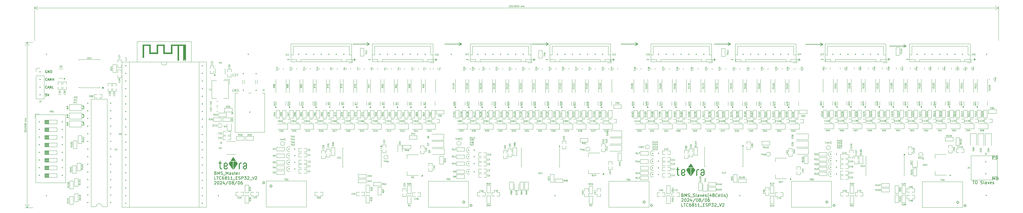
<source format=gto>
%TF.GenerationSoftware,KiCad,Pcbnew,8.0.4*%
%TF.CreationDate,2024-08-06T16:15:27+08:00*%
%TF.ProjectId,LTC6811_ESP32_V2,4c544336-3831-4315-9f45-535033325f56,rev?*%
%TF.SameCoordinates,Original*%
%TF.FileFunction,Legend,Top*%
%TF.FilePolarity,Positive*%
%FSLAX46Y46*%
G04 Gerber Fmt 4.6, Leading zero omitted, Abs format (unit mm)*
G04 Created by KiCad (PCBNEW 8.0.4) date 2024-08-06 16:15:27*
%MOMM*%
%LPD*%
G01*
G04 APERTURE LIST*
%ADD10C,0.150000*%
%ADD11C,0.120000*%
%ADD12C,0.100000*%
%ADD13C,0.000000*%
%ADD14C,0.010000*%
%ADD15C,0.350000*%
G04 APERTURE END LIST*
D10*
X141800000Y54400000D02*
X140900000Y53900000D01*
X199450000Y54912500D02*
X200350000Y54412500D01*
X170650000Y54400000D02*
X169750000Y53900000D01*
X200350000Y54412500D02*
X199450000Y53912500D01*
X225550000Y54400000D02*
X231050000Y54400000D01*
X288450000Y54250000D02*
X289350000Y53750000D01*
X289350000Y53750000D02*
X288450000Y53250000D01*
X231050000Y54400000D02*
X230150000Y53900000D01*
X110300000Y54900000D02*
X111200000Y54400000D01*
X169750000Y54900000D02*
X170650000Y54400000D01*
X283850000Y53750000D02*
X289350000Y53750000D01*
X111200000Y54400000D02*
X110300000Y53900000D01*
X140900000Y54900000D02*
X141800000Y54400000D01*
X256000000Y54300000D02*
X261500000Y54300000D01*
X136150000Y54400000D02*
X141650000Y54400000D01*
X194700000Y54400000D02*
X200200000Y54400000D01*
X230150000Y54900000D02*
X231050000Y54400000D01*
X261700000Y54300000D02*
X260800000Y53800000D01*
X105700000Y54400000D02*
X111200000Y54400000D01*
X165150000Y54400000D02*
X170650000Y54400000D01*
X260800000Y54800000D02*
X261700000Y54300000D01*
X231186779Y49211134D02*
X231948684Y49211134D01*
X110836779Y49211134D02*
X111598684Y49211134D01*
X261136779Y49311134D02*
X261898684Y49311134D01*
X143386779Y49211134D02*
X144148684Y49211134D01*
X105886779Y49211134D02*
X106648684Y49211134D01*
X106267731Y48830181D02*
X106267731Y49592086D01*
X289436779Y49311134D02*
X290198684Y49311134D01*
X132886779Y49211134D02*
X133648684Y49211134D01*
X133267731Y48830181D02*
X133267731Y49592086D01*
X318136779Y16330181D02*
X318136779Y17330181D01*
X318136779Y17330181D02*
X318517731Y17330181D01*
X318517731Y17330181D02*
X318612969Y17282562D01*
X318612969Y17282562D02*
X318660588Y17234943D01*
X318660588Y17234943D02*
X318708207Y17139705D01*
X318708207Y17139705D02*
X318708207Y16996848D01*
X318708207Y16996848D02*
X318660588Y16901610D01*
X318660588Y16901610D02*
X318612969Y16853991D01*
X318612969Y16853991D02*
X318517731Y16806372D01*
X318517731Y16806372D02*
X318136779Y16806372D01*
X319470112Y16853991D02*
X319612969Y16806372D01*
X319612969Y16806372D02*
X319660588Y16758753D01*
X319660588Y16758753D02*
X319708207Y16663515D01*
X319708207Y16663515D02*
X319708207Y16520658D01*
X319708207Y16520658D02*
X319660588Y16425420D01*
X319660588Y16425420D02*
X319612969Y16377800D01*
X319612969Y16377800D02*
X319517731Y16330181D01*
X319517731Y16330181D02*
X319136779Y16330181D01*
X319136779Y16330181D02*
X319136779Y17330181D01*
X319136779Y17330181D02*
X319470112Y17330181D01*
X319470112Y17330181D02*
X319565350Y17282562D01*
X319565350Y17282562D02*
X319612969Y17234943D01*
X319612969Y17234943D02*
X319660588Y17139705D01*
X319660588Y17139705D02*
X319660588Y17044467D01*
X319660588Y17044467D02*
X319612969Y16949229D01*
X319612969Y16949229D02*
X319565350Y16901610D01*
X319565350Y16901610D02*
X319470112Y16853991D01*
X319470112Y16853991D02*
X319136779Y16853991D01*
X4108207Y45595340D02*
X4032017Y45633435D01*
X4032017Y45633435D02*
X3917731Y45633435D01*
X3917731Y45633435D02*
X3803445Y45595340D01*
X3803445Y45595340D02*
X3727255Y45519150D01*
X3727255Y45519150D02*
X3689160Y45442959D01*
X3689160Y45442959D02*
X3651064Y45290578D01*
X3651064Y45290578D02*
X3651064Y45176292D01*
X3651064Y45176292D02*
X3689160Y45023911D01*
X3689160Y45023911D02*
X3727255Y44947721D01*
X3727255Y44947721D02*
X3803445Y44871530D01*
X3803445Y44871530D02*
X3917731Y44833435D01*
X3917731Y44833435D02*
X3993922Y44833435D01*
X3993922Y44833435D02*
X4108207Y44871530D01*
X4108207Y44871530D02*
X4146303Y44909626D01*
X4146303Y44909626D02*
X4146303Y45176292D01*
X4146303Y45176292D02*
X3993922Y45176292D01*
X4489160Y44833435D02*
X4489160Y45633435D01*
X4489160Y45633435D02*
X4946303Y44833435D01*
X4946303Y44833435D02*
X4946303Y45633435D01*
X5327255Y44833435D02*
X5327255Y45633435D01*
X5327255Y45633435D02*
X5517731Y45633435D01*
X5517731Y45633435D02*
X5632017Y45595340D01*
X5632017Y45595340D02*
X5708207Y45519150D01*
X5708207Y45519150D02*
X5746302Y45442959D01*
X5746302Y45442959D02*
X5784398Y45290578D01*
X5784398Y45290578D02*
X5784398Y45176292D01*
X5784398Y45176292D02*
X5746302Y45023911D01*
X5746302Y45023911D02*
X5708207Y44947721D01*
X5708207Y44947721D02*
X5632017Y44871530D01*
X5632017Y44871530D02*
X5517731Y44833435D01*
X5517731Y44833435D02*
X5327255Y44833435D01*
X4146303Y42333716D02*
X4108207Y42295620D01*
X4108207Y42295620D02*
X3993922Y42257525D01*
X3993922Y42257525D02*
X3917731Y42257525D01*
X3917731Y42257525D02*
X3803445Y42295620D01*
X3803445Y42295620D02*
X3727255Y42371811D01*
X3727255Y42371811D02*
X3689160Y42448001D01*
X3689160Y42448001D02*
X3651064Y42600382D01*
X3651064Y42600382D02*
X3651064Y42714668D01*
X3651064Y42714668D02*
X3689160Y42867049D01*
X3689160Y42867049D02*
X3727255Y42943240D01*
X3727255Y42943240D02*
X3803445Y43019430D01*
X3803445Y43019430D02*
X3917731Y43057525D01*
X3917731Y43057525D02*
X3993922Y43057525D01*
X3993922Y43057525D02*
X4108207Y43019430D01*
X4108207Y43019430D02*
X4146303Y42981335D01*
X4451064Y42486097D02*
X4832017Y42486097D01*
X4374874Y42257525D02*
X4641541Y43057525D01*
X4641541Y43057525D02*
X4908207Y42257525D01*
X5174874Y42257525D02*
X5174874Y43057525D01*
X5174874Y43057525D02*
X5632017Y42257525D01*
X5632017Y42257525D02*
X5632017Y43057525D01*
X6012969Y42257525D02*
X6012969Y43057525D01*
X6012969Y42676573D02*
X6470112Y42676573D01*
X6470112Y42257525D02*
X6470112Y43057525D01*
X4146303Y39757806D02*
X4108207Y39719710D01*
X4108207Y39719710D02*
X3993922Y39681615D01*
X3993922Y39681615D02*
X3917731Y39681615D01*
X3917731Y39681615D02*
X3803445Y39719710D01*
X3803445Y39719710D02*
X3727255Y39795901D01*
X3727255Y39795901D02*
X3689160Y39872091D01*
X3689160Y39872091D02*
X3651064Y40024472D01*
X3651064Y40024472D02*
X3651064Y40138758D01*
X3651064Y40138758D02*
X3689160Y40291139D01*
X3689160Y40291139D02*
X3727255Y40367330D01*
X3727255Y40367330D02*
X3803445Y40443520D01*
X3803445Y40443520D02*
X3917731Y40481615D01*
X3917731Y40481615D02*
X3993922Y40481615D01*
X3993922Y40481615D02*
X4108207Y40443520D01*
X4108207Y40443520D02*
X4146303Y40405425D01*
X4451064Y39910187D02*
X4832017Y39910187D01*
X4374874Y39681615D02*
X4641541Y40481615D01*
X4641541Y40481615D02*
X4908207Y39681615D01*
X5174874Y39681615D02*
X5174874Y40481615D01*
X5174874Y40481615D02*
X5632017Y39681615D01*
X5632017Y39681615D02*
X5632017Y40481615D01*
X6393921Y39681615D02*
X6012969Y39681615D01*
X6012969Y39681615D02*
X6012969Y40481615D01*
X4070112Y37905705D02*
X3689160Y37905705D01*
X3689160Y37905705D02*
X3651064Y37524753D01*
X3651064Y37524753D02*
X3689160Y37562848D01*
X3689160Y37562848D02*
X3765350Y37600943D01*
X3765350Y37600943D02*
X3955826Y37600943D01*
X3955826Y37600943D02*
X4032017Y37562848D01*
X4032017Y37562848D02*
X4070112Y37524753D01*
X4070112Y37524753D02*
X4108207Y37448562D01*
X4108207Y37448562D02*
X4108207Y37258086D01*
X4108207Y37258086D02*
X4070112Y37181896D01*
X4070112Y37181896D02*
X4032017Y37143800D01*
X4032017Y37143800D02*
X3955826Y37105705D01*
X3955826Y37105705D02*
X3765350Y37105705D01*
X3765350Y37105705D02*
X3689160Y37143800D01*
X3689160Y37143800D02*
X3651064Y37181896D01*
X4336779Y37905705D02*
X4603446Y37105705D01*
X4603446Y37105705D02*
X4870112Y37905705D01*
X318136779Y9230181D02*
X318136779Y10230181D01*
X318136779Y10230181D02*
X318470112Y9515896D01*
X318470112Y9515896D02*
X318803445Y10230181D01*
X318803445Y10230181D02*
X318803445Y9230181D01*
X319612969Y9753991D02*
X319755826Y9706372D01*
X319755826Y9706372D02*
X319803445Y9658753D01*
X319803445Y9658753D02*
X319851064Y9563515D01*
X319851064Y9563515D02*
X319851064Y9420658D01*
X319851064Y9420658D02*
X319803445Y9325420D01*
X319803445Y9325420D02*
X319755826Y9277800D01*
X319755826Y9277800D02*
X319660588Y9230181D01*
X319660588Y9230181D02*
X319279636Y9230181D01*
X319279636Y9230181D02*
X319279636Y10230181D01*
X319279636Y10230181D02*
X319612969Y10230181D01*
X319612969Y10230181D02*
X319708207Y10182562D01*
X319708207Y10182562D02*
X319755826Y10134943D01*
X319755826Y10134943D02*
X319803445Y10039705D01*
X319803445Y10039705D02*
X319803445Y9944467D01*
X319803445Y9944467D02*
X319755826Y9849229D01*
X319755826Y9849229D02*
X319708207Y9801610D01*
X319708207Y9801610D02*
X319612969Y9753991D01*
X319612969Y9753991D02*
X319279636Y9753991D01*
X311636779Y49311134D02*
X312398684Y49311134D01*
X312017731Y48930181D02*
X312017731Y49692086D01*
X165436779Y49211134D02*
X166198684Y49211134D01*
X165817731Y48830181D02*
X165817731Y49592086D01*
X225336779Y49211134D02*
X226098684Y49211134D01*
X225717731Y48830181D02*
X225717731Y49592086D01*
X191786779Y49211134D02*
X192548684Y49211134D01*
X192167731Y48830181D02*
X192167731Y49592086D01*
X215170112Y4173879D02*
X215312969Y4126260D01*
X215312969Y4126260D02*
X215360588Y4078641D01*
X215360588Y4078641D02*
X215408207Y3983403D01*
X215408207Y3983403D02*
X215408207Y3840546D01*
X215408207Y3840546D02*
X215360588Y3745308D01*
X215360588Y3745308D02*
X215312969Y3697688D01*
X215312969Y3697688D02*
X215217731Y3650069D01*
X215217731Y3650069D02*
X214836779Y3650069D01*
X214836779Y3650069D02*
X214836779Y4650069D01*
X214836779Y4650069D02*
X215170112Y4650069D01*
X215170112Y4650069D02*
X215265350Y4602450D01*
X215265350Y4602450D02*
X215312969Y4554831D01*
X215312969Y4554831D02*
X215360588Y4459593D01*
X215360588Y4459593D02*
X215360588Y4364355D01*
X215360588Y4364355D02*
X215312969Y4269117D01*
X215312969Y4269117D02*
X215265350Y4221498D01*
X215265350Y4221498D02*
X215170112Y4173879D01*
X215170112Y4173879D02*
X214836779Y4173879D01*
X215836779Y3650069D02*
X215836779Y4650069D01*
X215836779Y4650069D02*
X216170112Y3935784D01*
X216170112Y3935784D02*
X216503445Y4650069D01*
X216503445Y4650069D02*
X216503445Y3650069D01*
X216932017Y3697688D02*
X217074874Y3650069D01*
X217074874Y3650069D02*
X217312969Y3650069D01*
X217312969Y3650069D02*
X217408207Y3697688D01*
X217408207Y3697688D02*
X217455826Y3745308D01*
X217455826Y3745308D02*
X217503445Y3840546D01*
X217503445Y3840546D02*
X217503445Y3935784D01*
X217503445Y3935784D02*
X217455826Y4031022D01*
X217455826Y4031022D02*
X217408207Y4078641D01*
X217408207Y4078641D02*
X217312969Y4126260D01*
X217312969Y4126260D02*
X217122493Y4173879D01*
X217122493Y4173879D02*
X217027255Y4221498D01*
X217027255Y4221498D02*
X216979636Y4269117D01*
X216979636Y4269117D02*
X216932017Y4364355D01*
X216932017Y4364355D02*
X216932017Y4459593D01*
X216932017Y4459593D02*
X216979636Y4554831D01*
X216979636Y4554831D02*
X217027255Y4602450D01*
X217027255Y4602450D02*
X217122493Y4650069D01*
X217122493Y4650069D02*
X217360588Y4650069D01*
X217360588Y4650069D02*
X217503445Y4602450D01*
X217693922Y3554831D02*
X218455826Y3554831D01*
X218646303Y3697688D02*
X218789160Y3650069D01*
X218789160Y3650069D02*
X219027255Y3650069D01*
X219027255Y3650069D02*
X219122493Y3697688D01*
X219122493Y3697688D02*
X219170112Y3745308D01*
X219170112Y3745308D02*
X219217731Y3840546D01*
X219217731Y3840546D02*
X219217731Y3935784D01*
X219217731Y3935784D02*
X219170112Y4031022D01*
X219170112Y4031022D02*
X219122493Y4078641D01*
X219122493Y4078641D02*
X219027255Y4126260D01*
X219027255Y4126260D02*
X218836779Y4173879D01*
X218836779Y4173879D02*
X218741541Y4221498D01*
X218741541Y4221498D02*
X218693922Y4269117D01*
X218693922Y4269117D02*
X218646303Y4364355D01*
X218646303Y4364355D02*
X218646303Y4459593D01*
X218646303Y4459593D02*
X218693922Y4554831D01*
X218693922Y4554831D02*
X218741541Y4602450D01*
X218741541Y4602450D02*
X218836779Y4650069D01*
X218836779Y4650069D02*
X219074874Y4650069D01*
X219074874Y4650069D02*
X219217731Y4602450D01*
X219789160Y3650069D02*
X219693922Y3697688D01*
X219693922Y3697688D02*
X219646303Y3792927D01*
X219646303Y3792927D02*
X219646303Y4650069D01*
X220598684Y3650069D02*
X220598684Y4173879D01*
X220598684Y4173879D02*
X220551065Y4269117D01*
X220551065Y4269117D02*
X220455827Y4316736D01*
X220455827Y4316736D02*
X220265351Y4316736D01*
X220265351Y4316736D02*
X220170113Y4269117D01*
X220598684Y3697688D02*
X220503446Y3650069D01*
X220503446Y3650069D02*
X220265351Y3650069D01*
X220265351Y3650069D02*
X220170113Y3697688D01*
X220170113Y3697688D02*
X220122494Y3792927D01*
X220122494Y3792927D02*
X220122494Y3888165D01*
X220122494Y3888165D02*
X220170113Y3983403D01*
X220170113Y3983403D02*
X220265351Y4031022D01*
X220265351Y4031022D02*
X220503446Y4031022D01*
X220503446Y4031022D02*
X220598684Y4078641D01*
X220979637Y4316736D02*
X221217732Y3650069D01*
X221217732Y3650069D02*
X221455827Y4316736D01*
X222217732Y3697688D02*
X222122494Y3650069D01*
X222122494Y3650069D02*
X221932018Y3650069D01*
X221932018Y3650069D02*
X221836780Y3697688D01*
X221836780Y3697688D02*
X221789161Y3792927D01*
X221789161Y3792927D02*
X221789161Y4173879D01*
X221789161Y4173879D02*
X221836780Y4269117D01*
X221836780Y4269117D02*
X221932018Y4316736D01*
X221932018Y4316736D02*
X222122494Y4316736D01*
X222122494Y4316736D02*
X222217732Y4269117D01*
X222217732Y4269117D02*
X222265351Y4173879D01*
X222265351Y4173879D02*
X222265351Y4078641D01*
X222265351Y4078641D02*
X221789161Y3983403D01*
X222646304Y3697688D02*
X222741542Y3650069D01*
X222741542Y3650069D02*
X222932018Y3650069D01*
X222932018Y3650069D02*
X223027256Y3697688D01*
X223027256Y3697688D02*
X223074875Y3792927D01*
X223074875Y3792927D02*
X223074875Y3840546D01*
X223074875Y3840546D02*
X223027256Y3935784D01*
X223027256Y3935784D02*
X222932018Y3983403D01*
X222932018Y3983403D02*
X222789161Y3983403D01*
X222789161Y3983403D02*
X222693923Y4031022D01*
X222693923Y4031022D02*
X222646304Y4126260D01*
X222646304Y4126260D02*
X222646304Y4173879D01*
X222646304Y4173879D02*
X222693923Y4269117D01*
X222693923Y4269117D02*
X222789161Y4316736D01*
X222789161Y4316736D02*
X222932018Y4316736D01*
X222932018Y4316736D02*
X223027256Y4269117D01*
X223789161Y3269117D02*
X223741542Y3316736D01*
X223741542Y3316736D02*
X223646304Y3459593D01*
X223646304Y3459593D02*
X223598685Y3554831D01*
X223598685Y3554831D02*
X223551066Y3697688D01*
X223551066Y3697688D02*
X223503447Y3935784D01*
X223503447Y3935784D02*
X223503447Y4126260D01*
X223503447Y4126260D02*
X223551066Y4364355D01*
X223551066Y4364355D02*
X223598685Y4507212D01*
X223598685Y4507212D02*
X223646304Y4602450D01*
X223646304Y4602450D02*
X223741542Y4745308D01*
X223741542Y4745308D02*
X223789161Y4792927D01*
X224598685Y4316736D02*
X224598685Y3650069D01*
X224360590Y4697688D02*
X224122495Y3983403D01*
X224122495Y3983403D02*
X224741542Y3983403D01*
X225265352Y4221498D02*
X225170114Y4269117D01*
X225170114Y4269117D02*
X225122495Y4316736D01*
X225122495Y4316736D02*
X225074876Y4411974D01*
X225074876Y4411974D02*
X225074876Y4459593D01*
X225074876Y4459593D02*
X225122495Y4554831D01*
X225122495Y4554831D02*
X225170114Y4602450D01*
X225170114Y4602450D02*
X225265352Y4650069D01*
X225265352Y4650069D02*
X225455828Y4650069D01*
X225455828Y4650069D02*
X225551066Y4602450D01*
X225551066Y4602450D02*
X225598685Y4554831D01*
X225598685Y4554831D02*
X225646304Y4459593D01*
X225646304Y4459593D02*
X225646304Y4411974D01*
X225646304Y4411974D02*
X225598685Y4316736D01*
X225598685Y4316736D02*
X225551066Y4269117D01*
X225551066Y4269117D02*
X225455828Y4221498D01*
X225455828Y4221498D02*
X225265352Y4221498D01*
X225265352Y4221498D02*
X225170114Y4173879D01*
X225170114Y4173879D02*
X225122495Y4126260D01*
X225122495Y4126260D02*
X225074876Y4031022D01*
X225074876Y4031022D02*
X225074876Y3840546D01*
X225074876Y3840546D02*
X225122495Y3745308D01*
X225122495Y3745308D02*
X225170114Y3697688D01*
X225170114Y3697688D02*
X225265352Y3650069D01*
X225265352Y3650069D02*
X225455828Y3650069D01*
X225455828Y3650069D02*
X225551066Y3697688D01*
X225551066Y3697688D02*
X225598685Y3745308D01*
X225598685Y3745308D02*
X225646304Y3840546D01*
X225646304Y3840546D02*
X225646304Y4031022D01*
X225646304Y4031022D02*
X225598685Y4126260D01*
X225598685Y4126260D02*
X225551066Y4173879D01*
X225551066Y4173879D02*
X225455828Y4221498D01*
X226646304Y3745308D02*
X226598685Y3697688D01*
X226598685Y3697688D02*
X226455828Y3650069D01*
X226455828Y3650069D02*
X226360590Y3650069D01*
X226360590Y3650069D02*
X226217733Y3697688D01*
X226217733Y3697688D02*
X226122495Y3792927D01*
X226122495Y3792927D02*
X226074876Y3888165D01*
X226074876Y3888165D02*
X226027257Y4078641D01*
X226027257Y4078641D02*
X226027257Y4221498D01*
X226027257Y4221498D02*
X226074876Y4411974D01*
X226074876Y4411974D02*
X226122495Y4507212D01*
X226122495Y4507212D02*
X226217733Y4602450D01*
X226217733Y4602450D02*
X226360590Y4650069D01*
X226360590Y4650069D02*
X226455828Y4650069D01*
X226455828Y4650069D02*
X226598685Y4602450D01*
X226598685Y4602450D02*
X226646304Y4554831D01*
X227455828Y3697688D02*
X227360590Y3650069D01*
X227360590Y3650069D02*
X227170114Y3650069D01*
X227170114Y3650069D02*
X227074876Y3697688D01*
X227074876Y3697688D02*
X227027257Y3792927D01*
X227027257Y3792927D02*
X227027257Y4173879D01*
X227027257Y4173879D02*
X227074876Y4269117D01*
X227074876Y4269117D02*
X227170114Y4316736D01*
X227170114Y4316736D02*
X227360590Y4316736D01*
X227360590Y4316736D02*
X227455828Y4269117D01*
X227455828Y4269117D02*
X227503447Y4173879D01*
X227503447Y4173879D02*
X227503447Y4078641D01*
X227503447Y4078641D02*
X227027257Y3983403D01*
X228074876Y3650069D02*
X227979638Y3697688D01*
X227979638Y3697688D02*
X227932019Y3792927D01*
X227932019Y3792927D02*
X227932019Y4650069D01*
X228598686Y3650069D02*
X228503448Y3697688D01*
X228503448Y3697688D02*
X228455829Y3792927D01*
X228455829Y3792927D02*
X228455829Y4650069D01*
X228932020Y3697688D02*
X229027258Y3650069D01*
X229027258Y3650069D02*
X229217734Y3650069D01*
X229217734Y3650069D02*
X229312972Y3697688D01*
X229312972Y3697688D02*
X229360591Y3792927D01*
X229360591Y3792927D02*
X229360591Y3840546D01*
X229360591Y3840546D02*
X229312972Y3935784D01*
X229312972Y3935784D02*
X229217734Y3983403D01*
X229217734Y3983403D02*
X229074877Y3983403D01*
X229074877Y3983403D02*
X228979639Y4031022D01*
X228979639Y4031022D02*
X228932020Y4126260D01*
X228932020Y4126260D02*
X228932020Y4173879D01*
X228932020Y4173879D02*
X228979639Y4269117D01*
X228979639Y4269117D02*
X229074877Y4316736D01*
X229074877Y4316736D02*
X229217734Y4316736D01*
X229217734Y4316736D02*
X229312972Y4269117D01*
X229693925Y3269117D02*
X229741544Y3316736D01*
X229741544Y3316736D02*
X229836782Y3459593D01*
X229836782Y3459593D02*
X229884401Y3554831D01*
X229884401Y3554831D02*
X229932020Y3697688D01*
X229932020Y3697688D02*
X229979639Y3935784D01*
X229979639Y3935784D02*
X229979639Y4126260D01*
X229979639Y4126260D02*
X229932020Y4364355D01*
X229932020Y4364355D02*
X229884401Y4507212D01*
X229884401Y4507212D02*
X229836782Y4602450D01*
X229836782Y4602450D02*
X229741544Y4745308D01*
X229741544Y4745308D02*
X229693925Y4792927D01*
X214789160Y2944887D02*
X214836779Y2992506D01*
X214836779Y2992506D02*
X214932017Y3040125D01*
X214932017Y3040125D02*
X215170112Y3040125D01*
X215170112Y3040125D02*
X215265350Y2992506D01*
X215265350Y2992506D02*
X215312969Y2944887D01*
X215312969Y2944887D02*
X215360588Y2849649D01*
X215360588Y2849649D02*
X215360588Y2754411D01*
X215360588Y2754411D02*
X215312969Y2611554D01*
X215312969Y2611554D02*
X214741541Y2040125D01*
X214741541Y2040125D02*
X215360588Y2040125D01*
X215979636Y3040125D02*
X216074874Y3040125D01*
X216074874Y3040125D02*
X216170112Y2992506D01*
X216170112Y2992506D02*
X216217731Y2944887D01*
X216217731Y2944887D02*
X216265350Y2849649D01*
X216265350Y2849649D02*
X216312969Y2659173D01*
X216312969Y2659173D02*
X216312969Y2421078D01*
X216312969Y2421078D02*
X216265350Y2230602D01*
X216265350Y2230602D02*
X216217731Y2135364D01*
X216217731Y2135364D02*
X216170112Y2087744D01*
X216170112Y2087744D02*
X216074874Y2040125D01*
X216074874Y2040125D02*
X215979636Y2040125D01*
X215979636Y2040125D02*
X215884398Y2087744D01*
X215884398Y2087744D02*
X215836779Y2135364D01*
X215836779Y2135364D02*
X215789160Y2230602D01*
X215789160Y2230602D02*
X215741541Y2421078D01*
X215741541Y2421078D02*
X215741541Y2659173D01*
X215741541Y2659173D02*
X215789160Y2849649D01*
X215789160Y2849649D02*
X215836779Y2944887D01*
X215836779Y2944887D02*
X215884398Y2992506D01*
X215884398Y2992506D02*
X215979636Y3040125D01*
X216693922Y2944887D02*
X216741541Y2992506D01*
X216741541Y2992506D02*
X216836779Y3040125D01*
X216836779Y3040125D02*
X217074874Y3040125D01*
X217074874Y3040125D02*
X217170112Y2992506D01*
X217170112Y2992506D02*
X217217731Y2944887D01*
X217217731Y2944887D02*
X217265350Y2849649D01*
X217265350Y2849649D02*
X217265350Y2754411D01*
X217265350Y2754411D02*
X217217731Y2611554D01*
X217217731Y2611554D02*
X216646303Y2040125D01*
X216646303Y2040125D02*
X217265350Y2040125D01*
X218122493Y2706792D02*
X218122493Y2040125D01*
X217884398Y3087744D02*
X217646303Y2373459D01*
X217646303Y2373459D02*
X218265350Y2373459D01*
X219360588Y3087744D02*
X218503446Y1802030D01*
X219884398Y3040125D02*
X219979636Y3040125D01*
X219979636Y3040125D02*
X220074874Y2992506D01*
X220074874Y2992506D02*
X220122493Y2944887D01*
X220122493Y2944887D02*
X220170112Y2849649D01*
X220170112Y2849649D02*
X220217731Y2659173D01*
X220217731Y2659173D02*
X220217731Y2421078D01*
X220217731Y2421078D02*
X220170112Y2230602D01*
X220170112Y2230602D02*
X220122493Y2135364D01*
X220122493Y2135364D02*
X220074874Y2087744D01*
X220074874Y2087744D02*
X219979636Y2040125D01*
X219979636Y2040125D02*
X219884398Y2040125D01*
X219884398Y2040125D02*
X219789160Y2087744D01*
X219789160Y2087744D02*
X219741541Y2135364D01*
X219741541Y2135364D02*
X219693922Y2230602D01*
X219693922Y2230602D02*
X219646303Y2421078D01*
X219646303Y2421078D02*
X219646303Y2659173D01*
X219646303Y2659173D02*
X219693922Y2849649D01*
X219693922Y2849649D02*
X219741541Y2944887D01*
X219741541Y2944887D02*
X219789160Y2992506D01*
X219789160Y2992506D02*
X219884398Y3040125D01*
X220789160Y2611554D02*
X220693922Y2659173D01*
X220693922Y2659173D02*
X220646303Y2706792D01*
X220646303Y2706792D02*
X220598684Y2802030D01*
X220598684Y2802030D02*
X220598684Y2849649D01*
X220598684Y2849649D02*
X220646303Y2944887D01*
X220646303Y2944887D02*
X220693922Y2992506D01*
X220693922Y2992506D02*
X220789160Y3040125D01*
X220789160Y3040125D02*
X220979636Y3040125D01*
X220979636Y3040125D02*
X221074874Y2992506D01*
X221074874Y2992506D02*
X221122493Y2944887D01*
X221122493Y2944887D02*
X221170112Y2849649D01*
X221170112Y2849649D02*
X221170112Y2802030D01*
X221170112Y2802030D02*
X221122493Y2706792D01*
X221122493Y2706792D02*
X221074874Y2659173D01*
X221074874Y2659173D02*
X220979636Y2611554D01*
X220979636Y2611554D02*
X220789160Y2611554D01*
X220789160Y2611554D02*
X220693922Y2563935D01*
X220693922Y2563935D02*
X220646303Y2516316D01*
X220646303Y2516316D02*
X220598684Y2421078D01*
X220598684Y2421078D02*
X220598684Y2230602D01*
X220598684Y2230602D02*
X220646303Y2135364D01*
X220646303Y2135364D02*
X220693922Y2087744D01*
X220693922Y2087744D02*
X220789160Y2040125D01*
X220789160Y2040125D02*
X220979636Y2040125D01*
X220979636Y2040125D02*
X221074874Y2087744D01*
X221074874Y2087744D02*
X221122493Y2135364D01*
X221122493Y2135364D02*
X221170112Y2230602D01*
X221170112Y2230602D02*
X221170112Y2421078D01*
X221170112Y2421078D02*
X221122493Y2516316D01*
X221122493Y2516316D02*
X221074874Y2563935D01*
X221074874Y2563935D02*
X220979636Y2611554D01*
X222312969Y3087744D02*
X221455827Y1802030D01*
X222836779Y3040125D02*
X222932017Y3040125D01*
X222932017Y3040125D02*
X223027255Y2992506D01*
X223027255Y2992506D02*
X223074874Y2944887D01*
X223074874Y2944887D02*
X223122493Y2849649D01*
X223122493Y2849649D02*
X223170112Y2659173D01*
X223170112Y2659173D02*
X223170112Y2421078D01*
X223170112Y2421078D02*
X223122493Y2230602D01*
X223122493Y2230602D02*
X223074874Y2135364D01*
X223074874Y2135364D02*
X223027255Y2087744D01*
X223027255Y2087744D02*
X222932017Y2040125D01*
X222932017Y2040125D02*
X222836779Y2040125D01*
X222836779Y2040125D02*
X222741541Y2087744D01*
X222741541Y2087744D02*
X222693922Y2135364D01*
X222693922Y2135364D02*
X222646303Y2230602D01*
X222646303Y2230602D02*
X222598684Y2421078D01*
X222598684Y2421078D02*
X222598684Y2659173D01*
X222598684Y2659173D02*
X222646303Y2849649D01*
X222646303Y2849649D02*
X222693922Y2944887D01*
X222693922Y2944887D02*
X222741541Y2992506D01*
X222741541Y2992506D02*
X222836779Y3040125D01*
X224027255Y3040125D02*
X223836779Y3040125D01*
X223836779Y3040125D02*
X223741541Y2992506D01*
X223741541Y2992506D02*
X223693922Y2944887D01*
X223693922Y2944887D02*
X223598684Y2802030D01*
X223598684Y2802030D02*
X223551065Y2611554D01*
X223551065Y2611554D02*
X223551065Y2230602D01*
X223551065Y2230602D02*
X223598684Y2135364D01*
X223598684Y2135364D02*
X223646303Y2087744D01*
X223646303Y2087744D02*
X223741541Y2040125D01*
X223741541Y2040125D02*
X223932017Y2040125D01*
X223932017Y2040125D02*
X224027255Y2087744D01*
X224027255Y2087744D02*
X224074874Y2135364D01*
X224074874Y2135364D02*
X224122493Y2230602D01*
X224122493Y2230602D02*
X224122493Y2468697D01*
X224122493Y2468697D02*
X224074874Y2563935D01*
X224074874Y2563935D02*
X224027255Y2611554D01*
X224027255Y2611554D02*
X223932017Y2659173D01*
X223932017Y2659173D02*
X223741541Y2659173D01*
X223741541Y2659173D02*
X223646303Y2611554D01*
X223646303Y2611554D02*
X223598684Y2563935D01*
X223598684Y2563935D02*
X223551065Y2468697D01*
X215312969Y430181D02*
X214836779Y430181D01*
X214836779Y430181D02*
X214836779Y1430181D01*
X215503446Y1430181D02*
X216074874Y1430181D01*
X215789160Y430181D02*
X215789160Y1430181D01*
X216979636Y525420D02*
X216932017Y477800D01*
X216932017Y477800D02*
X216789160Y430181D01*
X216789160Y430181D02*
X216693922Y430181D01*
X216693922Y430181D02*
X216551065Y477800D01*
X216551065Y477800D02*
X216455827Y573039D01*
X216455827Y573039D02*
X216408208Y668277D01*
X216408208Y668277D02*
X216360589Y858753D01*
X216360589Y858753D02*
X216360589Y1001610D01*
X216360589Y1001610D02*
X216408208Y1192086D01*
X216408208Y1192086D02*
X216455827Y1287324D01*
X216455827Y1287324D02*
X216551065Y1382562D01*
X216551065Y1382562D02*
X216693922Y1430181D01*
X216693922Y1430181D02*
X216789160Y1430181D01*
X216789160Y1430181D02*
X216932017Y1382562D01*
X216932017Y1382562D02*
X216979636Y1334943D01*
X217836779Y1430181D02*
X217646303Y1430181D01*
X217646303Y1430181D02*
X217551065Y1382562D01*
X217551065Y1382562D02*
X217503446Y1334943D01*
X217503446Y1334943D02*
X217408208Y1192086D01*
X217408208Y1192086D02*
X217360589Y1001610D01*
X217360589Y1001610D02*
X217360589Y620658D01*
X217360589Y620658D02*
X217408208Y525420D01*
X217408208Y525420D02*
X217455827Y477800D01*
X217455827Y477800D02*
X217551065Y430181D01*
X217551065Y430181D02*
X217741541Y430181D01*
X217741541Y430181D02*
X217836779Y477800D01*
X217836779Y477800D02*
X217884398Y525420D01*
X217884398Y525420D02*
X217932017Y620658D01*
X217932017Y620658D02*
X217932017Y858753D01*
X217932017Y858753D02*
X217884398Y953991D01*
X217884398Y953991D02*
X217836779Y1001610D01*
X217836779Y1001610D02*
X217741541Y1049229D01*
X217741541Y1049229D02*
X217551065Y1049229D01*
X217551065Y1049229D02*
X217455827Y1001610D01*
X217455827Y1001610D02*
X217408208Y953991D01*
X217408208Y953991D02*
X217360589Y858753D01*
X218503446Y1001610D02*
X218408208Y1049229D01*
X218408208Y1049229D02*
X218360589Y1096848D01*
X218360589Y1096848D02*
X218312970Y1192086D01*
X218312970Y1192086D02*
X218312970Y1239705D01*
X218312970Y1239705D02*
X218360589Y1334943D01*
X218360589Y1334943D02*
X218408208Y1382562D01*
X218408208Y1382562D02*
X218503446Y1430181D01*
X218503446Y1430181D02*
X218693922Y1430181D01*
X218693922Y1430181D02*
X218789160Y1382562D01*
X218789160Y1382562D02*
X218836779Y1334943D01*
X218836779Y1334943D02*
X218884398Y1239705D01*
X218884398Y1239705D02*
X218884398Y1192086D01*
X218884398Y1192086D02*
X218836779Y1096848D01*
X218836779Y1096848D02*
X218789160Y1049229D01*
X218789160Y1049229D02*
X218693922Y1001610D01*
X218693922Y1001610D02*
X218503446Y1001610D01*
X218503446Y1001610D02*
X218408208Y953991D01*
X218408208Y953991D02*
X218360589Y906372D01*
X218360589Y906372D02*
X218312970Y811134D01*
X218312970Y811134D02*
X218312970Y620658D01*
X218312970Y620658D02*
X218360589Y525420D01*
X218360589Y525420D02*
X218408208Y477800D01*
X218408208Y477800D02*
X218503446Y430181D01*
X218503446Y430181D02*
X218693922Y430181D01*
X218693922Y430181D02*
X218789160Y477800D01*
X218789160Y477800D02*
X218836779Y525420D01*
X218836779Y525420D02*
X218884398Y620658D01*
X218884398Y620658D02*
X218884398Y811134D01*
X218884398Y811134D02*
X218836779Y906372D01*
X218836779Y906372D02*
X218789160Y953991D01*
X218789160Y953991D02*
X218693922Y1001610D01*
X219836779Y430181D02*
X219265351Y430181D01*
X219551065Y430181D02*
X219551065Y1430181D01*
X219551065Y1430181D02*
X219455827Y1287324D01*
X219455827Y1287324D02*
X219360589Y1192086D01*
X219360589Y1192086D02*
X219265351Y1144467D01*
X220789160Y430181D02*
X220217732Y430181D01*
X220503446Y430181D02*
X220503446Y1430181D01*
X220503446Y1430181D02*
X220408208Y1287324D01*
X220408208Y1287324D02*
X220312970Y1192086D01*
X220312970Y1192086D02*
X220217732Y1144467D01*
X220979637Y334943D02*
X221741541Y334943D01*
X221979637Y953991D02*
X222312970Y953991D01*
X222455827Y430181D02*
X221979637Y430181D01*
X221979637Y430181D02*
X221979637Y1430181D01*
X221979637Y1430181D02*
X222455827Y1430181D01*
X222836780Y477800D02*
X222979637Y430181D01*
X222979637Y430181D02*
X223217732Y430181D01*
X223217732Y430181D02*
X223312970Y477800D01*
X223312970Y477800D02*
X223360589Y525420D01*
X223360589Y525420D02*
X223408208Y620658D01*
X223408208Y620658D02*
X223408208Y715896D01*
X223408208Y715896D02*
X223360589Y811134D01*
X223360589Y811134D02*
X223312970Y858753D01*
X223312970Y858753D02*
X223217732Y906372D01*
X223217732Y906372D02*
X223027256Y953991D01*
X223027256Y953991D02*
X222932018Y1001610D01*
X222932018Y1001610D02*
X222884399Y1049229D01*
X222884399Y1049229D02*
X222836780Y1144467D01*
X222836780Y1144467D02*
X222836780Y1239705D01*
X222836780Y1239705D02*
X222884399Y1334943D01*
X222884399Y1334943D02*
X222932018Y1382562D01*
X222932018Y1382562D02*
X223027256Y1430181D01*
X223027256Y1430181D02*
X223265351Y1430181D01*
X223265351Y1430181D02*
X223408208Y1382562D01*
X223836780Y430181D02*
X223836780Y1430181D01*
X223836780Y1430181D02*
X224217732Y1430181D01*
X224217732Y1430181D02*
X224312970Y1382562D01*
X224312970Y1382562D02*
X224360589Y1334943D01*
X224360589Y1334943D02*
X224408208Y1239705D01*
X224408208Y1239705D02*
X224408208Y1096848D01*
X224408208Y1096848D02*
X224360589Y1001610D01*
X224360589Y1001610D02*
X224312970Y953991D01*
X224312970Y953991D02*
X224217732Y906372D01*
X224217732Y906372D02*
X223836780Y906372D01*
X224741542Y1430181D02*
X225360589Y1430181D01*
X225360589Y1430181D02*
X225027256Y1049229D01*
X225027256Y1049229D02*
X225170113Y1049229D01*
X225170113Y1049229D02*
X225265351Y1001610D01*
X225265351Y1001610D02*
X225312970Y953991D01*
X225312970Y953991D02*
X225360589Y858753D01*
X225360589Y858753D02*
X225360589Y620658D01*
X225360589Y620658D02*
X225312970Y525420D01*
X225312970Y525420D02*
X225265351Y477800D01*
X225265351Y477800D02*
X225170113Y430181D01*
X225170113Y430181D02*
X224884399Y430181D01*
X224884399Y430181D02*
X224789161Y477800D01*
X224789161Y477800D02*
X224741542Y525420D01*
X225741542Y1334943D02*
X225789161Y1382562D01*
X225789161Y1382562D02*
X225884399Y1430181D01*
X225884399Y1430181D02*
X226122494Y1430181D01*
X226122494Y1430181D02*
X226217732Y1382562D01*
X226217732Y1382562D02*
X226265351Y1334943D01*
X226265351Y1334943D02*
X226312970Y1239705D01*
X226312970Y1239705D02*
X226312970Y1144467D01*
X226312970Y1144467D02*
X226265351Y1001610D01*
X226265351Y1001610D02*
X225693923Y430181D01*
X225693923Y430181D02*
X226312970Y430181D01*
X226503447Y334943D02*
X227265351Y334943D01*
X227360590Y1430181D02*
X227693923Y430181D01*
X227693923Y430181D02*
X228027256Y1430181D01*
X228312971Y1334943D02*
X228360590Y1382562D01*
X228360590Y1382562D02*
X228455828Y1430181D01*
X228455828Y1430181D02*
X228693923Y1430181D01*
X228693923Y1430181D02*
X228789161Y1382562D01*
X228789161Y1382562D02*
X228836780Y1334943D01*
X228836780Y1334943D02*
X228884399Y1239705D01*
X228884399Y1239705D02*
X228884399Y1144467D01*
X228884399Y1144467D02*
X228836780Y1001610D01*
X228836780Y1001610D02*
X228265352Y430181D01*
X228265352Y430181D02*
X228884399Y430181D01*
X203186779Y49211134D02*
X203948684Y49211134D01*
X60120112Y11523879D02*
X60262969Y11476260D01*
X60262969Y11476260D02*
X60310588Y11428641D01*
X60310588Y11428641D02*
X60358207Y11333403D01*
X60358207Y11333403D02*
X60358207Y11190546D01*
X60358207Y11190546D02*
X60310588Y11095308D01*
X60310588Y11095308D02*
X60262969Y11047688D01*
X60262969Y11047688D02*
X60167731Y11000069D01*
X60167731Y11000069D02*
X59786779Y11000069D01*
X59786779Y11000069D02*
X59786779Y12000069D01*
X59786779Y12000069D02*
X60120112Y12000069D01*
X60120112Y12000069D02*
X60215350Y11952450D01*
X60215350Y11952450D02*
X60262969Y11904831D01*
X60262969Y11904831D02*
X60310588Y11809593D01*
X60310588Y11809593D02*
X60310588Y11714355D01*
X60310588Y11714355D02*
X60262969Y11619117D01*
X60262969Y11619117D02*
X60215350Y11571498D01*
X60215350Y11571498D02*
X60120112Y11523879D01*
X60120112Y11523879D02*
X59786779Y11523879D01*
X60786779Y11000069D02*
X60786779Y12000069D01*
X60786779Y12000069D02*
X61120112Y11285784D01*
X61120112Y11285784D02*
X61453445Y12000069D01*
X61453445Y12000069D02*
X61453445Y11000069D01*
X61882017Y11047688D02*
X62024874Y11000069D01*
X62024874Y11000069D02*
X62262969Y11000069D01*
X62262969Y11000069D02*
X62358207Y11047688D01*
X62358207Y11047688D02*
X62405826Y11095308D01*
X62405826Y11095308D02*
X62453445Y11190546D01*
X62453445Y11190546D02*
X62453445Y11285784D01*
X62453445Y11285784D02*
X62405826Y11381022D01*
X62405826Y11381022D02*
X62358207Y11428641D01*
X62358207Y11428641D02*
X62262969Y11476260D01*
X62262969Y11476260D02*
X62072493Y11523879D01*
X62072493Y11523879D02*
X61977255Y11571498D01*
X61977255Y11571498D02*
X61929636Y11619117D01*
X61929636Y11619117D02*
X61882017Y11714355D01*
X61882017Y11714355D02*
X61882017Y11809593D01*
X61882017Y11809593D02*
X61929636Y11904831D01*
X61929636Y11904831D02*
X61977255Y11952450D01*
X61977255Y11952450D02*
X62072493Y12000069D01*
X62072493Y12000069D02*
X62310588Y12000069D01*
X62310588Y12000069D02*
X62453445Y11952450D01*
X62643922Y10904831D02*
X63405826Y10904831D01*
X63643922Y11000069D02*
X63643922Y12000069D01*
X63643922Y12000069D02*
X63977255Y11285784D01*
X63977255Y11285784D02*
X64310588Y12000069D01*
X64310588Y12000069D02*
X64310588Y11000069D01*
X65215350Y11000069D02*
X65215350Y11523879D01*
X65215350Y11523879D02*
X65167731Y11619117D01*
X65167731Y11619117D02*
X65072493Y11666736D01*
X65072493Y11666736D02*
X64882017Y11666736D01*
X64882017Y11666736D02*
X64786779Y11619117D01*
X65215350Y11047688D02*
X65120112Y11000069D01*
X65120112Y11000069D02*
X64882017Y11000069D01*
X64882017Y11000069D02*
X64786779Y11047688D01*
X64786779Y11047688D02*
X64739160Y11142927D01*
X64739160Y11142927D02*
X64739160Y11238165D01*
X64739160Y11238165D02*
X64786779Y11333403D01*
X64786779Y11333403D02*
X64882017Y11381022D01*
X64882017Y11381022D02*
X65120112Y11381022D01*
X65120112Y11381022D02*
X65215350Y11428641D01*
X65643922Y11047688D02*
X65739160Y11000069D01*
X65739160Y11000069D02*
X65929636Y11000069D01*
X65929636Y11000069D02*
X66024874Y11047688D01*
X66024874Y11047688D02*
X66072493Y11142927D01*
X66072493Y11142927D02*
X66072493Y11190546D01*
X66072493Y11190546D02*
X66024874Y11285784D01*
X66024874Y11285784D02*
X65929636Y11333403D01*
X65929636Y11333403D02*
X65786779Y11333403D01*
X65786779Y11333403D02*
X65691541Y11381022D01*
X65691541Y11381022D02*
X65643922Y11476260D01*
X65643922Y11476260D02*
X65643922Y11523879D01*
X65643922Y11523879D02*
X65691541Y11619117D01*
X65691541Y11619117D02*
X65786779Y11666736D01*
X65786779Y11666736D02*
X65929636Y11666736D01*
X65929636Y11666736D02*
X66024874Y11619117D01*
X66358208Y11666736D02*
X66739160Y11666736D01*
X66501065Y12000069D02*
X66501065Y11142927D01*
X66501065Y11142927D02*
X66548684Y11047688D01*
X66548684Y11047688D02*
X66643922Y11000069D01*
X66643922Y11000069D02*
X66739160Y11000069D01*
X67453446Y11047688D02*
X67358208Y11000069D01*
X67358208Y11000069D02*
X67167732Y11000069D01*
X67167732Y11000069D02*
X67072494Y11047688D01*
X67072494Y11047688D02*
X67024875Y11142927D01*
X67024875Y11142927D02*
X67024875Y11523879D01*
X67024875Y11523879D02*
X67072494Y11619117D01*
X67072494Y11619117D02*
X67167732Y11666736D01*
X67167732Y11666736D02*
X67358208Y11666736D01*
X67358208Y11666736D02*
X67453446Y11619117D01*
X67453446Y11619117D02*
X67501065Y11523879D01*
X67501065Y11523879D02*
X67501065Y11428641D01*
X67501065Y11428641D02*
X67024875Y11333403D01*
X67929637Y11000069D02*
X67929637Y11666736D01*
X67929637Y11476260D02*
X67977256Y11571498D01*
X67977256Y11571498D02*
X68024875Y11619117D01*
X68024875Y11619117D02*
X68120113Y11666736D01*
X68120113Y11666736D02*
X68215351Y11666736D01*
X60262969Y9390125D02*
X59786779Y9390125D01*
X59786779Y9390125D02*
X59786779Y10390125D01*
X60453446Y10390125D02*
X61024874Y10390125D01*
X60739160Y9390125D02*
X60739160Y10390125D01*
X61929636Y9485364D02*
X61882017Y9437744D01*
X61882017Y9437744D02*
X61739160Y9390125D01*
X61739160Y9390125D02*
X61643922Y9390125D01*
X61643922Y9390125D02*
X61501065Y9437744D01*
X61501065Y9437744D02*
X61405827Y9532983D01*
X61405827Y9532983D02*
X61358208Y9628221D01*
X61358208Y9628221D02*
X61310589Y9818697D01*
X61310589Y9818697D02*
X61310589Y9961554D01*
X61310589Y9961554D02*
X61358208Y10152030D01*
X61358208Y10152030D02*
X61405827Y10247268D01*
X61405827Y10247268D02*
X61501065Y10342506D01*
X61501065Y10342506D02*
X61643922Y10390125D01*
X61643922Y10390125D02*
X61739160Y10390125D01*
X61739160Y10390125D02*
X61882017Y10342506D01*
X61882017Y10342506D02*
X61929636Y10294887D01*
X62786779Y10390125D02*
X62596303Y10390125D01*
X62596303Y10390125D02*
X62501065Y10342506D01*
X62501065Y10342506D02*
X62453446Y10294887D01*
X62453446Y10294887D02*
X62358208Y10152030D01*
X62358208Y10152030D02*
X62310589Y9961554D01*
X62310589Y9961554D02*
X62310589Y9580602D01*
X62310589Y9580602D02*
X62358208Y9485364D01*
X62358208Y9485364D02*
X62405827Y9437744D01*
X62405827Y9437744D02*
X62501065Y9390125D01*
X62501065Y9390125D02*
X62691541Y9390125D01*
X62691541Y9390125D02*
X62786779Y9437744D01*
X62786779Y9437744D02*
X62834398Y9485364D01*
X62834398Y9485364D02*
X62882017Y9580602D01*
X62882017Y9580602D02*
X62882017Y9818697D01*
X62882017Y9818697D02*
X62834398Y9913935D01*
X62834398Y9913935D02*
X62786779Y9961554D01*
X62786779Y9961554D02*
X62691541Y10009173D01*
X62691541Y10009173D02*
X62501065Y10009173D01*
X62501065Y10009173D02*
X62405827Y9961554D01*
X62405827Y9961554D02*
X62358208Y9913935D01*
X62358208Y9913935D02*
X62310589Y9818697D01*
X63453446Y9961554D02*
X63358208Y10009173D01*
X63358208Y10009173D02*
X63310589Y10056792D01*
X63310589Y10056792D02*
X63262970Y10152030D01*
X63262970Y10152030D02*
X63262970Y10199649D01*
X63262970Y10199649D02*
X63310589Y10294887D01*
X63310589Y10294887D02*
X63358208Y10342506D01*
X63358208Y10342506D02*
X63453446Y10390125D01*
X63453446Y10390125D02*
X63643922Y10390125D01*
X63643922Y10390125D02*
X63739160Y10342506D01*
X63739160Y10342506D02*
X63786779Y10294887D01*
X63786779Y10294887D02*
X63834398Y10199649D01*
X63834398Y10199649D02*
X63834398Y10152030D01*
X63834398Y10152030D02*
X63786779Y10056792D01*
X63786779Y10056792D02*
X63739160Y10009173D01*
X63739160Y10009173D02*
X63643922Y9961554D01*
X63643922Y9961554D02*
X63453446Y9961554D01*
X63453446Y9961554D02*
X63358208Y9913935D01*
X63358208Y9913935D02*
X63310589Y9866316D01*
X63310589Y9866316D02*
X63262970Y9771078D01*
X63262970Y9771078D02*
X63262970Y9580602D01*
X63262970Y9580602D02*
X63310589Y9485364D01*
X63310589Y9485364D02*
X63358208Y9437744D01*
X63358208Y9437744D02*
X63453446Y9390125D01*
X63453446Y9390125D02*
X63643922Y9390125D01*
X63643922Y9390125D02*
X63739160Y9437744D01*
X63739160Y9437744D02*
X63786779Y9485364D01*
X63786779Y9485364D02*
X63834398Y9580602D01*
X63834398Y9580602D02*
X63834398Y9771078D01*
X63834398Y9771078D02*
X63786779Y9866316D01*
X63786779Y9866316D02*
X63739160Y9913935D01*
X63739160Y9913935D02*
X63643922Y9961554D01*
X64786779Y9390125D02*
X64215351Y9390125D01*
X64501065Y9390125D02*
X64501065Y10390125D01*
X64501065Y10390125D02*
X64405827Y10247268D01*
X64405827Y10247268D02*
X64310589Y10152030D01*
X64310589Y10152030D02*
X64215351Y10104411D01*
X65739160Y9390125D02*
X65167732Y9390125D01*
X65453446Y9390125D02*
X65453446Y10390125D01*
X65453446Y10390125D02*
X65358208Y10247268D01*
X65358208Y10247268D02*
X65262970Y10152030D01*
X65262970Y10152030D02*
X65167732Y10104411D01*
X65929637Y9294887D02*
X66691541Y9294887D01*
X66929637Y9913935D02*
X67262970Y9913935D01*
X67405827Y9390125D02*
X66929637Y9390125D01*
X66929637Y9390125D02*
X66929637Y10390125D01*
X66929637Y10390125D02*
X67405827Y10390125D01*
X67786780Y9437744D02*
X67929637Y9390125D01*
X67929637Y9390125D02*
X68167732Y9390125D01*
X68167732Y9390125D02*
X68262970Y9437744D01*
X68262970Y9437744D02*
X68310589Y9485364D01*
X68310589Y9485364D02*
X68358208Y9580602D01*
X68358208Y9580602D02*
X68358208Y9675840D01*
X68358208Y9675840D02*
X68310589Y9771078D01*
X68310589Y9771078D02*
X68262970Y9818697D01*
X68262970Y9818697D02*
X68167732Y9866316D01*
X68167732Y9866316D02*
X67977256Y9913935D01*
X67977256Y9913935D02*
X67882018Y9961554D01*
X67882018Y9961554D02*
X67834399Y10009173D01*
X67834399Y10009173D02*
X67786780Y10104411D01*
X67786780Y10104411D02*
X67786780Y10199649D01*
X67786780Y10199649D02*
X67834399Y10294887D01*
X67834399Y10294887D02*
X67882018Y10342506D01*
X67882018Y10342506D02*
X67977256Y10390125D01*
X67977256Y10390125D02*
X68215351Y10390125D01*
X68215351Y10390125D02*
X68358208Y10342506D01*
X68786780Y9390125D02*
X68786780Y10390125D01*
X68786780Y10390125D02*
X69167732Y10390125D01*
X69167732Y10390125D02*
X69262970Y10342506D01*
X69262970Y10342506D02*
X69310589Y10294887D01*
X69310589Y10294887D02*
X69358208Y10199649D01*
X69358208Y10199649D02*
X69358208Y10056792D01*
X69358208Y10056792D02*
X69310589Y9961554D01*
X69310589Y9961554D02*
X69262970Y9913935D01*
X69262970Y9913935D02*
X69167732Y9866316D01*
X69167732Y9866316D02*
X68786780Y9866316D01*
X69691542Y10390125D02*
X70310589Y10390125D01*
X70310589Y10390125D02*
X69977256Y10009173D01*
X69977256Y10009173D02*
X70120113Y10009173D01*
X70120113Y10009173D02*
X70215351Y9961554D01*
X70215351Y9961554D02*
X70262970Y9913935D01*
X70262970Y9913935D02*
X70310589Y9818697D01*
X70310589Y9818697D02*
X70310589Y9580602D01*
X70310589Y9580602D02*
X70262970Y9485364D01*
X70262970Y9485364D02*
X70215351Y9437744D01*
X70215351Y9437744D02*
X70120113Y9390125D01*
X70120113Y9390125D02*
X69834399Y9390125D01*
X69834399Y9390125D02*
X69739161Y9437744D01*
X69739161Y9437744D02*
X69691542Y9485364D01*
X70691542Y10294887D02*
X70739161Y10342506D01*
X70739161Y10342506D02*
X70834399Y10390125D01*
X70834399Y10390125D02*
X71072494Y10390125D01*
X71072494Y10390125D02*
X71167732Y10342506D01*
X71167732Y10342506D02*
X71215351Y10294887D01*
X71215351Y10294887D02*
X71262970Y10199649D01*
X71262970Y10199649D02*
X71262970Y10104411D01*
X71262970Y10104411D02*
X71215351Y9961554D01*
X71215351Y9961554D02*
X70643923Y9390125D01*
X70643923Y9390125D02*
X71262970Y9390125D01*
X71453447Y9294887D02*
X72215351Y9294887D01*
X72310590Y10390125D02*
X72643923Y9390125D01*
X72643923Y9390125D02*
X72977256Y10390125D01*
X73262971Y10294887D02*
X73310590Y10342506D01*
X73310590Y10342506D02*
X73405828Y10390125D01*
X73405828Y10390125D02*
X73643923Y10390125D01*
X73643923Y10390125D02*
X73739161Y10342506D01*
X73739161Y10342506D02*
X73786780Y10294887D01*
X73786780Y10294887D02*
X73834399Y10199649D01*
X73834399Y10199649D02*
X73834399Y10104411D01*
X73834399Y10104411D02*
X73786780Y9961554D01*
X73786780Y9961554D02*
X73215352Y9390125D01*
X73215352Y9390125D02*
X73834399Y9390125D01*
X59739160Y8684943D02*
X59786779Y8732562D01*
X59786779Y8732562D02*
X59882017Y8780181D01*
X59882017Y8780181D02*
X60120112Y8780181D01*
X60120112Y8780181D02*
X60215350Y8732562D01*
X60215350Y8732562D02*
X60262969Y8684943D01*
X60262969Y8684943D02*
X60310588Y8589705D01*
X60310588Y8589705D02*
X60310588Y8494467D01*
X60310588Y8494467D02*
X60262969Y8351610D01*
X60262969Y8351610D02*
X59691541Y7780181D01*
X59691541Y7780181D02*
X60310588Y7780181D01*
X60929636Y8780181D02*
X61024874Y8780181D01*
X61024874Y8780181D02*
X61120112Y8732562D01*
X61120112Y8732562D02*
X61167731Y8684943D01*
X61167731Y8684943D02*
X61215350Y8589705D01*
X61215350Y8589705D02*
X61262969Y8399229D01*
X61262969Y8399229D02*
X61262969Y8161134D01*
X61262969Y8161134D02*
X61215350Y7970658D01*
X61215350Y7970658D02*
X61167731Y7875420D01*
X61167731Y7875420D02*
X61120112Y7827800D01*
X61120112Y7827800D02*
X61024874Y7780181D01*
X61024874Y7780181D02*
X60929636Y7780181D01*
X60929636Y7780181D02*
X60834398Y7827800D01*
X60834398Y7827800D02*
X60786779Y7875420D01*
X60786779Y7875420D02*
X60739160Y7970658D01*
X60739160Y7970658D02*
X60691541Y8161134D01*
X60691541Y8161134D02*
X60691541Y8399229D01*
X60691541Y8399229D02*
X60739160Y8589705D01*
X60739160Y8589705D02*
X60786779Y8684943D01*
X60786779Y8684943D02*
X60834398Y8732562D01*
X60834398Y8732562D02*
X60929636Y8780181D01*
X61643922Y8684943D02*
X61691541Y8732562D01*
X61691541Y8732562D02*
X61786779Y8780181D01*
X61786779Y8780181D02*
X62024874Y8780181D01*
X62024874Y8780181D02*
X62120112Y8732562D01*
X62120112Y8732562D02*
X62167731Y8684943D01*
X62167731Y8684943D02*
X62215350Y8589705D01*
X62215350Y8589705D02*
X62215350Y8494467D01*
X62215350Y8494467D02*
X62167731Y8351610D01*
X62167731Y8351610D02*
X61596303Y7780181D01*
X61596303Y7780181D02*
X62215350Y7780181D01*
X63072493Y8446848D02*
X63072493Y7780181D01*
X62834398Y8827800D02*
X62596303Y8113515D01*
X62596303Y8113515D02*
X63215350Y8113515D01*
X64310588Y8827800D02*
X63453446Y7542086D01*
X64834398Y8780181D02*
X64929636Y8780181D01*
X64929636Y8780181D02*
X65024874Y8732562D01*
X65024874Y8732562D02*
X65072493Y8684943D01*
X65072493Y8684943D02*
X65120112Y8589705D01*
X65120112Y8589705D02*
X65167731Y8399229D01*
X65167731Y8399229D02*
X65167731Y8161134D01*
X65167731Y8161134D02*
X65120112Y7970658D01*
X65120112Y7970658D02*
X65072493Y7875420D01*
X65072493Y7875420D02*
X65024874Y7827800D01*
X65024874Y7827800D02*
X64929636Y7780181D01*
X64929636Y7780181D02*
X64834398Y7780181D01*
X64834398Y7780181D02*
X64739160Y7827800D01*
X64739160Y7827800D02*
X64691541Y7875420D01*
X64691541Y7875420D02*
X64643922Y7970658D01*
X64643922Y7970658D02*
X64596303Y8161134D01*
X64596303Y8161134D02*
X64596303Y8399229D01*
X64596303Y8399229D02*
X64643922Y8589705D01*
X64643922Y8589705D02*
X64691541Y8684943D01*
X64691541Y8684943D02*
X64739160Y8732562D01*
X64739160Y8732562D02*
X64834398Y8780181D01*
X65739160Y8351610D02*
X65643922Y8399229D01*
X65643922Y8399229D02*
X65596303Y8446848D01*
X65596303Y8446848D02*
X65548684Y8542086D01*
X65548684Y8542086D02*
X65548684Y8589705D01*
X65548684Y8589705D02*
X65596303Y8684943D01*
X65596303Y8684943D02*
X65643922Y8732562D01*
X65643922Y8732562D02*
X65739160Y8780181D01*
X65739160Y8780181D02*
X65929636Y8780181D01*
X65929636Y8780181D02*
X66024874Y8732562D01*
X66024874Y8732562D02*
X66072493Y8684943D01*
X66072493Y8684943D02*
X66120112Y8589705D01*
X66120112Y8589705D02*
X66120112Y8542086D01*
X66120112Y8542086D02*
X66072493Y8446848D01*
X66072493Y8446848D02*
X66024874Y8399229D01*
X66024874Y8399229D02*
X65929636Y8351610D01*
X65929636Y8351610D02*
X65739160Y8351610D01*
X65739160Y8351610D02*
X65643922Y8303991D01*
X65643922Y8303991D02*
X65596303Y8256372D01*
X65596303Y8256372D02*
X65548684Y8161134D01*
X65548684Y8161134D02*
X65548684Y7970658D01*
X65548684Y7970658D02*
X65596303Y7875420D01*
X65596303Y7875420D02*
X65643922Y7827800D01*
X65643922Y7827800D02*
X65739160Y7780181D01*
X65739160Y7780181D02*
X65929636Y7780181D01*
X65929636Y7780181D02*
X66024874Y7827800D01*
X66024874Y7827800D02*
X66072493Y7875420D01*
X66072493Y7875420D02*
X66120112Y7970658D01*
X66120112Y7970658D02*
X66120112Y8161134D01*
X66120112Y8161134D02*
X66072493Y8256372D01*
X66072493Y8256372D02*
X66024874Y8303991D01*
X66024874Y8303991D02*
X65929636Y8351610D01*
X67262969Y8827800D02*
X66405827Y7542086D01*
X67786779Y8780181D02*
X67882017Y8780181D01*
X67882017Y8780181D02*
X67977255Y8732562D01*
X67977255Y8732562D02*
X68024874Y8684943D01*
X68024874Y8684943D02*
X68072493Y8589705D01*
X68072493Y8589705D02*
X68120112Y8399229D01*
X68120112Y8399229D02*
X68120112Y8161134D01*
X68120112Y8161134D02*
X68072493Y7970658D01*
X68072493Y7970658D02*
X68024874Y7875420D01*
X68024874Y7875420D02*
X67977255Y7827800D01*
X67977255Y7827800D02*
X67882017Y7780181D01*
X67882017Y7780181D02*
X67786779Y7780181D01*
X67786779Y7780181D02*
X67691541Y7827800D01*
X67691541Y7827800D02*
X67643922Y7875420D01*
X67643922Y7875420D02*
X67596303Y7970658D01*
X67596303Y7970658D02*
X67548684Y8161134D01*
X67548684Y8161134D02*
X67548684Y8399229D01*
X67548684Y8399229D02*
X67596303Y8589705D01*
X67596303Y8589705D02*
X67643922Y8684943D01*
X67643922Y8684943D02*
X67691541Y8732562D01*
X67691541Y8732562D02*
X67786779Y8780181D01*
X68977255Y8780181D02*
X68786779Y8780181D01*
X68786779Y8780181D02*
X68691541Y8732562D01*
X68691541Y8732562D02*
X68643922Y8684943D01*
X68643922Y8684943D02*
X68548684Y8542086D01*
X68548684Y8542086D02*
X68501065Y8351610D01*
X68501065Y8351610D02*
X68501065Y7970658D01*
X68501065Y7970658D02*
X68548684Y7875420D01*
X68548684Y7875420D02*
X68596303Y7827800D01*
X68596303Y7827800D02*
X68691541Y7780181D01*
X68691541Y7780181D02*
X68882017Y7780181D01*
X68882017Y7780181D02*
X68977255Y7827800D01*
X68977255Y7827800D02*
X69024874Y7875420D01*
X69024874Y7875420D02*
X69072493Y7970658D01*
X69072493Y7970658D02*
X69072493Y8208753D01*
X69072493Y8208753D02*
X69024874Y8303991D01*
X69024874Y8303991D02*
X68977255Y8351610D01*
X68977255Y8351610D02*
X68882017Y8399229D01*
X68882017Y8399229D02*
X68691541Y8399229D01*
X68691541Y8399229D02*
X68596303Y8351610D01*
X68596303Y8351610D02*
X68548684Y8303991D01*
X68548684Y8303991D02*
X68501065Y8208753D01*
X253386779Y49211134D02*
X254148684Y49211134D01*
X253767731Y48830181D02*
X253767731Y49592086D01*
X283186779Y49386134D02*
X283948684Y49386134D01*
X283567731Y49005181D02*
X283567731Y49767086D01*
X169736779Y49211134D02*
X170498684Y49211134D01*
D11*
X66088470Y43805965D02*
X65631327Y43805965D01*
X65859899Y43805965D02*
X65859899Y44605965D01*
X65859899Y44605965D02*
X65783708Y44491680D01*
X65783708Y44491680D02*
X65707518Y44415489D01*
X65707518Y44415489D02*
X65631327Y44377394D01*
X66393232Y44529775D02*
X66431328Y44567870D01*
X66431328Y44567870D02*
X66507518Y44605965D01*
X66507518Y44605965D02*
X66697994Y44605965D01*
X66697994Y44605965D02*
X66774185Y44567870D01*
X66774185Y44567870D02*
X66812280Y44529775D01*
X66812280Y44529775D02*
X66850375Y44453584D01*
X66850375Y44453584D02*
X66850375Y44377394D01*
X66850375Y44377394D02*
X66812280Y44263108D01*
X66812280Y44263108D02*
X66355137Y43805965D01*
X66355137Y43805965D02*
X66850375Y43805965D01*
X67078947Y44605965D02*
X67345614Y43805965D01*
X67345614Y43805965D02*
X67612280Y44605965D01*
X66088470Y39416050D02*
X66012280Y39454145D01*
X66012280Y39454145D02*
X65897994Y39454145D01*
X65897994Y39454145D02*
X65783708Y39416050D01*
X65783708Y39416050D02*
X65707518Y39339860D01*
X65707518Y39339860D02*
X65669423Y39263669D01*
X65669423Y39263669D02*
X65631327Y39111288D01*
X65631327Y39111288D02*
X65631327Y38997002D01*
X65631327Y38997002D02*
X65669423Y38844621D01*
X65669423Y38844621D02*
X65707518Y38768431D01*
X65707518Y38768431D02*
X65783708Y38692240D01*
X65783708Y38692240D02*
X65897994Y38654145D01*
X65897994Y38654145D02*
X65974185Y38654145D01*
X65974185Y38654145D02*
X66088470Y38692240D01*
X66088470Y38692240D02*
X66126566Y38730336D01*
X66126566Y38730336D02*
X66126566Y38997002D01*
X66126566Y38997002D02*
X65974185Y38997002D01*
X66469423Y38654145D02*
X66469423Y39454145D01*
X66469423Y39454145D02*
X66926566Y38654145D01*
X66926566Y38654145D02*
X66926566Y39454145D01*
X67307518Y38654145D02*
X67307518Y39454145D01*
X67307518Y39454145D02*
X67497994Y39454145D01*
X67497994Y39454145D02*
X67612280Y39416050D01*
X67612280Y39416050D02*
X67688470Y39339860D01*
X67688470Y39339860D02*
X67726565Y39263669D01*
X67726565Y39263669D02*
X67764661Y39111288D01*
X67764661Y39111288D02*
X67764661Y38997002D01*
X67764661Y38997002D02*
X67726565Y38844621D01*
X67726565Y38844621D02*
X67688470Y38768431D01*
X67688470Y38768431D02*
X67612280Y38692240D01*
X67612280Y38692240D02*
X67497994Y38654145D01*
X67497994Y38654145D02*
X67307518Y38654145D01*
D10*
X83936779Y49211134D02*
X84698684Y49211134D01*
X311393922Y8930181D02*
X311965350Y8930181D01*
X311679636Y7930181D02*
X311679636Y8930181D01*
X312489160Y8930181D02*
X312679636Y8930181D01*
X312679636Y8930181D02*
X312774874Y8882562D01*
X312774874Y8882562D02*
X312870112Y8787324D01*
X312870112Y8787324D02*
X312917731Y8596848D01*
X312917731Y8596848D02*
X312917731Y8263515D01*
X312917731Y8263515D02*
X312870112Y8073039D01*
X312870112Y8073039D02*
X312774874Y7977800D01*
X312774874Y7977800D02*
X312679636Y7930181D01*
X312679636Y7930181D02*
X312489160Y7930181D01*
X312489160Y7930181D02*
X312393922Y7977800D01*
X312393922Y7977800D02*
X312298684Y8073039D01*
X312298684Y8073039D02*
X312251065Y8263515D01*
X312251065Y8263515D02*
X312251065Y8596848D01*
X312251065Y8596848D02*
X312298684Y8787324D01*
X312298684Y8787324D02*
X312393922Y8882562D01*
X312393922Y8882562D02*
X312489160Y8930181D01*
X314060589Y7977800D02*
X314203446Y7930181D01*
X314203446Y7930181D02*
X314441541Y7930181D01*
X314441541Y7930181D02*
X314536779Y7977800D01*
X314536779Y7977800D02*
X314584398Y8025420D01*
X314584398Y8025420D02*
X314632017Y8120658D01*
X314632017Y8120658D02*
X314632017Y8215896D01*
X314632017Y8215896D02*
X314584398Y8311134D01*
X314584398Y8311134D02*
X314536779Y8358753D01*
X314536779Y8358753D02*
X314441541Y8406372D01*
X314441541Y8406372D02*
X314251065Y8453991D01*
X314251065Y8453991D02*
X314155827Y8501610D01*
X314155827Y8501610D02*
X314108208Y8549229D01*
X314108208Y8549229D02*
X314060589Y8644467D01*
X314060589Y8644467D02*
X314060589Y8739705D01*
X314060589Y8739705D02*
X314108208Y8834943D01*
X314108208Y8834943D02*
X314155827Y8882562D01*
X314155827Y8882562D02*
X314251065Y8930181D01*
X314251065Y8930181D02*
X314489160Y8930181D01*
X314489160Y8930181D02*
X314632017Y8882562D01*
X315203446Y7930181D02*
X315108208Y7977800D01*
X315108208Y7977800D02*
X315060589Y8073039D01*
X315060589Y8073039D02*
X315060589Y8930181D01*
X316012970Y7930181D02*
X316012970Y8453991D01*
X316012970Y8453991D02*
X315965351Y8549229D01*
X315965351Y8549229D02*
X315870113Y8596848D01*
X315870113Y8596848D02*
X315679637Y8596848D01*
X315679637Y8596848D02*
X315584399Y8549229D01*
X316012970Y7977800D02*
X315917732Y7930181D01*
X315917732Y7930181D02*
X315679637Y7930181D01*
X315679637Y7930181D02*
X315584399Y7977800D01*
X315584399Y7977800D02*
X315536780Y8073039D01*
X315536780Y8073039D02*
X315536780Y8168277D01*
X315536780Y8168277D02*
X315584399Y8263515D01*
X315584399Y8263515D02*
X315679637Y8311134D01*
X315679637Y8311134D02*
X315917732Y8311134D01*
X315917732Y8311134D02*
X316012970Y8358753D01*
X316393923Y8596848D02*
X316632018Y7930181D01*
X316632018Y7930181D02*
X316870113Y8596848D01*
X317632018Y7977800D02*
X317536780Y7930181D01*
X317536780Y7930181D02*
X317346304Y7930181D01*
X317346304Y7930181D02*
X317251066Y7977800D01*
X317251066Y7977800D02*
X317203447Y8073039D01*
X317203447Y8073039D02*
X317203447Y8453991D01*
X317203447Y8453991D02*
X317251066Y8549229D01*
X317251066Y8549229D02*
X317346304Y8596848D01*
X317346304Y8596848D02*
X317536780Y8596848D01*
X317536780Y8596848D02*
X317632018Y8549229D01*
X317632018Y8549229D02*
X317679637Y8453991D01*
X317679637Y8453991D02*
X317679637Y8358753D01*
X317679637Y8358753D02*
X317203447Y8263515D01*
X318060590Y7977800D02*
X318155828Y7930181D01*
X318155828Y7930181D02*
X318346304Y7930181D01*
X318346304Y7930181D02*
X318441542Y7977800D01*
X318441542Y7977800D02*
X318489161Y8073039D01*
X318489161Y8073039D02*
X318489161Y8120658D01*
X318489161Y8120658D02*
X318441542Y8215896D01*
X318441542Y8215896D02*
X318346304Y8263515D01*
X318346304Y8263515D02*
X318203447Y8263515D01*
X318203447Y8263515D02*
X318108209Y8311134D01*
X318108209Y8311134D02*
X318060590Y8406372D01*
X318060590Y8406372D02*
X318060590Y8453991D01*
X318060590Y8453991D02*
X318108209Y8549229D01*
X318108209Y8549229D02*
X318203447Y8596848D01*
X318203447Y8596848D02*
X318346304Y8596848D01*
X318346304Y8596848D02*
X318441542Y8549229D01*
D12*
X-3273891Y25452383D02*
X-3273891Y25214288D01*
X-3273891Y25214288D02*
X-3035796Y25190479D01*
X-3035796Y25190479D02*
X-3059605Y25214288D01*
X-3059605Y25214288D02*
X-3083415Y25261907D01*
X-3083415Y25261907D02*
X-3083415Y25380955D01*
X-3083415Y25380955D02*
X-3059605Y25428574D01*
X-3059605Y25428574D02*
X-3035796Y25452383D01*
X-3035796Y25452383D02*
X-2988177Y25476193D01*
X-2988177Y25476193D02*
X-2869129Y25476193D01*
X-2869129Y25476193D02*
X-2821510Y25452383D01*
X-2821510Y25452383D02*
X-2797700Y25428574D01*
X-2797700Y25428574D02*
X-2773891Y25380955D01*
X-2773891Y25380955D02*
X-2773891Y25261907D01*
X-2773891Y25261907D02*
X-2797700Y25214288D01*
X-2797700Y25214288D02*
X-2821510Y25190479D01*
X-3273891Y25928573D02*
X-3273891Y25690478D01*
X-3273891Y25690478D02*
X-3035796Y25666669D01*
X-3035796Y25666669D02*
X-3059605Y25690478D01*
X-3059605Y25690478D02*
X-3083415Y25738097D01*
X-3083415Y25738097D02*
X-3083415Y25857145D01*
X-3083415Y25857145D02*
X-3059605Y25904764D01*
X-3059605Y25904764D02*
X-3035796Y25928573D01*
X-3035796Y25928573D02*
X-2988177Y25952383D01*
X-2988177Y25952383D02*
X-2869129Y25952383D01*
X-2869129Y25952383D02*
X-2821510Y25928573D01*
X-2821510Y25928573D02*
X-2797700Y25904764D01*
X-2797700Y25904764D02*
X-2773891Y25857145D01*
X-2773891Y25857145D02*
X-2773891Y25738097D01*
X-2773891Y25738097D02*
X-2797700Y25690478D01*
X-2797700Y25690478D02*
X-2821510Y25666669D01*
X-2821510Y26166668D02*
X-2797700Y26190478D01*
X-2797700Y26190478D02*
X-2773891Y26166668D01*
X-2773891Y26166668D02*
X-2797700Y26142859D01*
X-2797700Y26142859D02*
X-2821510Y26166668D01*
X-2821510Y26166668D02*
X-2773891Y26166668D01*
X-3273891Y26500001D02*
X-3273891Y26547620D01*
X-3273891Y26547620D02*
X-3250081Y26595239D01*
X-3250081Y26595239D02*
X-3226272Y26619049D01*
X-3226272Y26619049D02*
X-3178653Y26642858D01*
X-3178653Y26642858D02*
X-3083415Y26666668D01*
X-3083415Y26666668D02*
X-2964367Y26666668D01*
X-2964367Y26666668D02*
X-2869129Y26642858D01*
X-2869129Y26642858D02*
X-2821510Y26619049D01*
X-2821510Y26619049D02*
X-2797700Y26595239D01*
X-2797700Y26595239D02*
X-2773891Y26547620D01*
X-2773891Y26547620D02*
X-2773891Y26500001D01*
X-2773891Y26500001D02*
X-2797700Y26452382D01*
X-2797700Y26452382D02*
X-2821510Y26428573D01*
X-2821510Y26428573D02*
X-2869129Y26404763D01*
X-2869129Y26404763D02*
X-2964367Y26380954D01*
X-2964367Y26380954D02*
X-3083415Y26380954D01*
X-3083415Y26380954D02*
X-3178653Y26404763D01*
X-3178653Y26404763D02*
X-3226272Y26428573D01*
X-3226272Y26428573D02*
X-3250081Y26452382D01*
X-3250081Y26452382D02*
X-3273891Y26500001D01*
X-3273891Y26976191D02*
X-3273891Y27023810D01*
X-3273891Y27023810D02*
X-3250081Y27071429D01*
X-3250081Y27071429D02*
X-3226272Y27095239D01*
X-3226272Y27095239D02*
X-3178653Y27119048D01*
X-3178653Y27119048D02*
X-3083415Y27142858D01*
X-3083415Y27142858D02*
X-2964367Y27142858D01*
X-2964367Y27142858D02*
X-2869129Y27119048D01*
X-2869129Y27119048D02*
X-2821510Y27095239D01*
X-2821510Y27095239D02*
X-2797700Y27071429D01*
X-2797700Y27071429D02*
X-2773891Y27023810D01*
X-2773891Y27023810D02*
X-2773891Y26976191D01*
X-2773891Y26976191D02*
X-2797700Y26928572D01*
X-2797700Y26928572D02*
X-2821510Y26904763D01*
X-2821510Y26904763D02*
X-2869129Y26880953D01*
X-2869129Y26880953D02*
X-2964367Y26857144D01*
X-2964367Y26857144D02*
X-3083415Y26857144D01*
X-3083415Y26857144D02*
X-3178653Y26880953D01*
X-3178653Y26880953D02*
X-3226272Y26904763D01*
X-3226272Y26904763D02*
X-3250081Y26928572D01*
X-3250081Y26928572D02*
X-3273891Y26976191D01*
X-3273891Y27452381D02*
X-3273891Y27500000D01*
X-3273891Y27500000D02*
X-3250081Y27547619D01*
X-3250081Y27547619D02*
X-3226272Y27571429D01*
X-3226272Y27571429D02*
X-3178653Y27595238D01*
X-3178653Y27595238D02*
X-3083415Y27619048D01*
X-3083415Y27619048D02*
X-2964367Y27619048D01*
X-2964367Y27619048D02*
X-2869129Y27595238D01*
X-2869129Y27595238D02*
X-2821510Y27571429D01*
X-2821510Y27571429D02*
X-2797700Y27547619D01*
X-2797700Y27547619D02*
X-2773891Y27500000D01*
X-2773891Y27500000D02*
X-2773891Y27452381D01*
X-2773891Y27452381D02*
X-2797700Y27404762D01*
X-2797700Y27404762D02*
X-2821510Y27380953D01*
X-2821510Y27380953D02*
X-2869129Y27357143D01*
X-2869129Y27357143D02*
X-2964367Y27333334D01*
X-2964367Y27333334D02*
X-3083415Y27333334D01*
X-3083415Y27333334D02*
X-3178653Y27357143D01*
X-3178653Y27357143D02*
X-3226272Y27380953D01*
X-3226272Y27380953D02*
X-3250081Y27404762D01*
X-3250081Y27404762D02*
X-3273891Y27452381D01*
X-3273891Y27928571D02*
X-3273891Y27976190D01*
X-3273891Y27976190D02*
X-3250081Y28023809D01*
X-3250081Y28023809D02*
X-3226272Y28047619D01*
X-3226272Y28047619D02*
X-3178653Y28071428D01*
X-3178653Y28071428D02*
X-3083415Y28095238D01*
X-3083415Y28095238D02*
X-2964367Y28095238D01*
X-2964367Y28095238D02*
X-2869129Y28071428D01*
X-2869129Y28071428D02*
X-2821510Y28047619D01*
X-2821510Y28047619D02*
X-2797700Y28023809D01*
X-2797700Y28023809D02*
X-2773891Y27976190D01*
X-2773891Y27976190D02*
X-2773891Y27928571D01*
X-2773891Y27928571D02*
X-2797700Y27880952D01*
X-2797700Y27880952D02*
X-2821510Y27857143D01*
X-2821510Y27857143D02*
X-2869129Y27833333D01*
X-2869129Y27833333D02*
X-2964367Y27809524D01*
X-2964367Y27809524D02*
X-3083415Y27809524D01*
X-3083415Y27809524D02*
X-3178653Y27833333D01*
X-3178653Y27833333D02*
X-3226272Y27857143D01*
X-3226272Y27857143D02*
X-3250081Y27880952D01*
X-3250081Y27880952D02*
X-3273891Y27928571D01*
X-2773891Y28690475D02*
X-3107224Y28690475D01*
X-3059605Y28690475D02*
X-3083415Y28714285D01*
X-3083415Y28714285D02*
X-3107224Y28761904D01*
X-3107224Y28761904D02*
X-3107224Y28833332D01*
X-3107224Y28833332D02*
X-3083415Y28880951D01*
X-3083415Y28880951D02*
X-3035796Y28904761D01*
X-3035796Y28904761D02*
X-2773891Y28904761D01*
X-3035796Y28904761D02*
X-3083415Y28928570D01*
X-3083415Y28928570D02*
X-3107224Y28976189D01*
X-3107224Y28976189D02*
X-3107224Y29047618D01*
X-3107224Y29047618D02*
X-3083415Y29095237D01*
X-3083415Y29095237D02*
X-3035796Y29119047D01*
X-3035796Y29119047D02*
X-2773891Y29119047D01*
X-2773891Y29357142D02*
X-3107224Y29357142D01*
X-3059605Y29357142D02*
X-3083415Y29380952D01*
X-3083415Y29380952D02*
X-3107224Y29428571D01*
X-3107224Y29428571D02*
X-3107224Y29499999D01*
X-3107224Y29499999D02*
X-3083415Y29547618D01*
X-3083415Y29547618D02*
X-3035796Y29571428D01*
X-3035796Y29571428D02*
X-2773891Y29571428D01*
X-3035796Y29571428D02*
X-3083415Y29595237D01*
X-3083415Y29595237D02*
X-3107224Y29642856D01*
X-3107224Y29642856D02*
X-3107224Y29714285D01*
X-3107224Y29714285D02*
X-3083415Y29761904D01*
X-3083415Y29761904D02*
X-3035796Y29785714D01*
X-3035796Y29785714D02*
X-2773891Y29785714D01*
D11*
X-500000Y55000000D02*
X-2986420Y55000000D01*
X-500000Y0D02*
X-2986420Y0D01*
X-2400000Y55000000D02*
X-2400000Y0D01*
X-2400000Y55000000D02*
X-2400000Y0D01*
X-2400000Y55000000D02*
X-1813579Y53873496D01*
X-2400000Y55000000D02*
X-2986421Y53873496D01*
X-2400000Y0D02*
X-2986421Y1126504D01*
X-2400000Y0D02*
X-1813579Y1126504D01*
D12*
X157426966Y67283117D02*
X157736490Y67283158D01*
X157736490Y67283158D02*
X157569848Y67092660D01*
X157569848Y67092660D02*
X157641277Y67092669D01*
X157641277Y67092669D02*
X157688899Y67068866D01*
X157688899Y67068866D02*
X157712712Y67045059D01*
X157712712Y67045059D02*
X157736527Y66997443D01*
X157736527Y66997443D02*
X157736543Y66878396D01*
X157736543Y66878396D02*
X157712740Y66830774D01*
X157712740Y66830774D02*
X157688933Y66806961D01*
X157688933Y66806961D02*
X157641317Y66783145D01*
X157641317Y66783145D02*
X157498460Y66783126D01*
X157498460Y66783126D02*
X157450838Y66806930D01*
X157450838Y66806930D02*
X157427025Y66830736D01*
X157926972Y67235564D02*
X157950778Y67259376D01*
X157950778Y67259376D02*
X157998394Y67283192D01*
X157998394Y67283192D02*
X158117442Y67283208D01*
X158117442Y67283208D02*
X158165064Y67259404D01*
X158165064Y67259404D02*
X158188877Y67235598D01*
X158188877Y67235598D02*
X158212692Y67187982D01*
X158212692Y67187982D02*
X158212699Y67140363D01*
X158212699Y67140363D02*
X158188899Y67068931D01*
X158188899Y67068931D02*
X157903222Y66783179D01*
X157903222Y66783179D02*
X158212746Y66783220D01*
X158522203Y67283261D02*
X158569822Y67283267D01*
X158569822Y67283267D02*
X158617445Y67259464D01*
X158617445Y67259464D02*
X158641257Y67235657D01*
X158641257Y67235657D02*
X158665073Y67188041D01*
X158665073Y67188041D02*
X158688895Y67092806D01*
X158688895Y67092806D02*
X158688911Y66973759D01*
X158688911Y66973759D02*
X158665114Y66878517D01*
X158665114Y66878517D02*
X158641310Y66830895D01*
X158641310Y66830895D02*
X158617504Y66807083D01*
X158617504Y66807083D02*
X158569888Y66783267D01*
X158569888Y66783267D02*
X158522269Y66783261D01*
X158522269Y66783261D02*
X158474647Y66807064D01*
X158474647Y66807064D02*
X158450834Y66830870D01*
X158450834Y66830870D02*
X158427018Y66878486D01*
X158427018Y66878486D02*
X158403196Y66973721D01*
X158403196Y66973721D02*
X158403181Y67092769D01*
X158403181Y67092769D02*
X158426978Y67188010D01*
X158426978Y67188010D02*
X158450781Y67235632D01*
X158450781Y67235632D02*
X158474587Y67259445D01*
X158474587Y67259445D02*
X158522203Y67283261D01*
X158903215Y66830930D02*
X158927027Y66807123D01*
X158927027Y66807123D02*
X158903221Y66783310D01*
X158903221Y66783310D02*
X158879408Y66807117D01*
X158879408Y66807117D02*
X158903215Y66830930D01*
X158903215Y66830930D02*
X158903221Y66783310D01*
X159236488Y67283354D02*
X159284107Y67283360D01*
X159284107Y67283360D02*
X159331730Y67259557D01*
X159331730Y67259557D02*
X159355542Y67235751D01*
X159355542Y67235751D02*
X159379358Y67188135D01*
X159379358Y67188135D02*
X159403180Y67092900D01*
X159403180Y67092900D02*
X159403196Y66973852D01*
X159403196Y66973852D02*
X159379399Y66878611D01*
X159379399Y66878611D02*
X159355595Y66830989D01*
X159355595Y66830989D02*
X159331789Y66807176D01*
X159331789Y66807176D02*
X159284173Y66783360D01*
X159284173Y66783360D02*
X159236554Y66783354D01*
X159236554Y66783354D02*
X159188932Y66807157D01*
X159188932Y66807157D02*
X159165119Y66830964D01*
X159165119Y66830964D02*
X159141303Y66878580D01*
X159141303Y66878580D02*
X159117481Y66973815D01*
X159117481Y66973815D02*
X159117466Y67092862D01*
X159117466Y67092862D02*
X159141263Y67188104D01*
X159141263Y67188104D02*
X159165066Y67235726D01*
X159165066Y67235726D02*
X159188872Y67259538D01*
X159188872Y67259538D02*
X159236488Y67283354D01*
X159712678Y67283417D02*
X159760297Y67283423D01*
X159760297Y67283423D02*
X159807920Y67259619D01*
X159807920Y67259619D02*
X159831732Y67235813D01*
X159831732Y67235813D02*
X159855548Y67188197D01*
X159855548Y67188197D02*
X159879370Y67092962D01*
X159879370Y67092962D02*
X159879386Y66973915D01*
X159879386Y66973915D02*
X159855589Y66878673D01*
X159855589Y66878673D02*
X159831785Y66831051D01*
X159831785Y66831051D02*
X159807979Y66807239D01*
X159807979Y66807239D02*
X159760363Y66783423D01*
X159760363Y66783423D02*
X159712744Y66783417D01*
X159712744Y66783417D02*
X159665122Y66807220D01*
X159665122Y66807220D02*
X159641309Y66831026D01*
X159641309Y66831026D02*
X159617493Y66878642D01*
X159617493Y66878642D02*
X159593671Y66973877D01*
X159593671Y66973877D02*
X159593656Y67092925D01*
X159593656Y67092925D02*
X159617453Y67188166D01*
X159617453Y67188166D02*
X159641256Y67235788D01*
X159641256Y67235788D02*
X159665062Y67259601D01*
X159665062Y67259601D02*
X159712678Y67283417D01*
X160188868Y67283479D02*
X160236487Y67283485D01*
X160236487Y67283485D02*
X160284110Y67259682D01*
X160284110Y67259682D02*
X160307922Y67235875D01*
X160307922Y67235875D02*
X160331738Y67188260D01*
X160331738Y67188260D02*
X160355560Y67093025D01*
X160355560Y67093025D02*
X160355576Y66973977D01*
X160355576Y66973977D02*
X160331779Y66878736D01*
X160331779Y66878736D02*
X160307975Y66831114D01*
X160307975Y66831114D02*
X160284169Y66807301D01*
X160284169Y66807301D02*
X160236553Y66783485D01*
X160236553Y66783485D02*
X160188934Y66783479D01*
X160188934Y66783479D02*
X160141312Y66807282D01*
X160141312Y66807282D02*
X160117499Y66831089D01*
X160117499Y66831089D02*
X160093683Y66878705D01*
X160093683Y66878705D02*
X160069861Y66973940D01*
X160069861Y66973940D02*
X160069846Y67092987D01*
X160069846Y67092987D02*
X160093643Y67188228D01*
X160093643Y67188228D02*
X160117446Y67235851D01*
X160117446Y67235851D02*
X160141252Y67259663D01*
X160141252Y67259663D02*
X160188868Y67283479D01*
X160665058Y67283541D02*
X160712677Y67283548D01*
X160712677Y67283548D02*
X160760300Y67259744D01*
X160760300Y67259744D02*
X160784112Y67235938D01*
X160784112Y67235938D02*
X160807928Y67188322D01*
X160807928Y67188322D02*
X160831750Y67093087D01*
X160831750Y67093087D02*
X160831766Y66974039D01*
X160831766Y66974039D02*
X160807968Y66878798D01*
X160807968Y66878798D02*
X160784165Y66831176D01*
X160784165Y66831176D02*
X160760359Y66807363D01*
X160760359Y66807363D02*
X160712743Y66783548D01*
X160712743Y66783548D02*
X160665124Y66783541D01*
X160665124Y66783541D02*
X160617502Y66807345D01*
X160617502Y66807345D02*
X160593689Y66831151D01*
X160593689Y66831151D02*
X160569873Y66878767D01*
X160569873Y66878767D02*
X160546051Y66974002D01*
X160546051Y66974002D02*
X160546036Y67093050D01*
X160546036Y67093050D02*
X160569833Y67188291D01*
X160569833Y67188291D02*
X160593636Y67235913D01*
X160593636Y67235913D02*
X160617442Y67259726D01*
X160617442Y67259726D02*
X160665058Y67283541D01*
X161427028Y66783641D02*
X161426984Y67116974D01*
X161426990Y67069355D02*
X161450797Y67093168D01*
X161450797Y67093168D02*
X161498413Y67116984D01*
X161498413Y67116984D02*
X161569841Y67116993D01*
X161569841Y67116993D02*
X161617463Y67093190D01*
X161617463Y67093190D02*
X161641279Y67045574D01*
X161641279Y67045574D02*
X161641313Y66783669D01*
X161641279Y67045574D02*
X161665082Y67093196D01*
X161665082Y67093196D02*
X161712698Y67117012D01*
X161712698Y67117012D02*
X161784127Y67117021D01*
X161784127Y67117021D02*
X161831749Y67093218D01*
X161831749Y67093218D02*
X161855565Y67045602D01*
X161855565Y67045602D02*
X161855599Y66783697D01*
X162093695Y66783729D02*
X162093651Y67117062D01*
X162093657Y67069443D02*
X162117464Y67093255D01*
X162117464Y67093255D02*
X162165080Y67117071D01*
X162165080Y67117071D02*
X162236508Y67117081D01*
X162236508Y67117081D02*
X162284130Y67093277D01*
X162284130Y67093277D02*
X162307946Y67045661D01*
X162307946Y67045661D02*
X162307980Y66783757D01*
X162307946Y67045661D02*
X162331749Y67093284D01*
X162331749Y67093284D02*
X162379365Y67117099D01*
X162379365Y67117099D02*
X162450794Y67117109D01*
X162450794Y67117109D02*
X162498416Y67093305D01*
X162498416Y67093305D02*
X162522232Y67045689D01*
X162522232Y67045689D02*
X162522266Y66783785D01*
D11*
X-66Y55500000D02*
X-1570Y66975019D01*
X319999934Y55541928D02*
X319998430Y67016947D01*
X-1492Y66388599D02*
X319998508Y66430527D01*
X-1492Y66388599D02*
X319998508Y66430527D01*
X-1492Y66388599D02*
X1124935Y66975167D01*
X-1492Y66388599D02*
X1125089Y65802326D01*
X319998508Y66430527D02*
X318872081Y65843959D01*
X319998508Y66430527D02*
X318871927Y67016800D01*
X94078571Y3222550D02*
X94054762Y3198740D01*
X94054762Y3198740D02*
X93983333Y3174931D01*
X93983333Y3174931D02*
X93935714Y3174931D01*
X93935714Y3174931D02*
X93864286Y3198740D01*
X93864286Y3198740D02*
X93816667Y3246360D01*
X93816667Y3246360D02*
X93792857Y3293979D01*
X93792857Y3293979D02*
X93769048Y3389217D01*
X93769048Y3389217D02*
X93769048Y3460645D01*
X93769048Y3460645D02*
X93792857Y3555883D01*
X93792857Y3555883D02*
X93816667Y3603502D01*
X93816667Y3603502D02*
X93864286Y3651121D01*
X93864286Y3651121D02*
X93935714Y3674931D01*
X93935714Y3674931D02*
X93983333Y3674931D01*
X93983333Y3674931D02*
X94054762Y3651121D01*
X94054762Y3651121D02*
X94078571Y3627312D01*
X94507143Y3674931D02*
X94411905Y3674931D01*
X94411905Y3674931D02*
X94364286Y3651121D01*
X94364286Y3651121D02*
X94340476Y3627312D01*
X94340476Y3627312D02*
X94292857Y3555883D01*
X94292857Y3555883D02*
X94269048Y3460645D01*
X94269048Y3460645D02*
X94269048Y3270169D01*
X94269048Y3270169D02*
X94292857Y3222550D01*
X94292857Y3222550D02*
X94316667Y3198740D01*
X94316667Y3198740D02*
X94364286Y3174931D01*
X94364286Y3174931D02*
X94459524Y3174931D01*
X94459524Y3174931D02*
X94507143Y3198740D01*
X94507143Y3198740D02*
X94530952Y3222550D01*
X94530952Y3222550D02*
X94554762Y3270169D01*
X94554762Y3270169D02*
X94554762Y3389217D01*
X94554762Y3389217D02*
X94530952Y3436836D01*
X94530952Y3436836D02*
X94507143Y3460645D01*
X94507143Y3460645D02*
X94459524Y3484455D01*
X94459524Y3484455D02*
X94364286Y3484455D01*
X94364286Y3484455D02*
X94316667Y3460645D01*
X94316667Y3460645D02*
X94292857Y3436836D01*
X94292857Y3436836D02*
X94269048Y3389217D01*
X94792857Y3174931D02*
X94888095Y3174931D01*
X94888095Y3174931D02*
X94935714Y3198740D01*
X94935714Y3198740D02*
X94959523Y3222550D01*
X94959523Y3222550D02*
X95007142Y3293979D01*
X95007142Y3293979D02*
X95030952Y3389217D01*
X95030952Y3389217D02*
X95030952Y3579693D01*
X95030952Y3579693D02*
X95007142Y3627312D01*
X95007142Y3627312D02*
X94983333Y3651121D01*
X94983333Y3651121D02*
X94935714Y3674931D01*
X94935714Y3674931D02*
X94840476Y3674931D01*
X94840476Y3674931D02*
X94792857Y3651121D01*
X94792857Y3651121D02*
X94769047Y3627312D01*
X94769047Y3627312D02*
X94745238Y3579693D01*
X94745238Y3579693D02*
X94745238Y3460645D01*
X94745238Y3460645D02*
X94769047Y3413026D01*
X94769047Y3413026D02*
X94792857Y3389217D01*
X94792857Y3389217D02*
X94840476Y3365407D01*
X94840476Y3365407D02*
X94935714Y3365407D01*
X94935714Y3365407D02*
X94983333Y3389217D01*
X94983333Y3389217D02*
X95007142Y3413026D01*
X95007142Y3413026D02*
X95030952Y3460645D01*
X28019047Y24804931D02*
X28019047Y24400169D01*
X28019047Y24400169D02*
X28042857Y24352550D01*
X28042857Y24352550D02*
X28066666Y24328740D01*
X28066666Y24328740D02*
X28114285Y24304931D01*
X28114285Y24304931D02*
X28209523Y24304931D01*
X28209523Y24304931D02*
X28257142Y24328740D01*
X28257142Y24328740D02*
X28280952Y24352550D01*
X28280952Y24352550D02*
X28304761Y24400169D01*
X28304761Y24400169D02*
X28304761Y24804931D01*
X28614286Y24590645D02*
X28566667Y24614455D01*
X28566667Y24614455D02*
X28542857Y24638264D01*
X28542857Y24638264D02*
X28519048Y24685883D01*
X28519048Y24685883D02*
X28519048Y24709693D01*
X28519048Y24709693D02*
X28542857Y24757312D01*
X28542857Y24757312D02*
X28566667Y24781121D01*
X28566667Y24781121D02*
X28614286Y24804931D01*
X28614286Y24804931D02*
X28709524Y24804931D01*
X28709524Y24804931D02*
X28757143Y24781121D01*
X28757143Y24781121D02*
X28780952Y24757312D01*
X28780952Y24757312D02*
X28804762Y24709693D01*
X28804762Y24709693D02*
X28804762Y24685883D01*
X28804762Y24685883D02*
X28780952Y24638264D01*
X28780952Y24638264D02*
X28757143Y24614455D01*
X28757143Y24614455D02*
X28709524Y24590645D01*
X28709524Y24590645D02*
X28614286Y24590645D01*
X28614286Y24590645D02*
X28566667Y24566836D01*
X28566667Y24566836D02*
X28542857Y24543026D01*
X28542857Y24543026D02*
X28519048Y24495407D01*
X28519048Y24495407D02*
X28519048Y24400169D01*
X28519048Y24400169D02*
X28542857Y24352550D01*
X28542857Y24352550D02*
X28566667Y24328740D01*
X28566667Y24328740D02*
X28614286Y24304931D01*
X28614286Y24304931D02*
X28709524Y24304931D01*
X28709524Y24304931D02*
X28757143Y24328740D01*
X28757143Y24328740D02*
X28780952Y24352550D01*
X28780952Y24352550D02*
X28804762Y24400169D01*
X28804762Y24400169D02*
X28804762Y24495407D01*
X28804762Y24495407D02*
X28780952Y24543026D01*
X28780952Y24543026D02*
X28757143Y24566836D01*
X28757143Y24566836D02*
X28709524Y24590645D01*
D12*
X30727693Y49057581D02*
X30156265Y49057581D01*
X30441979Y49057581D02*
X30441979Y50057581D01*
X30441979Y50057581D02*
X30346741Y49914724D01*
X30346741Y49914724D02*
X30251503Y49819486D01*
X30251503Y49819486D02*
X30156265Y49771867D01*
D11*
X251825069Y20592858D02*
X251325069Y20592858D01*
X251325069Y20592858D02*
X251325069Y20711906D01*
X251325069Y20711906D02*
X251348879Y20783334D01*
X251348879Y20783334D02*
X251396498Y20830953D01*
X251396498Y20830953D02*
X251444117Y20854763D01*
X251444117Y20854763D02*
X251539355Y20878572D01*
X251539355Y20878572D02*
X251610783Y20878572D01*
X251610783Y20878572D02*
X251706021Y20854763D01*
X251706021Y20854763D02*
X251753640Y20830953D01*
X251753640Y20830953D02*
X251801260Y20783334D01*
X251801260Y20783334D02*
X251825069Y20711906D01*
X251825069Y20711906D02*
X251825069Y20592858D01*
X251325069Y21045239D02*
X251325069Y21354763D01*
X251325069Y21354763D02*
X251515545Y21188096D01*
X251515545Y21188096D02*
X251515545Y21259525D01*
X251515545Y21259525D02*
X251539355Y21307144D01*
X251539355Y21307144D02*
X251563164Y21330953D01*
X251563164Y21330953D02*
X251610783Y21354763D01*
X251610783Y21354763D02*
X251729831Y21354763D01*
X251729831Y21354763D02*
X251777450Y21330953D01*
X251777450Y21330953D02*
X251801260Y21307144D01*
X251801260Y21307144D02*
X251825069Y21259525D01*
X251825069Y21259525D02*
X251825069Y21116668D01*
X251825069Y21116668D02*
X251801260Y21069049D01*
X251801260Y21069049D02*
X251777450Y21045239D01*
X251825069Y21592858D02*
X251825069Y21688096D01*
X251825069Y21688096D02*
X251801260Y21735715D01*
X251801260Y21735715D02*
X251777450Y21759524D01*
X251777450Y21759524D02*
X251706021Y21807143D01*
X251706021Y21807143D02*
X251610783Y21830953D01*
X251610783Y21830953D02*
X251420307Y21830953D01*
X251420307Y21830953D02*
X251372688Y21807143D01*
X251372688Y21807143D02*
X251348879Y21783334D01*
X251348879Y21783334D02*
X251325069Y21735715D01*
X251325069Y21735715D02*
X251325069Y21640477D01*
X251325069Y21640477D02*
X251348879Y21592858D01*
X251348879Y21592858D02*
X251372688Y21569048D01*
X251372688Y21569048D02*
X251420307Y21545239D01*
X251420307Y21545239D02*
X251539355Y21545239D01*
X251539355Y21545239D02*
X251586974Y21569048D01*
X251586974Y21569048D02*
X251610783Y21592858D01*
X251610783Y21592858D02*
X251634593Y21640477D01*
X251634593Y21640477D02*
X251634593Y21735715D01*
X251634593Y21735715D02*
X251610783Y21783334D01*
X251610783Y21783334D02*
X251586974Y21807143D01*
X251586974Y21807143D02*
X251539355Y21830953D01*
X160225069Y4392858D02*
X159725069Y4392858D01*
X159725069Y4392858D02*
X159725069Y4511906D01*
X159725069Y4511906D02*
X159748879Y4583334D01*
X159748879Y4583334D02*
X159796498Y4630953D01*
X159796498Y4630953D02*
X159844117Y4654763D01*
X159844117Y4654763D02*
X159939355Y4678572D01*
X159939355Y4678572D02*
X160010783Y4678572D01*
X160010783Y4678572D02*
X160106021Y4654763D01*
X160106021Y4654763D02*
X160153640Y4630953D01*
X160153640Y4630953D02*
X160201260Y4583334D01*
X160201260Y4583334D02*
X160225069Y4511906D01*
X160225069Y4511906D02*
X160225069Y4392858D01*
X159772688Y4869049D02*
X159748879Y4892858D01*
X159748879Y4892858D02*
X159725069Y4940477D01*
X159725069Y4940477D02*
X159725069Y5059525D01*
X159725069Y5059525D02*
X159748879Y5107144D01*
X159748879Y5107144D02*
X159772688Y5130953D01*
X159772688Y5130953D02*
X159820307Y5154763D01*
X159820307Y5154763D02*
X159867926Y5154763D01*
X159867926Y5154763D02*
X159939355Y5130953D01*
X159939355Y5130953D02*
X160225069Y4845239D01*
X160225069Y4845239D02*
X160225069Y5154763D01*
X159725069Y5607143D02*
X159725069Y5369048D01*
X159725069Y5369048D02*
X159963164Y5345239D01*
X159963164Y5345239D02*
X159939355Y5369048D01*
X159939355Y5369048D02*
X159915545Y5416667D01*
X159915545Y5416667D02*
X159915545Y5535715D01*
X159915545Y5535715D02*
X159939355Y5583334D01*
X159939355Y5583334D02*
X159963164Y5607143D01*
X159963164Y5607143D02*
X160010783Y5630953D01*
X160010783Y5630953D02*
X160129831Y5630953D01*
X160129831Y5630953D02*
X160177450Y5607143D01*
X160177450Y5607143D02*
X160201260Y5583334D01*
X160201260Y5583334D02*
X160225069Y5535715D01*
X160225069Y5535715D02*
X160225069Y5416667D01*
X160225069Y5416667D02*
X160201260Y5369048D01*
X160201260Y5369048D02*
X160177450Y5345239D01*
X203025069Y30552977D02*
X202786974Y30386311D01*
X203025069Y30267263D02*
X202525069Y30267263D01*
X202525069Y30267263D02*
X202525069Y30457739D01*
X202525069Y30457739D02*
X202548879Y30505358D01*
X202548879Y30505358D02*
X202572688Y30529168D01*
X202572688Y30529168D02*
X202620307Y30552977D01*
X202620307Y30552977D02*
X202691736Y30552977D01*
X202691736Y30552977D02*
X202739355Y30529168D01*
X202739355Y30529168D02*
X202763164Y30505358D01*
X202763164Y30505358D02*
X202786974Y30457739D01*
X202786974Y30457739D02*
X202786974Y30267263D01*
X203025069Y31029168D02*
X203025069Y30743454D01*
X203025069Y30886311D02*
X202525069Y30886311D01*
X202525069Y30886311D02*
X202596498Y30838692D01*
X202596498Y30838692D02*
X202644117Y30791073D01*
X202644117Y30791073D02*
X202667926Y30743454D01*
X202739355Y31314882D02*
X202715545Y31267263D01*
X202715545Y31267263D02*
X202691736Y31243453D01*
X202691736Y31243453D02*
X202644117Y31219644D01*
X202644117Y31219644D02*
X202620307Y31219644D01*
X202620307Y31219644D02*
X202572688Y31243453D01*
X202572688Y31243453D02*
X202548879Y31267263D01*
X202548879Y31267263D02*
X202525069Y31314882D01*
X202525069Y31314882D02*
X202525069Y31410120D01*
X202525069Y31410120D02*
X202548879Y31457739D01*
X202548879Y31457739D02*
X202572688Y31481548D01*
X202572688Y31481548D02*
X202620307Y31505358D01*
X202620307Y31505358D02*
X202644117Y31505358D01*
X202644117Y31505358D02*
X202691736Y31481548D01*
X202691736Y31481548D02*
X202715545Y31457739D01*
X202715545Y31457739D02*
X202739355Y31410120D01*
X202739355Y31410120D02*
X202739355Y31314882D01*
X202739355Y31314882D02*
X202763164Y31267263D01*
X202763164Y31267263D02*
X202786974Y31243453D01*
X202786974Y31243453D02*
X202834593Y31219644D01*
X202834593Y31219644D02*
X202929831Y31219644D01*
X202929831Y31219644D02*
X202977450Y31243453D01*
X202977450Y31243453D02*
X203001260Y31267263D01*
X203001260Y31267263D02*
X203025069Y31314882D01*
X203025069Y31314882D02*
X203025069Y31410120D01*
X203025069Y31410120D02*
X203001260Y31457739D01*
X203001260Y31457739D02*
X202977450Y31481548D01*
X202977450Y31481548D02*
X202929831Y31505358D01*
X202929831Y31505358D02*
X202834593Y31505358D01*
X202834593Y31505358D02*
X202786974Y31481548D01*
X202786974Y31481548D02*
X202763164Y31457739D01*
X202763164Y31457739D02*
X202739355Y31410120D01*
X203025069Y31743453D02*
X203025069Y31838691D01*
X203025069Y31838691D02*
X203001260Y31886310D01*
X203001260Y31886310D02*
X202977450Y31910119D01*
X202977450Y31910119D02*
X202906021Y31957738D01*
X202906021Y31957738D02*
X202810783Y31981548D01*
X202810783Y31981548D02*
X202620307Y31981548D01*
X202620307Y31981548D02*
X202572688Y31957738D01*
X202572688Y31957738D02*
X202548879Y31933929D01*
X202548879Y31933929D02*
X202525069Y31886310D01*
X202525069Y31886310D02*
X202525069Y31791072D01*
X202525069Y31791072D02*
X202548879Y31743453D01*
X202548879Y31743453D02*
X202572688Y31719643D01*
X202572688Y31719643D02*
X202620307Y31695834D01*
X202620307Y31695834D02*
X202739355Y31695834D01*
X202739355Y31695834D02*
X202786974Y31719643D01*
X202786974Y31719643D02*
X202810783Y31743453D01*
X202810783Y31743453D02*
X202834593Y31791072D01*
X202834593Y31791072D02*
X202834593Y31886310D01*
X202834593Y31886310D02*
X202810783Y31933929D01*
X202810783Y31933929D02*
X202786974Y31957738D01*
X202786974Y31957738D02*
X202739355Y31981548D01*
X241138096Y18074931D02*
X241304762Y17574931D01*
X241304762Y17574931D02*
X241471429Y18074931D01*
X241638095Y17574931D02*
X241638095Y17908264D01*
X241638095Y17813026D02*
X241661905Y17860645D01*
X241661905Y17860645D02*
X241685714Y17884455D01*
X241685714Y17884455D02*
X241733333Y17908264D01*
X241733333Y17908264D02*
X241780952Y17908264D01*
X242138095Y17598740D02*
X242090476Y17574931D01*
X242090476Y17574931D02*
X241995238Y17574931D01*
X241995238Y17574931D02*
X241947619Y17598740D01*
X241947619Y17598740D02*
X241923810Y17646360D01*
X241923810Y17646360D02*
X241923810Y17836836D01*
X241923810Y17836836D02*
X241947619Y17884455D01*
X241947619Y17884455D02*
X241995238Y17908264D01*
X241995238Y17908264D02*
X242090476Y17908264D01*
X242090476Y17908264D02*
X242138095Y17884455D01*
X242138095Y17884455D02*
X242161905Y17836836D01*
X242161905Y17836836D02*
X242161905Y17789217D01*
X242161905Y17789217D02*
X241923810Y17741598D01*
X242590476Y17908264D02*
X242590476Y17503502D01*
X242590476Y17503502D02*
X242566666Y17455883D01*
X242566666Y17455883D02*
X242542857Y17432074D01*
X242542857Y17432074D02*
X242495238Y17408264D01*
X242495238Y17408264D02*
X242423809Y17408264D01*
X242423809Y17408264D02*
X242376190Y17432074D01*
X242590476Y17598740D02*
X242542857Y17574931D01*
X242542857Y17574931D02*
X242447619Y17574931D01*
X242447619Y17574931D02*
X242400000Y17598740D01*
X242400000Y17598740D02*
X242376190Y17622550D01*
X242376190Y17622550D02*
X242352381Y17670169D01*
X242352381Y17670169D02*
X242352381Y17813026D01*
X242352381Y17813026D02*
X242376190Y17860645D01*
X242376190Y17860645D02*
X242400000Y17884455D01*
X242400000Y17884455D02*
X242447619Y17908264D01*
X242447619Y17908264D02*
X242542857Y17908264D01*
X242542857Y17908264D02*
X242590476Y17884455D01*
X212822688Y34326786D02*
X212798879Y34279167D01*
X212798879Y34279167D02*
X212751260Y34231548D01*
X212751260Y34231548D02*
X212679831Y34160120D01*
X212679831Y34160120D02*
X212656021Y34112501D01*
X212656021Y34112501D02*
X212656021Y34064882D01*
X212775069Y34088691D02*
X212751260Y34041072D01*
X212751260Y34041072D02*
X212703640Y33993453D01*
X212703640Y33993453D02*
X212608402Y33969644D01*
X212608402Y33969644D02*
X212441736Y33969644D01*
X212441736Y33969644D02*
X212346498Y33993453D01*
X212346498Y33993453D02*
X212298879Y34041072D01*
X212298879Y34041072D02*
X212275069Y34088691D01*
X212275069Y34088691D02*
X212275069Y34183929D01*
X212275069Y34183929D02*
X212298879Y34231548D01*
X212298879Y34231548D02*
X212346498Y34279167D01*
X212346498Y34279167D02*
X212441736Y34302977D01*
X212441736Y34302977D02*
X212608402Y34302977D01*
X212608402Y34302977D02*
X212703640Y34279167D01*
X212703640Y34279167D02*
X212751260Y34231548D01*
X212751260Y34231548D02*
X212775069Y34183929D01*
X212775069Y34183929D02*
X212775069Y34088691D01*
X212275069Y34469644D02*
X212275069Y34779168D01*
X212275069Y34779168D02*
X212465545Y34612501D01*
X212465545Y34612501D02*
X212465545Y34683930D01*
X212465545Y34683930D02*
X212489355Y34731549D01*
X212489355Y34731549D02*
X212513164Y34755358D01*
X212513164Y34755358D02*
X212560783Y34779168D01*
X212560783Y34779168D02*
X212679831Y34779168D01*
X212679831Y34779168D02*
X212727450Y34755358D01*
X212727450Y34755358D02*
X212751260Y34731549D01*
X212751260Y34731549D02*
X212775069Y34683930D01*
X212775069Y34683930D02*
X212775069Y34541073D01*
X212775069Y34541073D02*
X212751260Y34493454D01*
X212751260Y34493454D02*
X212727450Y34469644D01*
X212275069Y35207739D02*
X212275069Y35112501D01*
X212275069Y35112501D02*
X212298879Y35064882D01*
X212298879Y35064882D02*
X212322688Y35041072D01*
X212322688Y35041072D02*
X212394117Y34993453D01*
X212394117Y34993453D02*
X212489355Y34969644D01*
X212489355Y34969644D02*
X212679831Y34969644D01*
X212679831Y34969644D02*
X212727450Y34993453D01*
X212727450Y34993453D02*
X212751260Y35017263D01*
X212751260Y35017263D02*
X212775069Y35064882D01*
X212775069Y35064882D02*
X212775069Y35160120D01*
X212775069Y35160120D02*
X212751260Y35207739D01*
X212751260Y35207739D02*
X212727450Y35231548D01*
X212727450Y35231548D02*
X212679831Y35255358D01*
X212679831Y35255358D02*
X212560783Y35255358D01*
X212560783Y35255358D02*
X212513164Y35231548D01*
X212513164Y35231548D02*
X212489355Y35207739D01*
X212489355Y35207739D02*
X212465545Y35160120D01*
X212465545Y35160120D02*
X212465545Y35064882D01*
X212465545Y35064882D02*
X212489355Y35017263D01*
X212489355Y35017263D02*
X212513164Y34993453D01*
X212513164Y34993453D02*
X212560783Y34969644D01*
X143950069Y30540477D02*
X143711974Y30373811D01*
X143950069Y30254763D02*
X143450069Y30254763D01*
X143450069Y30254763D02*
X143450069Y30445239D01*
X143450069Y30445239D02*
X143473879Y30492858D01*
X143473879Y30492858D02*
X143497688Y30516668D01*
X143497688Y30516668D02*
X143545307Y30540477D01*
X143545307Y30540477D02*
X143616736Y30540477D01*
X143616736Y30540477D02*
X143664355Y30516668D01*
X143664355Y30516668D02*
X143688164Y30492858D01*
X143688164Y30492858D02*
X143711974Y30445239D01*
X143711974Y30445239D02*
X143711974Y30254763D01*
X143950069Y31016668D02*
X143950069Y30730954D01*
X143950069Y30873811D02*
X143450069Y30873811D01*
X143450069Y30873811D02*
X143521498Y30826192D01*
X143521498Y30826192D02*
X143569117Y30778573D01*
X143569117Y30778573D02*
X143592926Y30730954D01*
X143450069Y31183334D02*
X143450069Y31492858D01*
X143450069Y31492858D02*
X143640545Y31326191D01*
X143640545Y31326191D02*
X143640545Y31397620D01*
X143640545Y31397620D02*
X143664355Y31445239D01*
X143664355Y31445239D02*
X143688164Y31469048D01*
X143688164Y31469048D02*
X143735783Y31492858D01*
X143735783Y31492858D02*
X143854831Y31492858D01*
X143854831Y31492858D02*
X143902450Y31469048D01*
X143902450Y31469048D02*
X143926260Y31445239D01*
X143926260Y31445239D02*
X143950069Y31397620D01*
X143950069Y31397620D02*
X143950069Y31254763D01*
X143950069Y31254763D02*
X143926260Y31207144D01*
X143926260Y31207144D02*
X143902450Y31183334D01*
X143664355Y31778572D02*
X143640545Y31730953D01*
X143640545Y31730953D02*
X143616736Y31707143D01*
X143616736Y31707143D02*
X143569117Y31683334D01*
X143569117Y31683334D02*
X143545307Y31683334D01*
X143545307Y31683334D02*
X143497688Y31707143D01*
X143497688Y31707143D02*
X143473879Y31730953D01*
X143473879Y31730953D02*
X143450069Y31778572D01*
X143450069Y31778572D02*
X143450069Y31873810D01*
X143450069Y31873810D02*
X143473879Y31921429D01*
X143473879Y31921429D02*
X143497688Y31945238D01*
X143497688Y31945238D02*
X143545307Y31969048D01*
X143545307Y31969048D02*
X143569117Y31969048D01*
X143569117Y31969048D02*
X143616736Y31945238D01*
X143616736Y31945238D02*
X143640545Y31921429D01*
X143640545Y31921429D02*
X143664355Y31873810D01*
X143664355Y31873810D02*
X143664355Y31778572D01*
X143664355Y31778572D02*
X143688164Y31730953D01*
X143688164Y31730953D02*
X143711974Y31707143D01*
X143711974Y31707143D02*
X143759593Y31683334D01*
X143759593Y31683334D02*
X143854831Y31683334D01*
X143854831Y31683334D02*
X143902450Y31707143D01*
X143902450Y31707143D02*
X143926260Y31730953D01*
X143926260Y31730953D02*
X143950069Y31778572D01*
X143950069Y31778572D02*
X143950069Y31873810D01*
X143950069Y31873810D02*
X143926260Y31921429D01*
X143926260Y31921429D02*
X143902450Y31945238D01*
X143902450Y31945238D02*
X143854831Y31969048D01*
X143854831Y31969048D02*
X143759593Y31969048D01*
X143759593Y31969048D02*
X143711974Y31945238D01*
X143711974Y31945238D02*
X143688164Y31921429D01*
X143688164Y31921429D02*
X143664355Y31873810D01*
X246542857Y25349931D02*
X246542857Y25849931D01*
X246542857Y25849931D02*
X246661905Y25849931D01*
X246661905Y25849931D02*
X246733333Y25826121D01*
X246733333Y25826121D02*
X246780952Y25778502D01*
X246780952Y25778502D02*
X246804762Y25730883D01*
X246804762Y25730883D02*
X246828571Y25635645D01*
X246828571Y25635645D02*
X246828571Y25564217D01*
X246828571Y25564217D02*
X246804762Y25468979D01*
X246804762Y25468979D02*
X246780952Y25421360D01*
X246780952Y25421360D02*
X246733333Y25373740D01*
X246733333Y25373740D02*
X246661905Y25349931D01*
X246661905Y25349931D02*
X246542857Y25349931D01*
X247257143Y25683264D02*
X247257143Y25349931D01*
X247138095Y25873740D02*
X247019048Y25516598D01*
X247019048Y25516598D02*
X247328571Y25516598D01*
X247471428Y25849931D02*
X247780952Y25849931D01*
X247780952Y25849931D02*
X247614285Y25659455D01*
X247614285Y25659455D02*
X247685714Y25659455D01*
X247685714Y25659455D02*
X247733333Y25635645D01*
X247733333Y25635645D02*
X247757142Y25611836D01*
X247757142Y25611836D02*
X247780952Y25564217D01*
X247780952Y25564217D02*
X247780952Y25445169D01*
X247780952Y25445169D02*
X247757142Y25397550D01*
X247757142Y25397550D02*
X247733333Y25373740D01*
X247733333Y25373740D02*
X247685714Y25349931D01*
X247685714Y25349931D02*
X247542857Y25349931D01*
X247542857Y25349931D02*
X247495238Y25373740D01*
X247495238Y25373740D02*
X247471428Y25397550D01*
X270622688Y34414286D02*
X270598879Y34366667D01*
X270598879Y34366667D02*
X270551260Y34319048D01*
X270551260Y34319048D02*
X270479831Y34247620D01*
X270479831Y34247620D02*
X270456021Y34200001D01*
X270456021Y34200001D02*
X270456021Y34152382D01*
X270575069Y34176191D02*
X270551260Y34128572D01*
X270551260Y34128572D02*
X270503640Y34080953D01*
X270503640Y34080953D02*
X270408402Y34057144D01*
X270408402Y34057144D02*
X270241736Y34057144D01*
X270241736Y34057144D02*
X270146498Y34080953D01*
X270146498Y34080953D02*
X270098879Y34128572D01*
X270098879Y34128572D02*
X270075069Y34176191D01*
X270075069Y34176191D02*
X270075069Y34271429D01*
X270075069Y34271429D02*
X270098879Y34319048D01*
X270098879Y34319048D02*
X270146498Y34366667D01*
X270146498Y34366667D02*
X270241736Y34390477D01*
X270241736Y34390477D02*
X270408402Y34390477D01*
X270408402Y34390477D02*
X270503640Y34366667D01*
X270503640Y34366667D02*
X270551260Y34319048D01*
X270551260Y34319048D02*
X270575069Y34271429D01*
X270575069Y34271429D02*
X270575069Y34176191D01*
X270075069Y34842858D02*
X270075069Y34604763D01*
X270075069Y34604763D02*
X270313164Y34580954D01*
X270313164Y34580954D02*
X270289355Y34604763D01*
X270289355Y34604763D02*
X270265545Y34652382D01*
X270265545Y34652382D02*
X270265545Y34771430D01*
X270265545Y34771430D02*
X270289355Y34819049D01*
X270289355Y34819049D02*
X270313164Y34842858D01*
X270313164Y34842858D02*
X270360783Y34866668D01*
X270360783Y34866668D02*
X270479831Y34866668D01*
X270479831Y34866668D02*
X270527450Y34842858D01*
X270527450Y34842858D02*
X270551260Y34819049D01*
X270551260Y34819049D02*
X270575069Y34771430D01*
X270575069Y34771430D02*
X270575069Y34652382D01*
X270575069Y34652382D02*
X270551260Y34604763D01*
X270551260Y34604763D02*
X270527450Y34580954D01*
X270075069Y35176191D02*
X270075069Y35223810D01*
X270075069Y35223810D02*
X270098879Y35271429D01*
X270098879Y35271429D02*
X270122688Y35295239D01*
X270122688Y35295239D02*
X270170307Y35319048D01*
X270170307Y35319048D02*
X270265545Y35342858D01*
X270265545Y35342858D02*
X270384593Y35342858D01*
X270384593Y35342858D02*
X270479831Y35319048D01*
X270479831Y35319048D02*
X270527450Y35295239D01*
X270527450Y35295239D02*
X270551260Y35271429D01*
X270551260Y35271429D02*
X270575069Y35223810D01*
X270575069Y35223810D02*
X270575069Y35176191D01*
X270575069Y35176191D02*
X270551260Y35128572D01*
X270551260Y35128572D02*
X270527450Y35104763D01*
X270527450Y35104763D02*
X270479831Y35080953D01*
X270479831Y35080953D02*
X270384593Y35057144D01*
X270384593Y35057144D02*
X270265545Y35057144D01*
X270265545Y35057144D02*
X270170307Y35080953D01*
X270170307Y35080953D02*
X270122688Y35104763D01*
X270122688Y35104763D02*
X270098879Y35128572D01*
X270098879Y35128572D02*
X270075069Y35176191D01*
X269438164Y45895240D02*
X269438164Y45728573D01*
X269700069Y45728573D02*
X269200069Y45728573D01*
X269200069Y45728573D02*
X269200069Y45966668D01*
X269200069Y46395239D02*
X269200069Y46157144D01*
X269200069Y46157144D02*
X269438164Y46133335D01*
X269438164Y46133335D02*
X269414355Y46157144D01*
X269414355Y46157144D02*
X269390545Y46204763D01*
X269390545Y46204763D02*
X269390545Y46323811D01*
X269390545Y46323811D02*
X269414355Y46371430D01*
X269414355Y46371430D02*
X269438164Y46395239D01*
X269438164Y46395239D02*
X269485783Y46419049D01*
X269485783Y46419049D02*
X269604831Y46419049D01*
X269604831Y46419049D02*
X269652450Y46395239D01*
X269652450Y46395239D02*
X269676260Y46371430D01*
X269676260Y46371430D02*
X269700069Y46323811D01*
X269700069Y46323811D02*
X269700069Y46204763D01*
X269700069Y46204763D02*
X269676260Y46157144D01*
X269676260Y46157144D02*
X269652450Y46133335D01*
X269700069Y46895239D02*
X269700069Y46609525D01*
X269700069Y46752382D02*
X269200069Y46752382D01*
X269200069Y46752382D02*
X269271498Y46704763D01*
X269271498Y46704763D02*
X269319117Y46657144D01*
X269319117Y46657144D02*
X269342926Y46609525D01*
X194475069Y14378572D02*
X194236974Y14211906D01*
X194475069Y14092858D02*
X193975069Y14092858D01*
X193975069Y14092858D02*
X193975069Y14283334D01*
X193975069Y14283334D02*
X193998879Y14330953D01*
X193998879Y14330953D02*
X194022688Y14354763D01*
X194022688Y14354763D02*
X194070307Y14378572D01*
X194070307Y14378572D02*
X194141736Y14378572D01*
X194141736Y14378572D02*
X194189355Y14354763D01*
X194189355Y14354763D02*
X194213164Y14330953D01*
X194213164Y14330953D02*
X194236974Y14283334D01*
X194236974Y14283334D02*
X194236974Y14092858D01*
X194475069Y14616668D02*
X194475069Y14711906D01*
X194475069Y14711906D02*
X194451260Y14759525D01*
X194451260Y14759525D02*
X194427450Y14783334D01*
X194427450Y14783334D02*
X194356021Y14830953D01*
X194356021Y14830953D02*
X194260783Y14854763D01*
X194260783Y14854763D02*
X194070307Y14854763D01*
X194070307Y14854763D02*
X194022688Y14830953D01*
X194022688Y14830953D02*
X193998879Y14807144D01*
X193998879Y14807144D02*
X193975069Y14759525D01*
X193975069Y14759525D02*
X193975069Y14664287D01*
X193975069Y14664287D02*
X193998879Y14616668D01*
X193998879Y14616668D02*
X194022688Y14592858D01*
X194022688Y14592858D02*
X194070307Y14569049D01*
X194070307Y14569049D02*
X194189355Y14569049D01*
X194189355Y14569049D02*
X194236974Y14592858D01*
X194236974Y14592858D02*
X194260783Y14616668D01*
X194260783Y14616668D02*
X194284593Y14664287D01*
X194284593Y14664287D02*
X194284593Y14759525D01*
X194284593Y14759525D02*
X194260783Y14807144D01*
X194260783Y14807144D02*
X194236974Y14830953D01*
X194236974Y14830953D02*
X194189355Y14854763D01*
X194475069Y15330953D02*
X194475069Y15045239D01*
X194475069Y15188096D02*
X193975069Y15188096D01*
X193975069Y15188096D02*
X194046498Y15140477D01*
X194046498Y15140477D02*
X194094117Y15092858D01*
X194094117Y15092858D02*
X194117926Y15045239D01*
X79511666Y13174931D02*
X79345000Y13413026D01*
X79225952Y13174931D02*
X79225952Y13674931D01*
X79225952Y13674931D02*
X79416428Y13674931D01*
X79416428Y13674931D02*
X79464047Y13651121D01*
X79464047Y13651121D02*
X79487857Y13627312D01*
X79487857Y13627312D02*
X79511666Y13579693D01*
X79511666Y13579693D02*
X79511666Y13508264D01*
X79511666Y13508264D02*
X79487857Y13460645D01*
X79487857Y13460645D02*
X79464047Y13436836D01*
X79464047Y13436836D02*
X79416428Y13413026D01*
X79416428Y13413026D02*
X79225952Y13413026D01*
X79940238Y13508264D02*
X79940238Y13174931D01*
X79821190Y13698740D02*
X79702143Y13341598D01*
X79702143Y13341598D02*
X80011666Y13341598D01*
X309833333Y13574931D02*
X309833333Y13217788D01*
X309833333Y13217788D02*
X309809524Y13146360D01*
X309809524Y13146360D02*
X309761905Y13098740D01*
X309761905Y13098740D02*
X309690476Y13074931D01*
X309690476Y13074931D02*
X309642857Y13074931D01*
X310095238Y13074931D02*
X310190476Y13074931D01*
X310190476Y13074931D02*
X310238095Y13098740D01*
X310238095Y13098740D02*
X310261904Y13122550D01*
X310261904Y13122550D02*
X310309523Y13193979D01*
X310309523Y13193979D02*
X310333333Y13289217D01*
X310333333Y13289217D02*
X310333333Y13479693D01*
X310333333Y13479693D02*
X310309523Y13527312D01*
X310309523Y13527312D02*
X310285714Y13551121D01*
X310285714Y13551121D02*
X310238095Y13574931D01*
X310238095Y13574931D02*
X310142857Y13574931D01*
X310142857Y13574931D02*
X310095238Y13551121D01*
X310095238Y13551121D02*
X310071428Y13527312D01*
X310071428Y13527312D02*
X310047619Y13479693D01*
X310047619Y13479693D02*
X310047619Y13360645D01*
X310047619Y13360645D02*
X310071428Y13313026D01*
X310071428Y13313026D02*
X310095238Y13289217D01*
X310095238Y13289217D02*
X310142857Y13265407D01*
X310142857Y13265407D02*
X310238095Y13265407D01*
X310238095Y13265407D02*
X310285714Y13289217D01*
X310285714Y13289217D02*
X310309523Y13313026D01*
X310309523Y13313026D02*
X310333333Y13360645D01*
X273353571Y5422550D02*
X273329762Y5398740D01*
X273329762Y5398740D02*
X273258333Y5374931D01*
X273258333Y5374931D02*
X273210714Y5374931D01*
X273210714Y5374931D02*
X273139286Y5398740D01*
X273139286Y5398740D02*
X273091667Y5446360D01*
X273091667Y5446360D02*
X273067857Y5493979D01*
X273067857Y5493979D02*
X273044048Y5589217D01*
X273044048Y5589217D02*
X273044048Y5660645D01*
X273044048Y5660645D02*
X273067857Y5755883D01*
X273067857Y5755883D02*
X273091667Y5803502D01*
X273091667Y5803502D02*
X273139286Y5851121D01*
X273139286Y5851121D02*
X273210714Y5874931D01*
X273210714Y5874931D02*
X273258333Y5874931D01*
X273258333Y5874931D02*
X273329762Y5851121D01*
X273329762Y5851121D02*
X273353571Y5827312D01*
X273520238Y5874931D02*
X273853571Y5874931D01*
X273853571Y5874931D02*
X273639286Y5374931D01*
X274020238Y5827312D02*
X274044047Y5851121D01*
X274044047Y5851121D02*
X274091666Y5874931D01*
X274091666Y5874931D02*
X274210714Y5874931D01*
X274210714Y5874931D02*
X274258333Y5851121D01*
X274258333Y5851121D02*
X274282142Y5827312D01*
X274282142Y5827312D02*
X274305952Y5779693D01*
X274305952Y5779693D02*
X274305952Y5732074D01*
X274305952Y5732074D02*
X274282142Y5660645D01*
X274282142Y5660645D02*
X273996428Y5374931D01*
X273996428Y5374931D02*
X274305952Y5374931D01*
X198822688Y34326786D02*
X198798879Y34279167D01*
X198798879Y34279167D02*
X198751260Y34231548D01*
X198751260Y34231548D02*
X198679831Y34160120D01*
X198679831Y34160120D02*
X198656021Y34112501D01*
X198656021Y34112501D02*
X198656021Y34064882D01*
X198775069Y34088691D02*
X198751260Y34041072D01*
X198751260Y34041072D02*
X198703640Y33993453D01*
X198703640Y33993453D02*
X198608402Y33969644D01*
X198608402Y33969644D02*
X198441736Y33969644D01*
X198441736Y33969644D02*
X198346498Y33993453D01*
X198346498Y33993453D02*
X198298879Y34041072D01*
X198298879Y34041072D02*
X198275069Y34088691D01*
X198275069Y34088691D02*
X198275069Y34183929D01*
X198275069Y34183929D02*
X198298879Y34231548D01*
X198298879Y34231548D02*
X198346498Y34279167D01*
X198346498Y34279167D02*
X198441736Y34302977D01*
X198441736Y34302977D02*
X198608402Y34302977D01*
X198608402Y34302977D02*
X198703640Y34279167D01*
X198703640Y34279167D02*
X198751260Y34231548D01*
X198751260Y34231548D02*
X198775069Y34183929D01*
X198775069Y34183929D02*
X198775069Y34088691D01*
X198275069Y34469644D02*
X198275069Y34779168D01*
X198275069Y34779168D02*
X198465545Y34612501D01*
X198465545Y34612501D02*
X198465545Y34683930D01*
X198465545Y34683930D02*
X198489355Y34731549D01*
X198489355Y34731549D02*
X198513164Y34755358D01*
X198513164Y34755358D02*
X198560783Y34779168D01*
X198560783Y34779168D02*
X198679831Y34779168D01*
X198679831Y34779168D02*
X198727450Y34755358D01*
X198727450Y34755358D02*
X198751260Y34731549D01*
X198751260Y34731549D02*
X198775069Y34683930D01*
X198775069Y34683930D02*
X198775069Y34541073D01*
X198775069Y34541073D02*
X198751260Y34493454D01*
X198751260Y34493454D02*
X198727450Y34469644D01*
X198775069Y35017263D02*
X198775069Y35112501D01*
X198775069Y35112501D02*
X198751260Y35160120D01*
X198751260Y35160120D02*
X198727450Y35183929D01*
X198727450Y35183929D02*
X198656021Y35231548D01*
X198656021Y35231548D02*
X198560783Y35255358D01*
X198560783Y35255358D02*
X198370307Y35255358D01*
X198370307Y35255358D02*
X198322688Y35231548D01*
X198322688Y35231548D02*
X198298879Y35207739D01*
X198298879Y35207739D02*
X198275069Y35160120D01*
X198275069Y35160120D02*
X198275069Y35064882D01*
X198275069Y35064882D02*
X198298879Y35017263D01*
X198298879Y35017263D02*
X198322688Y34993453D01*
X198322688Y34993453D02*
X198370307Y34969644D01*
X198370307Y34969644D02*
X198489355Y34969644D01*
X198489355Y34969644D02*
X198536974Y34993453D01*
X198536974Y34993453D02*
X198560783Y35017263D01*
X198560783Y35017263D02*
X198584593Y35064882D01*
X198584593Y35064882D02*
X198584593Y35160120D01*
X198584593Y35160120D02*
X198560783Y35207739D01*
X198560783Y35207739D02*
X198536974Y35231548D01*
X198536974Y35231548D02*
X198489355Y35255358D01*
X150616666Y15822550D02*
X150592857Y15798740D01*
X150592857Y15798740D02*
X150521428Y15774931D01*
X150521428Y15774931D02*
X150473809Y15774931D01*
X150473809Y15774931D02*
X150402381Y15798740D01*
X150402381Y15798740D02*
X150354762Y15846360D01*
X150354762Y15846360D02*
X150330952Y15893979D01*
X150330952Y15893979D02*
X150307143Y15989217D01*
X150307143Y15989217D02*
X150307143Y16060645D01*
X150307143Y16060645D02*
X150330952Y16155883D01*
X150330952Y16155883D02*
X150354762Y16203502D01*
X150354762Y16203502D02*
X150402381Y16251121D01*
X150402381Y16251121D02*
X150473809Y16274931D01*
X150473809Y16274931D02*
X150521428Y16274931D01*
X150521428Y16274931D02*
X150592857Y16251121D01*
X150592857Y16251121D02*
X150616666Y16227312D01*
X150854762Y15774931D02*
X150950000Y15774931D01*
X150950000Y15774931D02*
X150997619Y15798740D01*
X150997619Y15798740D02*
X151021428Y15822550D01*
X151021428Y15822550D02*
X151069047Y15893979D01*
X151069047Y15893979D02*
X151092857Y15989217D01*
X151092857Y15989217D02*
X151092857Y16179693D01*
X151092857Y16179693D02*
X151069047Y16227312D01*
X151069047Y16227312D02*
X151045238Y16251121D01*
X151045238Y16251121D02*
X150997619Y16274931D01*
X150997619Y16274931D02*
X150902381Y16274931D01*
X150902381Y16274931D02*
X150854762Y16251121D01*
X150854762Y16251121D02*
X150830952Y16227312D01*
X150830952Y16227312D02*
X150807143Y16179693D01*
X150807143Y16179693D02*
X150807143Y16060645D01*
X150807143Y16060645D02*
X150830952Y16013026D01*
X150830952Y16013026D02*
X150854762Y15989217D01*
X150854762Y15989217D02*
X150902381Y15965407D01*
X150902381Y15965407D02*
X150997619Y15965407D01*
X150997619Y15965407D02*
X151045238Y15989217D01*
X151045238Y15989217D02*
X151069047Y16013026D01*
X151069047Y16013026D02*
X151092857Y16060645D01*
X289525069Y30640477D02*
X289286974Y30473811D01*
X289525069Y30354763D02*
X289025069Y30354763D01*
X289025069Y30354763D02*
X289025069Y30545239D01*
X289025069Y30545239D02*
X289048879Y30592858D01*
X289048879Y30592858D02*
X289072688Y30616668D01*
X289072688Y30616668D02*
X289120307Y30640477D01*
X289120307Y30640477D02*
X289191736Y30640477D01*
X289191736Y30640477D02*
X289239355Y30616668D01*
X289239355Y30616668D02*
X289263164Y30592858D01*
X289263164Y30592858D02*
X289286974Y30545239D01*
X289286974Y30545239D02*
X289286974Y30354763D01*
X289072688Y30830954D02*
X289048879Y30854763D01*
X289048879Y30854763D02*
X289025069Y30902382D01*
X289025069Y30902382D02*
X289025069Y31021430D01*
X289025069Y31021430D02*
X289048879Y31069049D01*
X289048879Y31069049D02*
X289072688Y31092858D01*
X289072688Y31092858D02*
X289120307Y31116668D01*
X289120307Y31116668D02*
X289167926Y31116668D01*
X289167926Y31116668D02*
X289239355Y31092858D01*
X289239355Y31092858D02*
X289525069Y30807144D01*
X289525069Y30807144D02*
X289525069Y31116668D01*
X289072688Y31307144D02*
X289048879Y31330953D01*
X289048879Y31330953D02*
X289025069Y31378572D01*
X289025069Y31378572D02*
X289025069Y31497620D01*
X289025069Y31497620D02*
X289048879Y31545239D01*
X289048879Y31545239D02*
X289072688Y31569048D01*
X289072688Y31569048D02*
X289120307Y31592858D01*
X289120307Y31592858D02*
X289167926Y31592858D01*
X289167926Y31592858D02*
X289239355Y31569048D01*
X289239355Y31569048D02*
X289525069Y31283334D01*
X289525069Y31283334D02*
X289525069Y31592858D01*
X289025069Y32045238D02*
X289025069Y31807143D01*
X289025069Y31807143D02*
X289263164Y31783334D01*
X289263164Y31783334D02*
X289239355Y31807143D01*
X289239355Y31807143D02*
X289215545Y31854762D01*
X289215545Y31854762D02*
X289215545Y31973810D01*
X289215545Y31973810D02*
X289239355Y32021429D01*
X289239355Y32021429D02*
X289263164Y32045238D01*
X289263164Y32045238D02*
X289310783Y32069048D01*
X289310783Y32069048D02*
X289429831Y32069048D01*
X289429831Y32069048D02*
X289477450Y32045238D01*
X289477450Y32045238D02*
X289501260Y32021429D01*
X289501260Y32021429D02*
X289525069Y31973810D01*
X289525069Y31973810D02*
X289525069Y31854762D01*
X289525069Y31854762D02*
X289501260Y31807143D01*
X289501260Y31807143D02*
X289477450Y31783334D01*
X299715476Y28722550D02*
X299691667Y28698740D01*
X299691667Y28698740D02*
X299620238Y28674931D01*
X299620238Y28674931D02*
X299572619Y28674931D01*
X299572619Y28674931D02*
X299501191Y28698740D01*
X299501191Y28698740D02*
X299453572Y28746360D01*
X299453572Y28746360D02*
X299429762Y28793979D01*
X299429762Y28793979D02*
X299405953Y28889217D01*
X299405953Y28889217D02*
X299405953Y28960645D01*
X299405953Y28960645D02*
X299429762Y29055883D01*
X299429762Y29055883D02*
X299453572Y29103502D01*
X299453572Y29103502D02*
X299501191Y29151121D01*
X299501191Y29151121D02*
X299572619Y29174931D01*
X299572619Y29174931D02*
X299620238Y29174931D01*
X299620238Y29174931D02*
X299691667Y29151121D01*
X299691667Y29151121D02*
X299715476Y29127312D01*
X300191667Y28674931D02*
X299905953Y28674931D01*
X300048810Y28674931D02*
X300048810Y29174931D01*
X300048810Y29174931D02*
X300001191Y29103502D01*
X300001191Y29103502D02*
X299953572Y29055883D01*
X299953572Y29055883D02*
X299905953Y29032074D01*
X300358333Y29174931D02*
X300667857Y29174931D01*
X300667857Y29174931D02*
X300501190Y28984455D01*
X300501190Y28984455D02*
X300572619Y28984455D01*
X300572619Y28984455D02*
X300620238Y28960645D01*
X300620238Y28960645D02*
X300644047Y28936836D01*
X300644047Y28936836D02*
X300667857Y28889217D01*
X300667857Y28889217D02*
X300667857Y28770169D01*
X300667857Y28770169D02*
X300644047Y28722550D01*
X300644047Y28722550D02*
X300620238Y28698740D01*
X300620238Y28698740D02*
X300572619Y28674931D01*
X300572619Y28674931D02*
X300429762Y28674931D01*
X300429762Y28674931D02*
X300382143Y28698740D01*
X300382143Y28698740D02*
X300358333Y28722550D01*
X300858333Y29127312D02*
X300882142Y29151121D01*
X300882142Y29151121D02*
X300929761Y29174931D01*
X300929761Y29174931D02*
X301048809Y29174931D01*
X301048809Y29174931D02*
X301096428Y29151121D01*
X301096428Y29151121D02*
X301120237Y29127312D01*
X301120237Y29127312D02*
X301144047Y29079693D01*
X301144047Y29079693D02*
X301144047Y29032074D01*
X301144047Y29032074D02*
X301120237Y28960645D01*
X301120237Y28960645D02*
X300834523Y28674931D01*
X300834523Y28674931D02*
X301144047Y28674931D01*
X93863164Y45795240D02*
X93863164Y45628573D01*
X94125069Y45628573D02*
X93625069Y45628573D01*
X93625069Y45628573D02*
X93625069Y45866668D01*
X94125069Y46319049D02*
X94125069Y46033335D01*
X94125069Y46176192D02*
X93625069Y46176192D01*
X93625069Y46176192D02*
X93696498Y46128573D01*
X93696498Y46128573D02*
X93744117Y46080954D01*
X93744117Y46080954D02*
X93767926Y46033335D01*
X93625069Y46628572D02*
X93625069Y46676191D01*
X93625069Y46676191D02*
X93648879Y46723810D01*
X93648879Y46723810D02*
X93672688Y46747620D01*
X93672688Y46747620D02*
X93720307Y46771429D01*
X93720307Y46771429D02*
X93815545Y46795239D01*
X93815545Y46795239D02*
X93934593Y46795239D01*
X93934593Y46795239D02*
X94029831Y46771429D01*
X94029831Y46771429D02*
X94077450Y46747620D01*
X94077450Y46747620D02*
X94101260Y46723810D01*
X94101260Y46723810D02*
X94125069Y46676191D01*
X94125069Y46676191D02*
X94125069Y46628572D01*
X94125069Y46628572D02*
X94101260Y46580953D01*
X94101260Y46580953D02*
X94077450Y46557144D01*
X94077450Y46557144D02*
X94029831Y46533334D01*
X94029831Y46533334D02*
X93934593Y46509525D01*
X93934593Y46509525D02*
X93815545Y46509525D01*
X93815545Y46509525D02*
X93720307Y46533334D01*
X93720307Y46533334D02*
X93672688Y46557144D01*
X93672688Y46557144D02*
X93648879Y46580953D01*
X93648879Y46580953D02*
X93625069Y46628572D01*
X266294048Y21774931D02*
X266579762Y21774931D01*
X266436905Y21274931D02*
X266436905Y21774931D01*
X266746428Y21274931D02*
X266746428Y21774931D01*
X266746428Y21536836D02*
X267032142Y21536836D01*
X267032142Y21274931D02*
X267032142Y21774931D01*
X267532143Y21274931D02*
X267246429Y21274931D01*
X267389286Y21274931D02*
X267389286Y21774931D01*
X267389286Y21774931D02*
X267341667Y21703502D01*
X267341667Y21703502D02*
X267294048Y21655883D01*
X267294048Y21655883D02*
X267246429Y21632074D01*
X267770238Y21274931D02*
X267865476Y21274931D01*
X267865476Y21274931D02*
X267913095Y21298740D01*
X267913095Y21298740D02*
X267936904Y21322550D01*
X267936904Y21322550D02*
X267984523Y21393979D01*
X267984523Y21393979D02*
X268008333Y21489217D01*
X268008333Y21489217D02*
X268008333Y21679693D01*
X268008333Y21679693D02*
X267984523Y21727312D01*
X267984523Y21727312D02*
X267960714Y21751121D01*
X267960714Y21751121D02*
X267913095Y21774931D01*
X267913095Y21774931D02*
X267817857Y21774931D01*
X267817857Y21774931D02*
X267770238Y21751121D01*
X267770238Y21751121D02*
X267746428Y21727312D01*
X267746428Y21727312D02*
X267722619Y21679693D01*
X267722619Y21679693D02*
X267722619Y21560645D01*
X267722619Y21560645D02*
X267746428Y21513026D01*
X267746428Y21513026D02*
X267770238Y21489217D01*
X267770238Y21489217D02*
X267817857Y21465407D01*
X267817857Y21465407D02*
X267913095Y21465407D01*
X267913095Y21465407D02*
X267960714Y21489217D01*
X267960714Y21489217D02*
X267984523Y21513026D01*
X267984523Y21513026D02*
X268008333Y21560645D01*
X312600069Y40040477D02*
X312361974Y39873811D01*
X312600069Y39754763D02*
X312100069Y39754763D01*
X312100069Y39754763D02*
X312100069Y39945239D01*
X312100069Y39945239D02*
X312123879Y39992858D01*
X312123879Y39992858D02*
X312147688Y40016668D01*
X312147688Y40016668D02*
X312195307Y40040477D01*
X312195307Y40040477D02*
X312266736Y40040477D01*
X312266736Y40040477D02*
X312314355Y40016668D01*
X312314355Y40016668D02*
X312338164Y39992858D01*
X312338164Y39992858D02*
X312361974Y39945239D01*
X312361974Y39945239D02*
X312361974Y39754763D01*
X312147688Y40230954D02*
X312123879Y40254763D01*
X312123879Y40254763D02*
X312100069Y40302382D01*
X312100069Y40302382D02*
X312100069Y40421430D01*
X312100069Y40421430D02*
X312123879Y40469049D01*
X312123879Y40469049D02*
X312147688Y40492858D01*
X312147688Y40492858D02*
X312195307Y40516668D01*
X312195307Y40516668D02*
X312242926Y40516668D01*
X312242926Y40516668D02*
X312314355Y40492858D01*
X312314355Y40492858D02*
X312600069Y40207144D01*
X312600069Y40207144D02*
X312600069Y40516668D01*
X312600069Y40992858D02*
X312600069Y40707144D01*
X312600069Y40850001D02*
X312100069Y40850001D01*
X312100069Y40850001D02*
X312171498Y40802382D01*
X312171498Y40802382D02*
X312219117Y40754763D01*
X312219117Y40754763D02*
X312242926Y40707144D01*
X312600069Y41469048D02*
X312600069Y41183334D01*
X312600069Y41326191D02*
X312100069Y41326191D01*
X312100069Y41326191D02*
X312171498Y41278572D01*
X312171498Y41278572D02*
X312219117Y41230953D01*
X312219117Y41230953D02*
X312242926Y41183334D01*
X13183333Y36974931D02*
X13183333Y36617788D01*
X13183333Y36617788D02*
X13159524Y36546360D01*
X13159524Y36546360D02*
X13111905Y36498740D01*
X13111905Y36498740D02*
X13040476Y36474931D01*
X13040476Y36474931D02*
X12992857Y36474931D01*
X13421428Y36474931D02*
X13421428Y36974931D01*
X13421428Y36974931D02*
X13611904Y36974931D01*
X13611904Y36974931D02*
X13659523Y36951121D01*
X13659523Y36951121D02*
X13683333Y36927312D01*
X13683333Y36927312D02*
X13707142Y36879693D01*
X13707142Y36879693D02*
X13707142Y36808264D01*
X13707142Y36808264D02*
X13683333Y36760645D01*
X13683333Y36760645D02*
X13659523Y36736836D01*
X13659523Y36736836D02*
X13611904Y36713026D01*
X13611904Y36713026D02*
X13421428Y36713026D01*
X13873809Y36974931D02*
X14183333Y36974931D01*
X14183333Y36974931D02*
X14016666Y36784455D01*
X14016666Y36784455D02*
X14088095Y36784455D01*
X14088095Y36784455D02*
X14135714Y36760645D01*
X14135714Y36760645D02*
X14159523Y36736836D01*
X14159523Y36736836D02*
X14183333Y36689217D01*
X14183333Y36689217D02*
X14183333Y36570169D01*
X14183333Y36570169D02*
X14159523Y36522550D01*
X14159523Y36522550D02*
X14135714Y36498740D01*
X14135714Y36498740D02*
X14088095Y36474931D01*
X14088095Y36474931D02*
X13945238Y36474931D01*
X13945238Y36474931D02*
X13897619Y36498740D01*
X13897619Y36498740D02*
X13873809Y36522550D01*
D10*
X11285714Y32845181D02*
X10714286Y32845181D01*
X11000000Y32845181D02*
X11000000Y33845181D01*
X11000000Y33845181D02*
X10904762Y33702324D01*
X10904762Y33702324D02*
X10809524Y33607086D01*
X10809524Y33607086D02*
X10714286Y33559467D01*
X15866667Y33845181D02*
X16485714Y33845181D01*
X16485714Y33845181D02*
X16152381Y33464229D01*
X16152381Y33464229D02*
X16295238Y33464229D01*
X16295238Y33464229D02*
X16390476Y33416610D01*
X16390476Y33416610D02*
X16438095Y33368991D01*
X16438095Y33368991D02*
X16485714Y33273753D01*
X16485714Y33273753D02*
X16485714Y33035658D01*
X16485714Y33035658D02*
X16438095Y32940420D01*
X16438095Y32940420D02*
X16390476Y32892800D01*
X16390476Y32892800D02*
X16295238Y32845181D01*
X16295238Y32845181D02*
X16009524Y32845181D01*
X16009524Y32845181D02*
X15914286Y32892800D01*
X15914286Y32892800D02*
X15866667Y32940420D01*
D11*
X158453571Y28622550D02*
X158429762Y28598740D01*
X158429762Y28598740D02*
X158358333Y28574931D01*
X158358333Y28574931D02*
X158310714Y28574931D01*
X158310714Y28574931D02*
X158239286Y28598740D01*
X158239286Y28598740D02*
X158191667Y28646360D01*
X158191667Y28646360D02*
X158167857Y28693979D01*
X158167857Y28693979D02*
X158144048Y28789217D01*
X158144048Y28789217D02*
X158144048Y28860645D01*
X158144048Y28860645D02*
X158167857Y28955883D01*
X158167857Y28955883D02*
X158191667Y29003502D01*
X158191667Y29003502D02*
X158239286Y29051121D01*
X158239286Y29051121D02*
X158310714Y29074931D01*
X158310714Y29074931D02*
X158358333Y29074931D01*
X158358333Y29074931D02*
X158429762Y29051121D01*
X158429762Y29051121D02*
X158453571Y29027312D01*
X158739286Y28860645D02*
X158691667Y28884455D01*
X158691667Y28884455D02*
X158667857Y28908264D01*
X158667857Y28908264D02*
X158644048Y28955883D01*
X158644048Y28955883D02*
X158644048Y28979693D01*
X158644048Y28979693D02*
X158667857Y29027312D01*
X158667857Y29027312D02*
X158691667Y29051121D01*
X158691667Y29051121D02*
X158739286Y29074931D01*
X158739286Y29074931D02*
X158834524Y29074931D01*
X158834524Y29074931D02*
X158882143Y29051121D01*
X158882143Y29051121D02*
X158905952Y29027312D01*
X158905952Y29027312D02*
X158929762Y28979693D01*
X158929762Y28979693D02*
X158929762Y28955883D01*
X158929762Y28955883D02*
X158905952Y28908264D01*
X158905952Y28908264D02*
X158882143Y28884455D01*
X158882143Y28884455D02*
X158834524Y28860645D01*
X158834524Y28860645D02*
X158739286Y28860645D01*
X158739286Y28860645D02*
X158691667Y28836836D01*
X158691667Y28836836D02*
X158667857Y28813026D01*
X158667857Y28813026D02*
X158644048Y28765407D01*
X158644048Y28765407D02*
X158644048Y28670169D01*
X158644048Y28670169D02*
X158667857Y28622550D01*
X158667857Y28622550D02*
X158691667Y28598740D01*
X158691667Y28598740D02*
X158739286Y28574931D01*
X158739286Y28574931D02*
X158834524Y28574931D01*
X158834524Y28574931D02*
X158882143Y28598740D01*
X158882143Y28598740D02*
X158905952Y28622550D01*
X158905952Y28622550D02*
X158929762Y28670169D01*
X158929762Y28670169D02*
X158929762Y28765407D01*
X158929762Y28765407D02*
X158905952Y28813026D01*
X158905952Y28813026D02*
X158882143Y28836836D01*
X158882143Y28836836D02*
X158834524Y28860645D01*
X159358333Y28908264D02*
X159358333Y28574931D01*
X159239285Y29098740D02*
X159120238Y28741598D01*
X159120238Y28741598D02*
X159429761Y28741598D01*
X203145238Y51274931D02*
X203145238Y50917788D01*
X203145238Y50917788D02*
X203121429Y50846360D01*
X203121429Y50846360D02*
X203073810Y50798740D01*
X203073810Y50798740D02*
X203002381Y50774931D01*
X203002381Y50774931D02*
X202954762Y50774931D01*
X203645238Y50774931D02*
X203359524Y50774931D01*
X203502381Y50774931D02*
X203502381Y51274931D01*
X203502381Y51274931D02*
X203454762Y51203502D01*
X203454762Y51203502D02*
X203407143Y51155883D01*
X203407143Y51155883D02*
X203359524Y51132074D01*
X204097618Y51274931D02*
X203859523Y51274931D01*
X203859523Y51274931D02*
X203835714Y51036836D01*
X203835714Y51036836D02*
X203859523Y51060645D01*
X203859523Y51060645D02*
X203907142Y51084455D01*
X203907142Y51084455D02*
X204026190Y51084455D01*
X204026190Y51084455D02*
X204073809Y51060645D01*
X204073809Y51060645D02*
X204097618Y51036836D01*
X204097618Y51036836D02*
X204121428Y50989217D01*
X204121428Y50989217D02*
X204121428Y50870169D01*
X204121428Y50870169D02*
X204097618Y50822550D01*
X204097618Y50822550D02*
X204073809Y50798740D01*
X204073809Y50798740D02*
X204026190Y50774931D01*
X204026190Y50774931D02*
X203907142Y50774931D01*
X203907142Y50774931D02*
X203859523Y50798740D01*
X203859523Y50798740D02*
X203835714Y50822550D01*
X253395238Y51312431D02*
X253395238Y50955288D01*
X253395238Y50955288D02*
X253371429Y50883860D01*
X253371429Y50883860D02*
X253323810Y50836240D01*
X253323810Y50836240D02*
X253252381Y50812431D01*
X253252381Y50812431D02*
X253204762Y50812431D01*
X253895238Y50812431D02*
X253609524Y50812431D01*
X253752381Y50812431D02*
X253752381Y51312431D01*
X253752381Y51312431D02*
X253704762Y51241002D01*
X253704762Y51241002D02*
X253657143Y51193383D01*
X253657143Y51193383D02*
X253609524Y51169574D01*
X254323809Y51145764D02*
X254323809Y50812431D01*
X254204761Y51336240D02*
X254085714Y50979098D01*
X254085714Y50979098D02*
X254395237Y50979098D01*
X289272688Y34414286D02*
X289248879Y34366667D01*
X289248879Y34366667D02*
X289201260Y34319048D01*
X289201260Y34319048D02*
X289129831Y34247620D01*
X289129831Y34247620D02*
X289106021Y34200001D01*
X289106021Y34200001D02*
X289106021Y34152382D01*
X289225069Y34176191D02*
X289201260Y34128572D01*
X289201260Y34128572D02*
X289153640Y34080953D01*
X289153640Y34080953D02*
X289058402Y34057144D01*
X289058402Y34057144D02*
X288891736Y34057144D01*
X288891736Y34057144D02*
X288796498Y34080953D01*
X288796498Y34080953D02*
X288748879Y34128572D01*
X288748879Y34128572D02*
X288725069Y34176191D01*
X288725069Y34176191D02*
X288725069Y34271429D01*
X288725069Y34271429D02*
X288748879Y34319048D01*
X288748879Y34319048D02*
X288796498Y34366667D01*
X288796498Y34366667D02*
X288891736Y34390477D01*
X288891736Y34390477D02*
X289058402Y34390477D01*
X289058402Y34390477D02*
X289153640Y34366667D01*
X289153640Y34366667D02*
X289201260Y34319048D01*
X289201260Y34319048D02*
X289225069Y34271429D01*
X289225069Y34271429D02*
X289225069Y34176191D01*
X288891736Y34819049D02*
X289225069Y34819049D01*
X288701260Y34700001D02*
X289058402Y34580954D01*
X289058402Y34580954D02*
X289058402Y34890477D01*
X288725069Y35295239D02*
X288725069Y35200001D01*
X288725069Y35200001D02*
X288748879Y35152382D01*
X288748879Y35152382D02*
X288772688Y35128572D01*
X288772688Y35128572D02*
X288844117Y35080953D01*
X288844117Y35080953D02*
X288939355Y35057144D01*
X288939355Y35057144D02*
X289129831Y35057144D01*
X289129831Y35057144D02*
X289177450Y35080953D01*
X289177450Y35080953D02*
X289201260Y35104763D01*
X289201260Y35104763D02*
X289225069Y35152382D01*
X289225069Y35152382D02*
X289225069Y35247620D01*
X289225069Y35247620D02*
X289201260Y35295239D01*
X289201260Y35295239D02*
X289177450Y35319048D01*
X289177450Y35319048D02*
X289129831Y35342858D01*
X289129831Y35342858D02*
X289010783Y35342858D01*
X289010783Y35342858D02*
X288963164Y35319048D01*
X288963164Y35319048D02*
X288939355Y35295239D01*
X288939355Y35295239D02*
X288915545Y35247620D01*
X288915545Y35247620D02*
X288915545Y35152382D01*
X288915545Y35152382D02*
X288939355Y35104763D01*
X288939355Y35104763D02*
X288963164Y35080953D01*
X288963164Y35080953D02*
X289010783Y35057144D01*
X184566666Y549931D02*
X184400000Y788026D01*
X184280952Y549931D02*
X184280952Y1049931D01*
X184280952Y1049931D02*
X184471428Y1049931D01*
X184471428Y1049931D02*
X184519047Y1026121D01*
X184519047Y1026121D02*
X184542857Y1002312D01*
X184542857Y1002312D02*
X184566666Y954693D01*
X184566666Y954693D02*
X184566666Y883264D01*
X184566666Y883264D02*
X184542857Y835645D01*
X184542857Y835645D02*
X184519047Y811836D01*
X184519047Y811836D02*
X184471428Y788026D01*
X184471428Y788026D02*
X184280952Y788026D01*
X184757143Y1002312D02*
X184780952Y1026121D01*
X184780952Y1026121D02*
X184828571Y1049931D01*
X184828571Y1049931D02*
X184947619Y1049931D01*
X184947619Y1049931D02*
X184995238Y1026121D01*
X184995238Y1026121D02*
X185019047Y1002312D01*
X185019047Y1002312D02*
X185042857Y954693D01*
X185042857Y954693D02*
X185042857Y907074D01*
X185042857Y907074D02*
X185019047Y835645D01*
X185019047Y835645D02*
X184733333Y549931D01*
X184733333Y549931D02*
X185042857Y549931D01*
X233625069Y30552977D02*
X233386974Y30386311D01*
X233625069Y30267263D02*
X233125069Y30267263D01*
X233125069Y30267263D02*
X233125069Y30457739D01*
X233125069Y30457739D02*
X233148879Y30505358D01*
X233148879Y30505358D02*
X233172688Y30529168D01*
X233172688Y30529168D02*
X233220307Y30552977D01*
X233220307Y30552977D02*
X233291736Y30552977D01*
X233291736Y30552977D02*
X233339355Y30529168D01*
X233339355Y30529168D02*
X233363164Y30505358D01*
X233363164Y30505358D02*
X233386974Y30457739D01*
X233386974Y30457739D02*
X233386974Y30267263D01*
X233625069Y31029168D02*
X233625069Y30743454D01*
X233625069Y30886311D02*
X233125069Y30886311D01*
X233125069Y30886311D02*
X233196498Y30838692D01*
X233196498Y30838692D02*
X233244117Y30791073D01*
X233244117Y30791073D02*
X233267926Y30743454D01*
X233125069Y31195834D02*
X233125069Y31529167D01*
X233125069Y31529167D02*
X233625069Y31314882D01*
X233125069Y31814881D02*
X233125069Y31862500D01*
X233125069Y31862500D02*
X233148879Y31910119D01*
X233148879Y31910119D02*
X233172688Y31933929D01*
X233172688Y31933929D02*
X233220307Y31957738D01*
X233220307Y31957738D02*
X233315545Y31981548D01*
X233315545Y31981548D02*
X233434593Y31981548D01*
X233434593Y31981548D02*
X233529831Y31957738D01*
X233529831Y31957738D02*
X233577450Y31933929D01*
X233577450Y31933929D02*
X233601260Y31910119D01*
X233601260Y31910119D02*
X233625069Y31862500D01*
X233625069Y31862500D02*
X233625069Y31814881D01*
X233625069Y31814881D02*
X233601260Y31767262D01*
X233601260Y31767262D02*
X233577450Y31743453D01*
X233577450Y31743453D02*
X233529831Y31719643D01*
X233529831Y31719643D02*
X233434593Y31695834D01*
X233434593Y31695834D02*
X233315545Y31695834D01*
X233315545Y31695834D02*
X233220307Y31719643D01*
X233220307Y31719643D02*
X233172688Y31743453D01*
X233172688Y31743453D02*
X233148879Y31767262D01*
X233148879Y31767262D02*
X233125069Y31814881D01*
X259178571Y11074931D02*
X259011905Y11313026D01*
X258892857Y11074931D02*
X258892857Y11574931D01*
X258892857Y11574931D02*
X259083333Y11574931D01*
X259083333Y11574931D02*
X259130952Y11551121D01*
X259130952Y11551121D02*
X259154762Y11527312D01*
X259154762Y11527312D02*
X259178571Y11479693D01*
X259178571Y11479693D02*
X259178571Y11408264D01*
X259178571Y11408264D02*
X259154762Y11360645D01*
X259154762Y11360645D02*
X259130952Y11336836D01*
X259130952Y11336836D02*
X259083333Y11313026D01*
X259083333Y11313026D02*
X258892857Y11313026D01*
X259654762Y11074931D02*
X259369048Y11074931D01*
X259511905Y11074931D02*
X259511905Y11574931D01*
X259511905Y11574931D02*
X259464286Y11503502D01*
X259464286Y11503502D02*
X259416667Y11455883D01*
X259416667Y11455883D02*
X259369048Y11432074D01*
X259940476Y11360645D02*
X259892857Y11384455D01*
X259892857Y11384455D02*
X259869047Y11408264D01*
X259869047Y11408264D02*
X259845238Y11455883D01*
X259845238Y11455883D02*
X259845238Y11479693D01*
X259845238Y11479693D02*
X259869047Y11527312D01*
X259869047Y11527312D02*
X259892857Y11551121D01*
X259892857Y11551121D02*
X259940476Y11574931D01*
X259940476Y11574931D02*
X260035714Y11574931D01*
X260035714Y11574931D02*
X260083333Y11551121D01*
X260083333Y11551121D02*
X260107142Y11527312D01*
X260107142Y11527312D02*
X260130952Y11479693D01*
X260130952Y11479693D02*
X260130952Y11455883D01*
X260130952Y11455883D02*
X260107142Y11408264D01*
X260107142Y11408264D02*
X260083333Y11384455D01*
X260083333Y11384455D02*
X260035714Y11360645D01*
X260035714Y11360645D02*
X259940476Y11360645D01*
X259940476Y11360645D02*
X259892857Y11336836D01*
X259892857Y11336836D02*
X259869047Y11313026D01*
X259869047Y11313026D02*
X259845238Y11265407D01*
X259845238Y11265407D02*
X259845238Y11170169D01*
X259845238Y11170169D02*
X259869047Y11122550D01*
X259869047Y11122550D02*
X259892857Y11098740D01*
X259892857Y11098740D02*
X259940476Y11074931D01*
X259940476Y11074931D02*
X260035714Y11074931D01*
X260035714Y11074931D02*
X260083333Y11098740D01*
X260083333Y11098740D02*
X260107142Y11122550D01*
X260107142Y11122550D02*
X260130952Y11170169D01*
X260130952Y11170169D02*
X260130952Y11265407D01*
X260130952Y11265407D02*
X260107142Y11313026D01*
X260107142Y11313026D02*
X260083333Y11336836D01*
X260083333Y11336836D02*
X260035714Y11360645D01*
X112542857Y25337431D02*
X112542857Y25837431D01*
X112542857Y25837431D02*
X112661905Y25837431D01*
X112661905Y25837431D02*
X112733333Y25813621D01*
X112733333Y25813621D02*
X112780952Y25766002D01*
X112780952Y25766002D02*
X112804762Y25718383D01*
X112804762Y25718383D02*
X112828571Y25623145D01*
X112828571Y25623145D02*
X112828571Y25551717D01*
X112828571Y25551717D02*
X112804762Y25456479D01*
X112804762Y25456479D02*
X112780952Y25408860D01*
X112780952Y25408860D02*
X112733333Y25361240D01*
X112733333Y25361240D02*
X112661905Y25337431D01*
X112661905Y25337431D02*
X112542857Y25337431D01*
X113304762Y25337431D02*
X113019048Y25337431D01*
X113161905Y25337431D02*
X113161905Y25837431D01*
X113161905Y25837431D02*
X113114286Y25766002D01*
X113114286Y25766002D02*
X113066667Y25718383D01*
X113066667Y25718383D02*
X113019048Y25694574D01*
X113733333Y25670764D02*
X113733333Y25337431D01*
X113614285Y25861240D02*
X113495238Y25504098D01*
X113495238Y25504098D02*
X113804761Y25504098D01*
X116363164Y46033335D02*
X116363164Y45866668D01*
X116625069Y45866668D02*
X116125069Y45866668D01*
X116125069Y45866668D02*
X116125069Y46104763D01*
X116125069Y46533334D02*
X116125069Y46295239D01*
X116125069Y46295239D02*
X116363164Y46271430D01*
X116363164Y46271430D02*
X116339355Y46295239D01*
X116339355Y46295239D02*
X116315545Y46342858D01*
X116315545Y46342858D02*
X116315545Y46461906D01*
X116315545Y46461906D02*
X116339355Y46509525D01*
X116339355Y46509525D02*
X116363164Y46533334D01*
X116363164Y46533334D02*
X116410783Y46557144D01*
X116410783Y46557144D02*
X116529831Y46557144D01*
X116529831Y46557144D02*
X116577450Y46533334D01*
X116577450Y46533334D02*
X116601260Y46509525D01*
X116601260Y46509525D02*
X116625069Y46461906D01*
X116625069Y46461906D02*
X116625069Y46342858D01*
X116625069Y46342858D02*
X116601260Y46295239D01*
X116601260Y46295239D02*
X116577450Y46271430D01*
X312650069Y30640477D02*
X312411974Y30473811D01*
X312650069Y30354763D02*
X312150069Y30354763D01*
X312150069Y30354763D02*
X312150069Y30545239D01*
X312150069Y30545239D02*
X312173879Y30592858D01*
X312173879Y30592858D02*
X312197688Y30616668D01*
X312197688Y30616668D02*
X312245307Y30640477D01*
X312245307Y30640477D02*
X312316736Y30640477D01*
X312316736Y30640477D02*
X312364355Y30616668D01*
X312364355Y30616668D02*
X312388164Y30592858D01*
X312388164Y30592858D02*
X312411974Y30545239D01*
X312411974Y30545239D02*
X312411974Y30354763D01*
X312197688Y30830954D02*
X312173879Y30854763D01*
X312173879Y30854763D02*
X312150069Y30902382D01*
X312150069Y30902382D02*
X312150069Y31021430D01*
X312150069Y31021430D02*
X312173879Y31069049D01*
X312173879Y31069049D02*
X312197688Y31092858D01*
X312197688Y31092858D02*
X312245307Y31116668D01*
X312245307Y31116668D02*
X312292926Y31116668D01*
X312292926Y31116668D02*
X312364355Y31092858D01*
X312364355Y31092858D02*
X312650069Y30807144D01*
X312650069Y30807144D02*
X312650069Y31116668D01*
X312650069Y31592858D02*
X312650069Y31307144D01*
X312650069Y31450001D02*
X312150069Y31450001D01*
X312150069Y31450001D02*
X312221498Y31402382D01*
X312221498Y31402382D02*
X312269117Y31354763D01*
X312269117Y31354763D02*
X312292926Y31307144D01*
X312150069Y31902381D02*
X312150069Y31950000D01*
X312150069Y31950000D02*
X312173879Y31997619D01*
X312173879Y31997619D02*
X312197688Y32021429D01*
X312197688Y32021429D02*
X312245307Y32045238D01*
X312245307Y32045238D02*
X312340545Y32069048D01*
X312340545Y32069048D02*
X312459593Y32069048D01*
X312459593Y32069048D02*
X312554831Y32045238D01*
X312554831Y32045238D02*
X312602450Y32021429D01*
X312602450Y32021429D02*
X312626260Y31997619D01*
X312626260Y31997619D02*
X312650069Y31950000D01*
X312650069Y31950000D02*
X312650069Y31902381D01*
X312650069Y31902381D02*
X312626260Y31854762D01*
X312626260Y31854762D02*
X312602450Y31830953D01*
X312602450Y31830953D02*
X312554831Y31807143D01*
X312554831Y31807143D02*
X312459593Y31783334D01*
X312459593Y31783334D02*
X312340545Y31783334D01*
X312340545Y31783334D02*
X312245307Y31807143D01*
X312245307Y31807143D02*
X312197688Y31830953D01*
X312197688Y31830953D02*
X312173879Y31854762D01*
X312173879Y31854762D02*
X312150069Y31902381D01*
X266072688Y34414286D02*
X266048879Y34366667D01*
X266048879Y34366667D02*
X266001260Y34319048D01*
X266001260Y34319048D02*
X265929831Y34247620D01*
X265929831Y34247620D02*
X265906021Y34200001D01*
X265906021Y34200001D02*
X265906021Y34152382D01*
X266025069Y34176191D02*
X266001260Y34128572D01*
X266001260Y34128572D02*
X265953640Y34080953D01*
X265953640Y34080953D02*
X265858402Y34057144D01*
X265858402Y34057144D02*
X265691736Y34057144D01*
X265691736Y34057144D02*
X265596498Y34080953D01*
X265596498Y34080953D02*
X265548879Y34128572D01*
X265548879Y34128572D02*
X265525069Y34176191D01*
X265525069Y34176191D02*
X265525069Y34271429D01*
X265525069Y34271429D02*
X265548879Y34319048D01*
X265548879Y34319048D02*
X265596498Y34366667D01*
X265596498Y34366667D02*
X265691736Y34390477D01*
X265691736Y34390477D02*
X265858402Y34390477D01*
X265858402Y34390477D02*
X265953640Y34366667D01*
X265953640Y34366667D02*
X266001260Y34319048D01*
X266001260Y34319048D02*
X266025069Y34271429D01*
X266025069Y34271429D02*
X266025069Y34176191D01*
X265525069Y34842858D02*
X265525069Y34604763D01*
X265525069Y34604763D02*
X265763164Y34580954D01*
X265763164Y34580954D02*
X265739355Y34604763D01*
X265739355Y34604763D02*
X265715545Y34652382D01*
X265715545Y34652382D02*
X265715545Y34771430D01*
X265715545Y34771430D02*
X265739355Y34819049D01*
X265739355Y34819049D02*
X265763164Y34842858D01*
X265763164Y34842858D02*
X265810783Y34866668D01*
X265810783Y34866668D02*
X265929831Y34866668D01*
X265929831Y34866668D02*
X265977450Y34842858D01*
X265977450Y34842858D02*
X266001260Y34819049D01*
X266001260Y34819049D02*
X266025069Y34771430D01*
X266025069Y34771430D02*
X266025069Y34652382D01*
X266025069Y34652382D02*
X266001260Y34604763D01*
X266001260Y34604763D02*
X265977450Y34580954D01*
X266025069Y35342858D02*
X266025069Y35057144D01*
X266025069Y35200001D02*
X265525069Y35200001D01*
X265525069Y35200001D02*
X265596498Y35152382D01*
X265596498Y35152382D02*
X265644117Y35104763D01*
X265644117Y35104763D02*
X265667926Y35057144D01*
X267317857Y25474931D02*
X267317857Y25974931D01*
X267317857Y25974931D02*
X267436905Y25974931D01*
X267436905Y25974931D02*
X267508333Y25951121D01*
X267508333Y25951121D02*
X267555952Y25903502D01*
X267555952Y25903502D02*
X267579762Y25855883D01*
X267579762Y25855883D02*
X267603571Y25760645D01*
X267603571Y25760645D02*
X267603571Y25689217D01*
X267603571Y25689217D02*
X267579762Y25593979D01*
X267579762Y25593979D02*
X267555952Y25546360D01*
X267555952Y25546360D02*
X267508333Y25498740D01*
X267508333Y25498740D02*
X267436905Y25474931D01*
X267436905Y25474931D02*
X267317857Y25474931D01*
X268032143Y25974931D02*
X267936905Y25974931D01*
X267936905Y25974931D02*
X267889286Y25951121D01*
X267889286Y25951121D02*
X267865476Y25927312D01*
X267865476Y25927312D02*
X267817857Y25855883D01*
X267817857Y25855883D02*
X267794048Y25760645D01*
X267794048Y25760645D02*
X267794048Y25570169D01*
X267794048Y25570169D02*
X267817857Y25522550D01*
X267817857Y25522550D02*
X267841667Y25498740D01*
X267841667Y25498740D02*
X267889286Y25474931D01*
X267889286Y25474931D02*
X267984524Y25474931D01*
X267984524Y25474931D02*
X268032143Y25498740D01*
X268032143Y25498740D02*
X268055952Y25522550D01*
X268055952Y25522550D02*
X268079762Y25570169D01*
X268079762Y25570169D02*
X268079762Y25689217D01*
X268079762Y25689217D02*
X268055952Y25736836D01*
X268055952Y25736836D02*
X268032143Y25760645D01*
X268032143Y25760645D02*
X267984524Y25784455D01*
X267984524Y25784455D02*
X267889286Y25784455D01*
X267889286Y25784455D02*
X267841667Y25760645D01*
X267841667Y25760645D02*
X267817857Y25736836D01*
X267817857Y25736836D02*
X267794048Y25689217D01*
X268365476Y25760645D02*
X268317857Y25784455D01*
X268317857Y25784455D02*
X268294047Y25808264D01*
X268294047Y25808264D02*
X268270238Y25855883D01*
X268270238Y25855883D02*
X268270238Y25879693D01*
X268270238Y25879693D02*
X268294047Y25927312D01*
X268294047Y25927312D02*
X268317857Y25951121D01*
X268317857Y25951121D02*
X268365476Y25974931D01*
X268365476Y25974931D02*
X268460714Y25974931D01*
X268460714Y25974931D02*
X268508333Y25951121D01*
X268508333Y25951121D02*
X268532142Y25927312D01*
X268532142Y25927312D02*
X268555952Y25879693D01*
X268555952Y25879693D02*
X268555952Y25855883D01*
X268555952Y25855883D02*
X268532142Y25808264D01*
X268532142Y25808264D02*
X268508333Y25784455D01*
X268508333Y25784455D02*
X268460714Y25760645D01*
X268460714Y25760645D02*
X268365476Y25760645D01*
X268365476Y25760645D02*
X268317857Y25736836D01*
X268317857Y25736836D02*
X268294047Y25713026D01*
X268294047Y25713026D02*
X268270238Y25665407D01*
X268270238Y25665407D02*
X268270238Y25570169D01*
X268270238Y25570169D02*
X268294047Y25522550D01*
X268294047Y25522550D02*
X268317857Y25498740D01*
X268317857Y25498740D02*
X268365476Y25474931D01*
X268365476Y25474931D02*
X268460714Y25474931D01*
X268460714Y25474931D02*
X268508333Y25498740D01*
X268508333Y25498740D02*
X268532142Y25522550D01*
X268532142Y25522550D02*
X268555952Y25570169D01*
X268555952Y25570169D02*
X268555952Y25665407D01*
X268555952Y25665407D02*
X268532142Y25713026D01*
X268532142Y25713026D02*
X268508333Y25736836D01*
X268508333Y25736836D02*
X268460714Y25760645D01*
X245622688Y34326786D02*
X245598879Y34279167D01*
X245598879Y34279167D02*
X245551260Y34231548D01*
X245551260Y34231548D02*
X245479831Y34160120D01*
X245479831Y34160120D02*
X245456021Y34112501D01*
X245456021Y34112501D02*
X245456021Y34064882D01*
X245575069Y34088691D02*
X245551260Y34041072D01*
X245551260Y34041072D02*
X245503640Y33993453D01*
X245503640Y33993453D02*
X245408402Y33969644D01*
X245408402Y33969644D02*
X245241736Y33969644D01*
X245241736Y33969644D02*
X245146498Y33993453D01*
X245146498Y33993453D02*
X245098879Y34041072D01*
X245098879Y34041072D02*
X245075069Y34088691D01*
X245075069Y34088691D02*
X245075069Y34183929D01*
X245075069Y34183929D02*
X245098879Y34231548D01*
X245098879Y34231548D02*
X245146498Y34279167D01*
X245146498Y34279167D02*
X245241736Y34302977D01*
X245241736Y34302977D02*
X245408402Y34302977D01*
X245408402Y34302977D02*
X245503640Y34279167D01*
X245503640Y34279167D02*
X245551260Y34231548D01*
X245551260Y34231548D02*
X245575069Y34183929D01*
X245575069Y34183929D02*
X245575069Y34088691D01*
X245122688Y34493454D02*
X245098879Y34517263D01*
X245098879Y34517263D02*
X245075069Y34564882D01*
X245075069Y34564882D02*
X245075069Y34683930D01*
X245075069Y34683930D02*
X245098879Y34731549D01*
X245098879Y34731549D02*
X245122688Y34755358D01*
X245122688Y34755358D02*
X245170307Y34779168D01*
X245170307Y34779168D02*
X245217926Y34779168D01*
X245217926Y34779168D02*
X245289355Y34755358D01*
X245289355Y34755358D02*
X245575069Y34469644D01*
X245575069Y34469644D02*
X245575069Y34779168D01*
X245575069Y35017263D02*
X245575069Y35112501D01*
X245575069Y35112501D02*
X245551260Y35160120D01*
X245551260Y35160120D02*
X245527450Y35183929D01*
X245527450Y35183929D02*
X245456021Y35231548D01*
X245456021Y35231548D02*
X245360783Y35255358D01*
X245360783Y35255358D02*
X245170307Y35255358D01*
X245170307Y35255358D02*
X245122688Y35231548D01*
X245122688Y35231548D02*
X245098879Y35207739D01*
X245098879Y35207739D02*
X245075069Y35160120D01*
X245075069Y35160120D02*
X245075069Y35064882D01*
X245075069Y35064882D02*
X245098879Y35017263D01*
X245098879Y35017263D02*
X245122688Y34993453D01*
X245122688Y34993453D02*
X245170307Y34969644D01*
X245170307Y34969644D02*
X245289355Y34969644D01*
X245289355Y34969644D02*
X245336974Y34993453D01*
X245336974Y34993453D02*
X245360783Y35017263D01*
X245360783Y35017263D02*
X245384593Y35064882D01*
X245384593Y35064882D02*
X245384593Y35160120D01*
X245384593Y35160120D02*
X245360783Y35207739D01*
X245360783Y35207739D02*
X245336974Y35231548D01*
X245336974Y35231548D02*
X245289355Y35255358D01*
X25177450Y37578572D02*
X25201260Y37554763D01*
X25201260Y37554763D02*
X25225069Y37483334D01*
X25225069Y37483334D02*
X25225069Y37435715D01*
X25225069Y37435715D02*
X25201260Y37364287D01*
X25201260Y37364287D02*
X25153640Y37316668D01*
X25153640Y37316668D02*
X25106021Y37292858D01*
X25106021Y37292858D02*
X25010783Y37269049D01*
X25010783Y37269049D02*
X24939355Y37269049D01*
X24939355Y37269049D02*
X24844117Y37292858D01*
X24844117Y37292858D02*
X24796498Y37316668D01*
X24796498Y37316668D02*
X24748879Y37364287D01*
X24748879Y37364287D02*
X24725069Y37435715D01*
X24725069Y37435715D02*
X24725069Y37483334D01*
X24725069Y37483334D02*
X24748879Y37554763D01*
X24748879Y37554763D02*
X24772688Y37578572D01*
X24725069Y37745239D02*
X24725069Y38054763D01*
X24725069Y38054763D02*
X24915545Y37888096D01*
X24915545Y37888096D02*
X24915545Y37959525D01*
X24915545Y37959525D02*
X24939355Y38007144D01*
X24939355Y38007144D02*
X24963164Y38030953D01*
X24963164Y38030953D02*
X25010783Y38054763D01*
X25010783Y38054763D02*
X25129831Y38054763D01*
X25129831Y38054763D02*
X25177450Y38030953D01*
X25177450Y38030953D02*
X25201260Y38007144D01*
X25201260Y38007144D02*
X25225069Y37959525D01*
X25225069Y37959525D02*
X25225069Y37816668D01*
X25225069Y37816668D02*
X25201260Y37769049D01*
X25201260Y37769049D02*
X25177450Y37745239D01*
X24891736Y38483334D02*
X25225069Y38483334D01*
X24701260Y38364286D02*
X25058402Y38245239D01*
X25058402Y38245239D02*
X25058402Y38554762D01*
X170963164Y45795240D02*
X170963164Y45628573D01*
X171225069Y45628573D02*
X170725069Y45628573D01*
X170725069Y45628573D02*
X170725069Y45866668D01*
X171225069Y46319049D02*
X171225069Y46033335D01*
X171225069Y46176192D02*
X170725069Y46176192D01*
X170725069Y46176192D02*
X170796498Y46128573D01*
X170796498Y46128573D02*
X170844117Y46080954D01*
X170844117Y46080954D02*
X170867926Y46033335D01*
X171225069Y46557144D02*
X171225069Y46652382D01*
X171225069Y46652382D02*
X171201260Y46700001D01*
X171201260Y46700001D02*
X171177450Y46723810D01*
X171177450Y46723810D02*
X171106021Y46771429D01*
X171106021Y46771429D02*
X171010783Y46795239D01*
X171010783Y46795239D02*
X170820307Y46795239D01*
X170820307Y46795239D02*
X170772688Y46771429D01*
X170772688Y46771429D02*
X170748879Y46747620D01*
X170748879Y46747620D02*
X170725069Y46700001D01*
X170725069Y46700001D02*
X170725069Y46604763D01*
X170725069Y46604763D02*
X170748879Y46557144D01*
X170748879Y46557144D02*
X170772688Y46533334D01*
X170772688Y46533334D02*
X170820307Y46509525D01*
X170820307Y46509525D02*
X170939355Y46509525D01*
X170939355Y46509525D02*
X170986974Y46533334D01*
X170986974Y46533334D02*
X171010783Y46557144D01*
X171010783Y46557144D02*
X171034593Y46604763D01*
X171034593Y46604763D02*
X171034593Y46700001D01*
X171034593Y46700001D02*
X171010783Y46747620D01*
X171010783Y46747620D02*
X170986974Y46771429D01*
X170986974Y46771429D02*
X170939355Y46795239D01*
X81203571Y28622550D02*
X81179762Y28598740D01*
X81179762Y28598740D02*
X81108333Y28574931D01*
X81108333Y28574931D02*
X81060714Y28574931D01*
X81060714Y28574931D02*
X80989286Y28598740D01*
X80989286Y28598740D02*
X80941667Y28646360D01*
X80941667Y28646360D02*
X80917857Y28693979D01*
X80917857Y28693979D02*
X80894048Y28789217D01*
X80894048Y28789217D02*
X80894048Y28860645D01*
X80894048Y28860645D02*
X80917857Y28955883D01*
X80917857Y28955883D02*
X80941667Y29003502D01*
X80941667Y29003502D02*
X80989286Y29051121D01*
X80989286Y29051121D02*
X81060714Y29074931D01*
X81060714Y29074931D02*
X81108333Y29074931D01*
X81108333Y29074931D02*
X81179762Y29051121D01*
X81179762Y29051121D02*
X81203571Y29027312D01*
X81632143Y29074931D02*
X81536905Y29074931D01*
X81536905Y29074931D02*
X81489286Y29051121D01*
X81489286Y29051121D02*
X81465476Y29027312D01*
X81465476Y29027312D02*
X81417857Y28955883D01*
X81417857Y28955883D02*
X81394048Y28860645D01*
X81394048Y28860645D02*
X81394048Y28670169D01*
X81394048Y28670169D02*
X81417857Y28622550D01*
X81417857Y28622550D02*
X81441667Y28598740D01*
X81441667Y28598740D02*
X81489286Y28574931D01*
X81489286Y28574931D02*
X81584524Y28574931D01*
X81584524Y28574931D02*
X81632143Y28598740D01*
X81632143Y28598740D02*
X81655952Y28622550D01*
X81655952Y28622550D02*
X81679762Y28670169D01*
X81679762Y28670169D02*
X81679762Y28789217D01*
X81679762Y28789217D02*
X81655952Y28836836D01*
X81655952Y28836836D02*
X81632143Y28860645D01*
X81632143Y28860645D02*
X81584524Y28884455D01*
X81584524Y28884455D02*
X81489286Y28884455D01*
X81489286Y28884455D02*
X81441667Y28860645D01*
X81441667Y28860645D02*
X81417857Y28836836D01*
X81417857Y28836836D02*
X81394048Y28789217D01*
X81870238Y29027312D02*
X81894047Y29051121D01*
X81894047Y29051121D02*
X81941666Y29074931D01*
X81941666Y29074931D02*
X82060714Y29074931D01*
X82060714Y29074931D02*
X82108333Y29051121D01*
X82108333Y29051121D02*
X82132142Y29027312D01*
X82132142Y29027312D02*
X82155952Y28979693D01*
X82155952Y28979693D02*
X82155952Y28932074D01*
X82155952Y28932074D02*
X82132142Y28860645D01*
X82132142Y28860645D02*
X81846428Y28574931D01*
X81846428Y28574931D02*
X82155952Y28574931D01*
X8577450Y37953572D02*
X8601260Y37929763D01*
X8601260Y37929763D02*
X8625069Y37858334D01*
X8625069Y37858334D02*
X8625069Y37810715D01*
X8625069Y37810715D02*
X8601260Y37739287D01*
X8601260Y37739287D02*
X8553640Y37691668D01*
X8553640Y37691668D02*
X8506021Y37667858D01*
X8506021Y37667858D02*
X8410783Y37644049D01*
X8410783Y37644049D02*
X8339355Y37644049D01*
X8339355Y37644049D02*
X8244117Y37667858D01*
X8244117Y37667858D02*
X8196498Y37691668D01*
X8196498Y37691668D02*
X8148879Y37739287D01*
X8148879Y37739287D02*
X8125069Y37810715D01*
X8125069Y37810715D02*
X8125069Y37858334D01*
X8125069Y37858334D02*
X8148879Y37929763D01*
X8148879Y37929763D02*
X8172688Y37953572D01*
X8125069Y38120239D02*
X8125069Y38429763D01*
X8125069Y38429763D02*
X8315545Y38263096D01*
X8315545Y38263096D02*
X8315545Y38334525D01*
X8315545Y38334525D02*
X8339355Y38382144D01*
X8339355Y38382144D02*
X8363164Y38405953D01*
X8363164Y38405953D02*
X8410783Y38429763D01*
X8410783Y38429763D02*
X8529831Y38429763D01*
X8529831Y38429763D02*
X8577450Y38405953D01*
X8577450Y38405953D02*
X8601260Y38382144D01*
X8601260Y38382144D02*
X8625069Y38334525D01*
X8625069Y38334525D02*
X8625069Y38191668D01*
X8625069Y38191668D02*
X8601260Y38144049D01*
X8601260Y38144049D02*
X8577450Y38120239D01*
X8125069Y38882143D02*
X8125069Y38644048D01*
X8125069Y38644048D02*
X8363164Y38620239D01*
X8363164Y38620239D02*
X8339355Y38644048D01*
X8339355Y38644048D02*
X8315545Y38691667D01*
X8315545Y38691667D02*
X8315545Y38810715D01*
X8315545Y38810715D02*
X8339355Y38858334D01*
X8339355Y38858334D02*
X8363164Y38882143D01*
X8363164Y38882143D02*
X8410783Y38905953D01*
X8410783Y38905953D02*
X8529831Y38905953D01*
X8529831Y38905953D02*
X8577450Y38882143D01*
X8577450Y38882143D02*
X8601260Y38858334D01*
X8601260Y38858334D02*
X8625069Y38810715D01*
X8625069Y38810715D02*
X8625069Y38691667D01*
X8625069Y38691667D02*
X8601260Y38644048D01*
X8601260Y38644048D02*
X8577450Y38620239D01*
X123278571Y18874931D02*
X123111905Y19113026D01*
X122992857Y18874931D02*
X122992857Y19374931D01*
X122992857Y19374931D02*
X123183333Y19374931D01*
X123183333Y19374931D02*
X123230952Y19351121D01*
X123230952Y19351121D02*
X123254762Y19327312D01*
X123254762Y19327312D02*
X123278571Y19279693D01*
X123278571Y19279693D02*
X123278571Y19208264D01*
X123278571Y19208264D02*
X123254762Y19160645D01*
X123254762Y19160645D02*
X123230952Y19136836D01*
X123230952Y19136836D02*
X123183333Y19113026D01*
X123183333Y19113026D02*
X122992857Y19113026D01*
X123707143Y19208264D02*
X123707143Y18874931D01*
X123588095Y19398740D02*
X123469048Y19041598D01*
X123469048Y19041598D02*
X123778571Y19041598D01*
X124040476Y19160645D02*
X123992857Y19184455D01*
X123992857Y19184455D02*
X123969047Y19208264D01*
X123969047Y19208264D02*
X123945238Y19255883D01*
X123945238Y19255883D02*
X123945238Y19279693D01*
X123945238Y19279693D02*
X123969047Y19327312D01*
X123969047Y19327312D02*
X123992857Y19351121D01*
X123992857Y19351121D02*
X124040476Y19374931D01*
X124040476Y19374931D02*
X124135714Y19374931D01*
X124135714Y19374931D02*
X124183333Y19351121D01*
X124183333Y19351121D02*
X124207142Y19327312D01*
X124207142Y19327312D02*
X124230952Y19279693D01*
X124230952Y19279693D02*
X124230952Y19255883D01*
X124230952Y19255883D02*
X124207142Y19208264D01*
X124207142Y19208264D02*
X124183333Y19184455D01*
X124183333Y19184455D02*
X124135714Y19160645D01*
X124135714Y19160645D02*
X124040476Y19160645D01*
X124040476Y19160645D02*
X123992857Y19136836D01*
X123992857Y19136836D02*
X123969047Y19113026D01*
X123969047Y19113026D02*
X123945238Y19065407D01*
X123945238Y19065407D02*
X123945238Y18970169D01*
X123945238Y18970169D02*
X123969047Y18922550D01*
X123969047Y18922550D02*
X123992857Y18898740D01*
X123992857Y18898740D02*
X124040476Y18874931D01*
X124040476Y18874931D02*
X124135714Y18874931D01*
X124135714Y18874931D02*
X124183333Y18898740D01*
X124183333Y18898740D02*
X124207142Y18922550D01*
X124207142Y18922550D02*
X124230952Y18970169D01*
X124230952Y18970169D02*
X124230952Y19065407D01*
X124230952Y19065407D02*
X124207142Y19113026D01*
X124207142Y19113026D02*
X124183333Y19136836D01*
X124183333Y19136836D02*
X124135714Y19160645D01*
X184328571Y7649931D02*
X184161905Y7888026D01*
X184042857Y7649931D02*
X184042857Y8149931D01*
X184042857Y8149931D02*
X184233333Y8149931D01*
X184233333Y8149931D02*
X184280952Y8126121D01*
X184280952Y8126121D02*
X184304762Y8102312D01*
X184304762Y8102312D02*
X184328571Y8054693D01*
X184328571Y8054693D02*
X184328571Y7983264D01*
X184328571Y7983264D02*
X184304762Y7935645D01*
X184304762Y7935645D02*
X184280952Y7911836D01*
X184280952Y7911836D02*
X184233333Y7888026D01*
X184233333Y7888026D02*
X184042857Y7888026D01*
X184519048Y8102312D02*
X184542857Y8126121D01*
X184542857Y8126121D02*
X184590476Y8149931D01*
X184590476Y8149931D02*
X184709524Y8149931D01*
X184709524Y8149931D02*
X184757143Y8126121D01*
X184757143Y8126121D02*
X184780952Y8102312D01*
X184780952Y8102312D02*
X184804762Y8054693D01*
X184804762Y8054693D02*
X184804762Y8007074D01*
X184804762Y8007074D02*
X184780952Y7935645D01*
X184780952Y7935645D02*
X184495238Y7649931D01*
X184495238Y7649931D02*
X184804762Y7649931D01*
X185233333Y8149931D02*
X185138095Y8149931D01*
X185138095Y8149931D02*
X185090476Y8126121D01*
X185090476Y8126121D02*
X185066666Y8102312D01*
X185066666Y8102312D02*
X185019047Y8030883D01*
X185019047Y8030883D02*
X184995238Y7935645D01*
X184995238Y7935645D02*
X184995238Y7745169D01*
X184995238Y7745169D02*
X185019047Y7697550D01*
X185019047Y7697550D02*
X185042857Y7673740D01*
X185042857Y7673740D02*
X185090476Y7649931D01*
X185090476Y7649931D02*
X185185714Y7649931D01*
X185185714Y7649931D02*
X185233333Y7673740D01*
X185233333Y7673740D02*
X185257142Y7697550D01*
X185257142Y7697550D02*
X185280952Y7745169D01*
X185280952Y7745169D02*
X185280952Y7864217D01*
X185280952Y7864217D02*
X185257142Y7911836D01*
X185257142Y7911836D02*
X185233333Y7935645D01*
X185233333Y7935645D02*
X185185714Y7959455D01*
X185185714Y7959455D02*
X185090476Y7959455D01*
X185090476Y7959455D02*
X185042857Y7935645D01*
X185042857Y7935645D02*
X185019047Y7911836D01*
X185019047Y7911836D02*
X184995238Y7864217D01*
X165925069Y39940477D02*
X165686974Y39773811D01*
X165925069Y39654763D02*
X165425069Y39654763D01*
X165425069Y39654763D02*
X165425069Y39845239D01*
X165425069Y39845239D02*
X165448879Y39892858D01*
X165448879Y39892858D02*
X165472688Y39916668D01*
X165472688Y39916668D02*
X165520307Y39940477D01*
X165520307Y39940477D02*
X165591736Y39940477D01*
X165591736Y39940477D02*
X165639355Y39916668D01*
X165639355Y39916668D02*
X165663164Y39892858D01*
X165663164Y39892858D02*
X165686974Y39845239D01*
X165686974Y39845239D02*
X165686974Y39654763D01*
X165925069Y40416668D02*
X165925069Y40130954D01*
X165925069Y40273811D02*
X165425069Y40273811D01*
X165425069Y40273811D02*
X165496498Y40226192D01*
X165496498Y40226192D02*
X165544117Y40178573D01*
X165544117Y40178573D02*
X165567926Y40130954D01*
X165472688Y40607144D02*
X165448879Y40630953D01*
X165448879Y40630953D02*
X165425069Y40678572D01*
X165425069Y40678572D02*
X165425069Y40797620D01*
X165425069Y40797620D02*
X165448879Y40845239D01*
X165448879Y40845239D02*
X165472688Y40869048D01*
X165472688Y40869048D02*
X165520307Y40892858D01*
X165520307Y40892858D02*
X165567926Y40892858D01*
X165567926Y40892858D02*
X165639355Y40869048D01*
X165639355Y40869048D02*
X165925069Y40583334D01*
X165925069Y40583334D02*
X165925069Y40892858D01*
X165925069Y41369048D02*
X165925069Y41083334D01*
X165925069Y41226191D02*
X165425069Y41226191D01*
X165425069Y41226191D02*
X165496498Y41178572D01*
X165496498Y41178572D02*
X165544117Y41130953D01*
X165544117Y41130953D02*
X165567926Y41083334D01*
X270678571Y13522550D02*
X270654762Y13498740D01*
X270654762Y13498740D02*
X270583333Y13474931D01*
X270583333Y13474931D02*
X270535714Y13474931D01*
X270535714Y13474931D02*
X270464286Y13498740D01*
X270464286Y13498740D02*
X270416667Y13546360D01*
X270416667Y13546360D02*
X270392857Y13593979D01*
X270392857Y13593979D02*
X270369048Y13689217D01*
X270369048Y13689217D02*
X270369048Y13760645D01*
X270369048Y13760645D02*
X270392857Y13855883D01*
X270392857Y13855883D02*
X270416667Y13903502D01*
X270416667Y13903502D02*
X270464286Y13951121D01*
X270464286Y13951121D02*
X270535714Y13974931D01*
X270535714Y13974931D02*
X270583333Y13974931D01*
X270583333Y13974931D02*
X270654762Y13951121D01*
X270654762Y13951121D02*
X270678571Y13927312D01*
X271154762Y13474931D02*
X270869048Y13474931D01*
X271011905Y13474931D02*
X271011905Y13974931D01*
X271011905Y13974931D02*
X270964286Y13903502D01*
X270964286Y13903502D02*
X270916667Y13855883D01*
X270916667Y13855883D02*
X270869048Y13832074D01*
X271440476Y13760645D02*
X271392857Y13784455D01*
X271392857Y13784455D02*
X271369047Y13808264D01*
X271369047Y13808264D02*
X271345238Y13855883D01*
X271345238Y13855883D02*
X271345238Y13879693D01*
X271345238Y13879693D02*
X271369047Y13927312D01*
X271369047Y13927312D02*
X271392857Y13951121D01*
X271392857Y13951121D02*
X271440476Y13974931D01*
X271440476Y13974931D02*
X271535714Y13974931D01*
X271535714Y13974931D02*
X271583333Y13951121D01*
X271583333Y13951121D02*
X271607142Y13927312D01*
X271607142Y13927312D02*
X271630952Y13879693D01*
X271630952Y13879693D02*
X271630952Y13855883D01*
X271630952Y13855883D02*
X271607142Y13808264D01*
X271607142Y13808264D02*
X271583333Y13784455D01*
X271583333Y13784455D02*
X271535714Y13760645D01*
X271535714Y13760645D02*
X271440476Y13760645D01*
X271440476Y13760645D02*
X271392857Y13736836D01*
X271392857Y13736836D02*
X271369047Y13713026D01*
X271369047Y13713026D02*
X271345238Y13665407D01*
X271345238Y13665407D02*
X271345238Y13570169D01*
X271345238Y13570169D02*
X271369047Y13522550D01*
X271369047Y13522550D02*
X271392857Y13498740D01*
X271392857Y13498740D02*
X271440476Y13474931D01*
X271440476Y13474931D02*
X271535714Y13474931D01*
X271535714Y13474931D02*
X271583333Y13498740D01*
X271583333Y13498740D02*
X271607142Y13522550D01*
X271607142Y13522550D02*
X271630952Y13570169D01*
X271630952Y13570169D02*
X271630952Y13665407D01*
X271630952Y13665407D02*
X271607142Y13713026D01*
X271607142Y13713026D02*
X271583333Y13736836D01*
X271583333Y13736836D02*
X271535714Y13760645D01*
X270978571Y574931D02*
X270811905Y813026D01*
X270692857Y574931D02*
X270692857Y1074931D01*
X270692857Y1074931D02*
X270883333Y1074931D01*
X270883333Y1074931D02*
X270930952Y1051121D01*
X270930952Y1051121D02*
X270954762Y1027312D01*
X270954762Y1027312D02*
X270978571Y979693D01*
X270978571Y979693D02*
X270978571Y908264D01*
X270978571Y908264D02*
X270954762Y860645D01*
X270954762Y860645D02*
X270930952Y836836D01*
X270930952Y836836D02*
X270883333Y813026D01*
X270883333Y813026D02*
X270692857Y813026D01*
X271430952Y1074931D02*
X271192857Y1074931D01*
X271192857Y1074931D02*
X271169048Y836836D01*
X271169048Y836836D02*
X271192857Y860645D01*
X271192857Y860645D02*
X271240476Y884455D01*
X271240476Y884455D02*
X271359524Y884455D01*
X271359524Y884455D02*
X271407143Y860645D01*
X271407143Y860645D02*
X271430952Y836836D01*
X271430952Y836836D02*
X271454762Y789217D01*
X271454762Y789217D02*
X271454762Y670169D01*
X271454762Y670169D02*
X271430952Y622550D01*
X271430952Y622550D02*
X271407143Y598740D01*
X271407143Y598740D02*
X271359524Y574931D01*
X271359524Y574931D02*
X271240476Y574931D01*
X271240476Y574931D02*
X271192857Y598740D01*
X271192857Y598740D02*
X271169048Y622550D01*
X271645238Y1027312D02*
X271669047Y1051121D01*
X271669047Y1051121D02*
X271716666Y1074931D01*
X271716666Y1074931D02*
X271835714Y1074931D01*
X271835714Y1074931D02*
X271883333Y1051121D01*
X271883333Y1051121D02*
X271907142Y1027312D01*
X271907142Y1027312D02*
X271930952Y979693D01*
X271930952Y979693D02*
X271930952Y932074D01*
X271930952Y932074D02*
X271907142Y860645D01*
X271907142Y860645D02*
X271621428Y574931D01*
X271621428Y574931D02*
X271930952Y574931D01*
X79750069Y40178572D02*
X79511974Y40011906D01*
X79750069Y39892858D02*
X79250069Y39892858D01*
X79250069Y39892858D02*
X79250069Y40083334D01*
X79250069Y40083334D02*
X79273879Y40130953D01*
X79273879Y40130953D02*
X79297688Y40154763D01*
X79297688Y40154763D02*
X79345307Y40178572D01*
X79345307Y40178572D02*
X79416736Y40178572D01*
X79416736Y40178572D02*
X79464355Y40154763D01*
X79464355Y40154763D02*
X79488164Y40130953D01*
X79488164Y40130953D02*
X79511974Y40083334D01*
X79511974Y40083334D02*
X79511974Y39892858D01*
X79464355Y40464287D02*
X79440545Y40416668D01*
X79440545Y40416668D02*
X79416736Y40392858D01*
X79416736Y40392858D02*
X79369117Y40369049D01*
X79369117Y40369049D02*
X79345307Y40369049D01*
X79345307Y40369049D02*
X79297688Y40392858D01*
X79297688Y40392858D02*
X79273879Y40416668D01*
X79273879Y40416668D02*
X79250069Y40464287D01*
X79250069Y40464287D02*
X79250069Y40559525D01*
X79250069Y40559525D02*
X79273879Y40607144D01*
X79273879Y40607144D02*
X79297688Y40630953D01*
X79297688Y40630953D02*
X79345307Y40654763D01*
X79345307Y40654763D02*
X79369117Y40654763D01*
X79369117Y40654763D02*
X79416736Y40630953D01*
X79416736Y40630953D02*
X79440545Y40607144D01*
X79440545Y40607144D02*
X79464355Y40559525D01*
X79464355Y40559525D02*
X79464355Y40464287D01*
X79464355Y40464287D02*
X79488164Y40416668D01*
X79488164Y40416668D02*
X79511974Y40392858D01*
X79511974Y40392858D02*
X79559593Y40369049D01*
X79559593Y40369049D02*
X79654831Y40369049D01*
X79654831Y40369049D02*
X79702450Y40392858D01*
X79702450Y40392858D02*
X79726260Y40416668D01*
X79726260Y40416668D02*
X79750069Y40464287D01*
X79750069Y40464287D02*
X79750069Y40559525D01*
X79750069Y40559525D02*
X79726260Y40607144D01*
X79726260Y40607144D02*
X79702450Y40630953D01*
X79702450Y40630953D02*
X79654831Y40654763D01*
X79654831Y40654763D02*
X79559593Y40654763D01*
X79559593Y40654763D02*
X79511974Y40630953D01*
X79511974Y40630953D02*
X79488164Y40607144D01*
X79488164Y40607144D02*
X79464355Y40559525D01*
X79464355Y40940477D02*
X79440545Y40892858D01*
X79440545Y40892858D02*
X79416736Y40869048D01*
X79416736Y40869048D02*
X79369117Y40845239D01*
X79369117Y40845239D02*
X79345307Y40845239D01*
X79345307Y40845239D02*
X79297688Y40869048D01*
X79297688Y40869048D02*
X79273879Y40892858D01*
X79273879Y40892858D02*
X79250069Y40940477D01*
X79250069Y40940477D02*
X79250069Y41035715D01*
X79250069Y41035715D02*
X79273879Y41083334D01*
X79273879Y41083334D02*
X79297688Y41107143D01*
X79297688Y41107143D02*
X79345307Y41130953D01*
X79345307Y41130953D02*
X79369117Y41130953D01*
X79369117Y41130953D02*
X79416736Y41107143D01*
X79416736Y41107143D02*
X79440545Y41083334D01*
X79440545Y41083334D02*
X79464355Y41035715D01*
X79464355Y41035715D02*
X79464355Y40940477D01*
X79464355Y40940477D02*
X79488164Y40892858D01*
X79488164Y40892858D02*
X79511974Y40869048D01*
X79511974Y40869048D02*
X79559593Y40845239D01*
X79559593Y40845239D02*
X79654831Y40845239D01*
X79654831Y40845239D02*
X79702450Y40869048D01*
X79702450Y40869048D02*
X79726260Y40892858D01*
X79726260Y40892858D02*
X79750069Y40940477D01*
X79750069Y40940477D02*
X79750069Y41035715D01*
X79750069Y41035715D02*
X79726260Y41083334D01*
X79726260Y41083334D02*
X79702450Y41107143D01*
X79702450Y41107143D02*
X79654831Y41130953D01*
X79654831Y41130953D02*
X79559593Y41130953D01*
X79559593Y41130953D02*
X79511974Y41107143D01*
X79511974Y41107143D02*
X79488164Y41083334D01*
X79488164Y41083334D02*
X79464355Y41035715D01*
X91016666Y19060050D02*
X90992857Y19036240D01*
X90992857Y19036240D02*
X90921428Y19012431D01*
X90921428Y19012431D02*
X90873809Y19012431D01*
X90873809Y19012431D02*
X90802381Y19036240D01*
X90802381Y19036240D02*
X90754762Y19083860D01*
X90754762Y19083860D02*
X90730952Y19131479D01*
X90730952Y19131479D02*
X90707143Y19226717D01*
X90707143Y19226717D02*
X90707143Y19298145D01*
X90707143Y19298145D02*
X90730952Y19393383D01*
X90730952Y19393383D02*
X90754762Y19441002D01*
X90754762Y19441002D02*
X90802381Y19488621D01*
X90802381Y19488621D02*
X90873809Y19512431D01*
X90873809Y19512431D02*
X90921428Y19512431D01*
X90921428Y19512431D02*
X90992857Y19488621D01*
X90992857Y19488621D02*
X91016666Y19464812D01*
X91469047Y19512431D02*
X91230952Y19512431D01*
X91230952Y19512431D02*
X91207143Y19274336D01*
X91207143Y19274336D02*
X91230952Y19298145D01*
X91230952Y19298145D02*
X91278571Y19321955D01*
X91278571Y19321955D02*
X91397619Y19321955D01*
X91397619Y19321955D02*
X91445238Y19298145D01*
X91445238Y19298145D02*
X91469047Y19274336D01*
X91469047Y19274336D02*
X91492857Y19226717D01*
X91492857Y19226717D02*
X91492857Y19107669D01*
X91492857Y19107669D02*
X91469047Y19060050D01*
X91469047Y19060050D02*
X91445238Y19036240D01*
X91445238Y19036240D02*
X91397619Y19012431D01*
X91397619Y19012431D02*
X91278571Y19012431D01*
X91278571Y19012431D02*
X91230952Y19036240D01*
X91230952Y19036240D02*
X91207143Y19060050D01*
X115938096Y15774931D02*
X116104762Y15274931D01*
X116104762Y15274931D02*
X116271429Y15774931D01*
X116438095Y15274931D02*
X116438095Y15608264D01*
X116438095Y15513026D02*
X116461905Y15560645D01*
X116461905Y15560645D02*
X116485714Y15584455D01*
X116485714Y15584455D02*
X116533333Y15608264D01*
X116533333Y15608264D02*
X116580952Y15608264D01*
X116938095Y15298740D02*
X116890476Y15274931D01*
X116890476Y15274931D02*
X116795238Y15274931D01*
X116795238Y15274931D02*
X116747619Y15298740D01*
X116747619Y15298740D02*
X116723810Y15346360D01*
X116723810Y15346360D02*
X116723810Y15536836D01*
X116723810Y15536836D02*
X116747619Y15584455D01*
X116747619Y15584455D02*
X116795238Y15608264D01*
X116795238Y15608264D02*
X116890476Y15608264D01*
X116890476Y15608264D02*
X116938095Y15584455D01*
X116938095Y15584455D02*
X116961905Y15536836D01*
X116961905Y15536836D02*
X116961905Y15489217D01*
X116961905Y15489217D02*
X116723810Y15441598D01*
X117390476Y15608264D02*
X117390476Y15203502D01*
X117390476Y15203502D02*
X117366666Y15155883D01*
X117366666Y15155883D02*
X117342857Y15132074D01*
X117342857Y15132074D02*
X117295238Y15108264D01*
X117295238Y15108264D02*
X117223809Y15108264D01*
X117223809Y15108264D02*
X117176190Y15132074D01*
X117390476Y15298740D02*
X117342857Y15274931D01*
X117342857Y15274931D02*
X117247619Y15274931D01*
X117247619Y15274931D02*
X117200000Y15298740D01*
X117200000Y15298740D02*
X117176190Y15322550D01*
X117176190Y15322550D02*
X117152381Y15370169D01*
X117152381Y15370169D02*
X117152381Y15513026D01*
X117152381Y15513026D02*
X117176190Y15560645D01*
X117176190Y15560645D02*
X117200000Y15584455D01*
X117200000Y15584455D02*
X117247619Y15608264D01*
X117247619Y15608264D02*
X117342857Y15608264D01*
X117342857Y15608264D02*
X117390476Y15584455D01*
X236713164Y45807740D02*
X236713164Y45641073D01*
X236975069Y45641073D02*
X236475069Y45641073D01*
X236475069Y45641073D02*
X236475069Y45879168D01*
X236475069Y46022025D02*
X236475069Y46331549D01*
X236475069Y46331549D02*
X236665545Y46164882D01*
X236665545Y46164882D02*
X236665545Y46236311D01*
X236665545Y46236311D02*
X236689355Y46283930D01*
X236689355Y46283930D02*
X236713164Y46307739D01*
X236713164Y46307739D02*
X236760783Y46331549D01*
X236760783Y46331549D02*
X236879831Y46331549D01*
X236879831Y46331549D02*
X236927450Y46307739D01*
X236927450Y46307739D02*
X236951260Y46283930D01*
X236951260Y46283930D02*
X236975069Y46236311D01*
X236975069Y46236311D02*
X236975069Y46093454D01*
X236975069Y46093454D02*
X236951260Y46045835D01*
X236951260Y46045835D02*
X236927450Y46022025D01*
X236975069Y46807739D02*
X236975069Y46522025D01*
X236975069Y46664882D02*
X236475069Y46664882D01*
X236475069Y46664882D02*
X236546498Y46617263D01*
X236546498Y46617263D02*
X236594117Y46569644D01*
X236594117Y46569644D02*
X236617926Y46522025D01*
X232290476Y28622550D02*
X232266667Y28598740D01*
X232266667Y28598740D02*
X232195238Y28574931D01*
X232195238Y28574931D02*
X232147619Y28574931D01*
X232147619Y28574931D02*
X232076191Y28598740D01*
X232076191Y28598740D02*
X232028572Y28646360D01*
X232028572Y28646360D02*
X232004762Y28693979D01*
X232004762Y28693979D02*
X231980953Y28789217D01*
X231980953Y28789217D02*
X231980953Y28860645D01*
X231980953Y28860645D02*
X232004762Y28955883D01*
X232004762Y28955883D02*
X232028572Y29003502D01*
X232028572Y29003502D02*
X232076191Y29051121D01*
X232076191Y29051121D02*
X232147619Y29074931D01*
X232147619Y29074931D02*
X232195238Y29074931D01*
X232195238Y29074931D02*
X232266667Y29051121D01*
X232266667Y29051121D02*
X232290476Y29027312D01*
X232766667Y28574931D02*
X232480953Y28574931D01*
X232623810Y28574931D02*
X232623810Y29074931D01*
X232623810Y29074931D02*
X232576191Y29003502D01*
X232576191Y29003502D02*
X232528572Y28955883D01*
X232528572Y28955883D02*
X232480953Y28932074D01*
X233076190Y29074931D02*
X233123809Y29074931D01*
X233123809Y29074931D02*
X233171428Y29051121D01*
X233171428Y29051121D02*
X233195238Y29027312D01*
X233195238Y29027312D02*
X233219047Y28979693D01*
X233219047Y28979693D02*
X233242857Y28884455D01*
X233242857Y28884455D02*
X233242857Y28765407D01*
X233242857Y28765407D02*
X233219047Y28670169D01*
X233219047Y28670169D02*
X233195238Y28622550D01*
X233195238Y28622550D02*
X233171428Y28598740D01*
X233171428Y28598740D02*
X233123809Y28574931D01*
X233123809Y28574931D02*
X233076190Y28574931D01*
X233076190Y28574931D02*
X233028571Y28598740D01*
X233028571Y28598740D02*
X233004762Y28622550D01*
X233004762Y28622550D02*
X232980952Y28670169D01*
X232980952Y28670169D02*
X232957143Y28765407D01*
X232957143Y28765407D02*
X232957143Y28884455D01*
X232957143Y28884455D02*
X232980952Y28979693D01*
X232980952Y28979693D02*
X233004762Y29027312D01*
X233004762Y29027312D02*
X233028571Y29051121D01*
X233028571Y29051121D02*
X233076190Y29074931D01*
X233409523Y29074931D02*
X233742856Y29074931D01*
X233742856Y29074931D02*
X233528571Y28574931D01*
X144457143Y21974931D02*
X144742857Y21974931D01*
X144600000Y21474931D02*
X144600000Y21974931D01*
X144909523Y21474931D02*
X144909523Y21974931D01*
X144909523Y21736836D02*
X145195237Y21736836D01*
X145195237Y21474931D02*
X145195237Y21974931D01*
X145504762Y21760645D02*
X145457143Y21784455D01*
X145457143Y21784455D02*
X145433333Y21808264D01*
X145433333Y21808264D02*
X145409524Y21855883D01*
X145409524Y21855883D02*
X145409524Y21879693D01*
X145409524Y21879693D02*
X145433333Y21927312D01*
X145433333Y21927312D02*
X145457143Y21951121D01*
X145457143Y21951121D02*
X145504762Y21974931D01*
X145504762Y21974931D02*
X145600000Y21974931D01*
X145600000Y21974931D02*
X145647619Y21951121D01*
X145647619Y21951121D02*
X145671428Y21927312D01*
X145671428Y21927312D02*
X145695238Y21879693D01*
X145695238Y21879693D02*
X145695238Y21855883D01*
X145695238Y21855883D02*
X145671428Y21808264D01*
X145671428Y21808264D02*
X145647619Y21784455D01*
X145647619Y21784455D02*
X145600000Y21760645D01*
X145600000Y21760645D02*
X145504762Y21760645D01*
X145504762Y21760645D02*
X145457143Y21736836D01*
X145457143Y21736836D02*
X145433333Y21713026D01*
X145433333Y21713026D02*
X145409524Y21665407D01*
X145409524Y21665407D02*
X145409524Y21570169D01*
X145409524Y21570169D02*
X145433333Y21522550D01*
X145433333Y21522550D02*
X145457143Y21498740D01*
X145457143Y21498740D02*
X145504762Y21474931D01*
X145504762Y21474931D02*
X145600000Y21474931D01*
X145600000Y21474931D02*
X145647619Y21498740D01*
X145647619Y21498740D02*
X145671428Y21522550D01*
X145671428Y21522550D02*
X145695238Y21570169D01*
X145695238Y21570169D02*
X145695238Y21665407D01*
X145695238Y21665407D02*
X145671428Y21713026D01*
X145671428Y21713026D02*
X145647619Y21736836D01*
X145647619Y21736836D02*
X145600000Y21760645D01*
X277750069Y30640477D02*
X277511974Y30473811D01*
X277750069Y30354763D02*
X277250069Y30354763D01*
X277250069Y30354763D02*
X277250069Y30545239D01*
X277250069Y30545239D02*
X277273879Y30592858D01*
X277273879Y30592858D02*
X277297688Y30616668D01*
X277297688Y30616668D02*
X277345307Y30640477D01*
X277345307Y30640477D02*
X277416736Y30640477D01*
X277416736Y30640477D02*
X277464355Y30616668D01*
X277464355Y30616668D02*
X277488164Y30592858D01*
X277488164Y30592858D02*
X277511974Y30545239D01*
X277511974Y30545239D02*
X277511974Y30354763D01*
X277297688Y30830954D02*
X277273879Y30854763D01*
X277273879Y30854763D02*
X277250069Y30902382D01*
X277250069Y30902382D02*
X277250069Y31021430D01*
X277250069Y31021430D02*
X277273879Y31069049D01*
X277273879Y31069049D02*
X277297688Y31092858D01*
X277297688Y31092858D02*
X277345307Y31116668D01*
X277345307Y31116668D02*
X277392926Y31116668D01*
X277392926Y31116668D02*
X277464355Y31092858D01*
X277464355Y31092858D02*
X277750069Y30807144D01*
X277750069Y30807144D02*
X277750069Y31116668D01*
X277250069Y31283334D02*
X277250069Y31592858D01*
X277250069Y31592858D02*
X277440545Y31426191D01*
X277440545Y31426191D02*
X277440545Y31497620D01*
X277440545Y31497620D02*
X277464355Y31545239D01*
X277464355Y31545239D02*
X277488164Y31569048D01*
X277488164Y31569048D02*
X277535783Y31592858D01*
X277535783Y31592858D02*
X277654831Y31592858D01*
X277654831Y31592858D02*
X277702450Y31569048D01*
X277702450Y31569048D02*
X277726260Y31545239D01*
X277726260Y31545239D02*
X277750069Y31497620D01*
X277750069Y31497620D02*
X277750069Y31354763D01*
X277750069Y31354763D02*
X277726260Y31307144D01*
X277726260Y31307144D02*
X277702450Y31283334D01*
X277250069Y31759524D02*
X277250069Y32069048D01*
X277250069Y32069048D02*
X277440545Y31902381D01*
X277440545Y31902381D02*
X277440545Y31973810D01*
X277440545Y31973810D02*
X277464355Y32021429D01*
X277464355Y32021429D02*
X277488164Y32045238D01*
X277488164Y32045238D02*
X277535783Y32069048D01*
X277535783Y32069048D02*
X277654831Y32069048D01*
X277654831Y32069048D02*
X277702450Y32045238D01*
X277702450Y32045238D02*
X277726260Y32021429D01*
X277726260Y32021429D02*
X277750069Y31973810D01*
X277750069Y31973810D02*
X277750069Y31830953D01*
X277750069Y31830953D02*
X277726260Y31783334D01*
X277726260Y31783334D02*
X277702450Y31759524D01*
X8430952Y46674931D02*
X8430952Y47174931D01*
X8430952Y47174931D02*
X8550000Y47174931D01*
X8550000Y47174931D02*
X8621428Y47151121D01*
X8621428Y47151121D02*
X8669047Y47103502D01*
X8669047Y47103502D02*
X8692857Y47055883D01*
X8692857Y47055883D02*
X8716666Y46960645D01*
X8716666Y46960645D02*
X8716666Y46889217D01*
X8716666Y46889217D02*
X8692857Y46793979D01*
X8692857Y46793979D02*
X8669047Y46746360D01*
X8669047Y46746360D02*
X8621428Y46698740D01*
X8621428Y46698740D02*
X8550000Y46674931D01*
X8550000Y46674931D02*
X8430952Y46674931D01*
X9169047Y47174931D02*
X8930952Y47174931D01*
X8930952Y47174931D02*
X8907143Y46936836D01*
X8907143Y46936836D02*
X8930952Y46960645D01*
X8930952Y46960645D02*
X8978571Y46984455D01*
X8978571Y46984455D02*
X9097619Y46984455D01*
X9097619Y46984455D02*
X9145238Y46960645D01*
X9145238Y46960645D02*
X9169047Y46936836D01*
X9169047Y46936836D02*
X9192857Y46889217D01*
X9192857Y46889217D02*
X9192857Y46770169D01*
X9192857Y46770169D02*
X9169047Y46722550D01*
X9169047Y46722550D02*
X9145238Y46698740D01*
X9145238Y46698740D02*
X9097619Y46674931D01*
X9097619Y46674931D02*
X8978571Y46674931D01*
X8978571Y46674931D02*
X8930952Y46698740D01*
X8930952Y46698740D02*
X8907143Y46722550D01*
X259178571Y12674931D02*
X259011905Y12913026D01*
X258892857Y12674931D02*
X258892857Y13174931D01*
X258892857Y13174931D02*
X259083333Y13174931D01*
X259083333Y13174931D02*
X259130952Y13151121D01*
X259130952Y13151121D02*
X259154762Y13127312D01*
X259154762Y13127312D02*
X259178571Y13079693D01*
X259178571Y13079693D02*
X259178571Y13008264D01*
X259178571Y13008264D02*
X259154762Y12960645D01*
X259154762Y12960645D02*
X259130952Y12936836D01*
X259130952Y12936836D02*
X259083333Y12913026D01*
X259083333Y12913026D02*
X258892857Y12913026D01*
X259654762Y12674931D02*
X259369048Y12674931D01*
X259511905Y12674931D02*
X259511905Y13174931D01*
X259511905Y13174931D02*
X259464286Y13103502D01*
X259464286Y13103502D02*
X259416667Y13055883D01*
X259416667Y13055883D02*
X259369048Y13032074D01*
X259892857Y12674931D02*
X259988095Y12674931D01*
X259988095Y12674931D02*
X260035714Y12698740D01*
X260035714Y12698740D02*
X260059523Y12722550D01*
X260059523Y12722550D02*
X260107142Y12793979D01*
X260107142Y12793979D02*
X260130952Y12889217D01*
X260130952Y12889217D02*
X260130952Y13079693D01*
X260130952Y13079693D02*
X260107142Y13127312D01*
X260107142Y13127312D02*
X260083333Y13151121D01*
X260083333Y13151121D02*
X260035714Y13174931D01*
X260035714Y13174931D02*
X259940476Y13174931D01*
X259940476Y13174931D02*
X259892857Y13151121D01*
X259892857Y13151121D02*
X259869047Y13127312D01*
X259869047Y13127312D02*
X259845238Y13079693D01*
X259845238Y13079693D02*
X259845238Y12960645D01*
X259845238Y12960645D02*
X259869047Y12913026D01*
X259869047Y12913026D02*
X259892857Y12889217D01*
X259892857Y12889217D02*
X259940476Y12865407D01*
X259940476Y12865407D02*
X260035714Y12865407D01*
X260035714Y12865407D02*
X260083333Y12889217D01*
X260083333Y12889217D02*
X260107142Y12913026D01*
X260107142Y12913026D02*
X260130952Y12960645D01*
X150378571Y7774931D02*
X150211905Y8013026D01*
X150092857Y7774931D02*
X150092857Y8274931D01*
X150092857Y8274931D02*
X150283333Y8274931D01*
X150283333Y8274931D02*
X150330952Y8251121D01*
X150330952Y8251121D02*
X150354762Y8227312D01*
X150354762Y8227312D02*
X150378571Y8179693D01*
X150378571Y8179693D02*
X150378571Y8108264D01*
X150378571Y8108264D02*
X150354762Y8060645D01*
X150354762Y8060645D02*
X150330952Y8036836D01*
X150330952Y8036836D02*
X150283333Y8013026D01*
X150283333Y8013026D02*
X150092857Y8013026D01*
X150807143Y8108264D02*
X150807143Y7774931D01*
X150688095Y8298740D02*
X150569048Y7941598D01*
X150569048Y7941598D02*
X150878571Y7941598D01*
X151092857Y7774931D02*
X151188095Y7774931D01*
X151188095Y7774931D02*
X151235714Y7798740D01*
X151235714Y7798740D02*
X151259523Y7822550D01*
X151259523Y7822550D02*
X151307142Y7893979D01*
X151307142Y7893979D02*
X151330952Y7989217D01*
X151330952Y7989217D02*
X151330952Y8179693D01*
X151330952Y8179693D02*
X151307142Y8227312D01*
X151307142Y8227312D02*
X151283333Y8251121D01*
X151283333Y8251121D02*
X151235714Y8274931D01*
X151235714Y8274931D02*
X151140476Y8274931D01*
X151140476Y8274931D02*
X151092857Y8251121D01*
X151092857Y8251121D02*
X151069047Y8227312D01*
X151069047Y8227312D02*
X151045238Y8179693D01*
X151045238Y8179693D02*
X151045238Y8060645D01*
X151045238Y8060645D02*
X151069047Y8013026D01*
X151069047Y8013026D02*
X151092857Y7989217D01*
X151092857Y7989217D02*
X151140476Y7965407D01*
X151140476Y7965407D02*
X151235714Y7965407D01*
X151235714Y7965407D02*
X151283333Y7989217D01*
X151283333Y7989217D02*
X151307142Y8013026D01*
X151307142Y8013026D02*
X151330952Y8060645D01*
X166000069Y30540477D02*
X165761974Y30373811D01*
X166000069Y30254763D02*
X165500069Y30254763D01*
X165500069Y30254763D02*
X165500069Y30445239D01*
X165500069Y30445239D02*
X165523879Y30492858D01*
X165523879Y30492858D02*
X165547688Y30516668D01*
X165547688Y30516668D02*
X165595307Y30540477D01*
X165595307Y30540477D02*
X165666736Y30540477D01*
X165666736Y30540477D02*
X165714355Y30516668D01*
X165714355Y30516668D02*
X165738164Y30492858D01*
X165738164Y30492858D02*
X165761974Y30445239D01*
X165761974Y30445239D02*
X165761974Y30254763D01*
X166000069Y31016668D02*
X166000069Y30730954D01*
X166000069Y30873811D02*
X165500069Y30873811D01*
X165500069Y30873811D02*
X165571498Y30826192D01*
X165571498Y30826192D02*
X165619117Y30778573D01*
X165619117Y30778573D02*
X165642926Y30730954D01*
X165547688Y31207144D02*
X165523879Y31230953D01*
X165523879Y31230953D02*
X165500069Y31278572D01*
X165500069Y31278572D02*
X165500069Y31397620D01*
X165500069Y31397620D02*
X165523879Y31445239D01*
X165523879Y31445239D02*
X165547688Y31469048D01*
X165547688Y31469048D02*
X165595307Y31492858D01*
X165595307Y31492858D02*
X165642926Y31492858D01*
X165642926Y31492858D02*
X165714355Y31469048D01*
X165714355Y31469048D02*
X166000069Y31183334D01*
X166000069Y31183334D02*
X166000069Y31492858D01*
X165500069Y31659524D02*
X165500069Y31969048D01*
X165500069Y31969048D02*
X165690545Y31802381D01*
X165690545Y31802381D02*
X165690545Y31873810D01*
X165690545Y31873810D02*
X165714355Y31921429D01*
X165714355Y31921429D02*
X165738164Y31945238D01*
X165738164Y31945238D02*
X165785783Y31969048D01*
X165785783Y31969048D02*
X165904831Y31969048D01*
X165904831Y31969048D02*
X165952450Y31945238D01*
X165952450Y31945238D02*
X165976260Y31921429D01*
X165976260Y31921429D02*
X166000069Y31873810D01*
X166000069Y31873810D02*
X166000069Y31730953D01*
X166000069Y31730953D02*
X165976260Y31683334D01*
X165976260Y31683334D02*
X165952450Y31659524D01*
X179125069Y39940477D02*
X178886974Y39773811D01*
X179125069Y39654763D02*
X178625069Y39654763D01*
X178625069Y39654763D02*
X178625069Y39845239D01*
X178625069Y39845239D02*
X178648879Y39892858D01*
X178648879Y39892858D02*
X178672688Y39916668D01*
X178672688Y39916668D02*
X178720307Y39940477D01*
X178720307Y39940477D02*
X178791736Y39940477D01*
X178791736Y39940477D02*
X178839355Y39916668D01*
X178839355Y39916668D02*
X178863164Y39892858D01*
X178863164Y39892858D02*
X178886974Y39845239D01*
X178886974Y39845239D02*
X178886974Y39654763D01*
X179125069Y40416668D02*
X179125069Y40130954D01*
X179125069Y40273811D02*
X178625069Y40273811D01*
X178625069Y40273811D02*
X178696498Y40226192D01*
X178696498Y40226192D02*
X178744117Y40178573D01*
X178744117Y40178573D02*
X178767926Y40130954D01*
X179125069Y40892858D02*
X179125069Y40607144D01*
X179125069Y40750001D02*
X178625069Y40750001D01*
X178625069Y40750001D02*
X178696498Y40702382D01*
X178696498Y40702382D02*
X178744117Y40654763D01*
X178744117Y40654763D02*
X178767926Y40607144D01*
X178672688Y41083334D02*
X178648879Y41107143D01*
X178648879Y41107143D02*
X178625069Y41154762D01*
X178625069Y41154762D02*
X178625069Y41273810D01*
X178625069Y41273810D02*
X178648879Y41321429D01*
X178648879Y41321429D02*
X178672688Y41345238D01*
X178672688Y41345238D02*
X178720307Y41369048D01*
X178720307Y41369048D02*
X178767926Y41369048D01*
X178767926Y41369048D02*
X178839355Y41345238D01*
X178839355Y41345238D02*
X179125069Y41059524D01*
X179125069Y41059524D02*
X179125069Y41369048D01*
X81483334Y22974931D02*
X81650000Y22474931D01*
X81650000Y22474931D02*
X81816667Y22974931D01*
X81983333Y22474931D02*
X81983333Y22808264D01*
X81983333Y22713026D02*
X82007143Y22760645D01*
X82007143Y22760645D02*
X82030952Y22784455D01*
X82030952Y22784455D02*
X82078571Y22808264D01*
X82078571Y22808264D02*
X82126190Y22808264D01*
X82483333Y22498740D02*
X82435714Y22474931D01*
X82435714Y22474931D02*
X82340476Y22474931D01*
X82340476Y22474931D02*
X82292857Y22498740D01*
X82292857Y22498740D02*
X82269048Y22546360D01*
X82269048Y22546360D02*
X82269048Y22736836D01*
X82269048Y22736836D02*
X82292857Y22784455D01*
X82292857Y22784455D02*
X82340476Y22808264D01*
X82340476Y22808264D02*
X82435714Y22808264D01*
X82435714Y22808264D02*
X82483333Y22784455D01*
X82483333Y22784455D02*
X82507143Y22736836D01*
X82507143Y22736836D02*
X82507143Y22689217D01*
X82507143Y22689217D02*
X82269048Y22641598D01*
X82650000Y22808264D02*
X82840476Y22808264D01*
X82721428Y22474931D02*
X82721428Y22903502D01*
X82721428Y22903502D02*
X82745238Y22951121D01*
X82745238Y22951121D02*
X82792857Y22974931D01*
X82792857Y22974931D02*
X82840476Y22974931D01*
X82983333Y22927312D02*
X83007142Y22951121D01*
X83007142Y22951121D02*
X83054761Y22974931D01*
X83054761Y22974931D02*
X83173809Y22974931D01*
X83173809Y22974931D02*
X83221428Y22951121D01*
X83221428Y22951121D02*
X83245237Y22927312D01*
X83245237Y22927312D02*
X83269047Y22879693D01*
X83269047Y22879693D02*
X83269047Y22832074D01*
X83269047Y22832074D02*
X83245237Y22760645D01*
X83245237Y22760645D02*
X82959523Y22474931D01*
X82959523Y22474931D02*
X83269047Y22474931D01*
X18478571Y36922550D02*
X18454762Y36898740D01*
X18454762Y36898740D02*
X18383333Y36874931D01*
X18383333Y36874931D02*
X18335714Y36874931D01*
X18335714Y36874931D02*
X18264286Y36898740D01*
X18264286Y36898740D02*
X18216667Y36946360D01*
X18216667Y36946360D02*
X18192857Y36993979D01*
X18192857Y36993979D02*
X18169048Y37089217D01*
X18169048Y37089217D02*
X18169048Y37160645D01*
X18169048Y37160645D02*
X18192857Y37255883D01*
X18192857Y37255883D02*
X18216667Y37303502D01*
X18216667Y37303502D02*
X18264286Y37351121D01*
X18264286Y37351121D02*
X18335714Y37374931D01*
X18335714Y37374931D02*
X18383333Y37374931D01*
X18383333Y37374931D02*
X18454762Y37351121D01*
X18454762Y37351121D02*
X18478571Y37327312D01*
X18907143Y37374931D02*
X18811905Y37374931D01*
X18811905Y37374931D02*
X18764286Y37351121D01*
X18764286Y37351121D02*
X18740476Y37327312D01*
X18740476Y37327312D02*
X18692857Y37255883D01*
X18692857Y37255883D02*
X18669048Y37160645D01*
X18669048Y37160645D02*
X18669048Y36970169D01*
X18669048Y36970169D02*
X18692857Y36922550D01*
X18692857Y36922550D02*
X18716667Y36898740D01*
X18716667Y36898740D02*
X18764286Y36874931D01*
X18764286Y36874931D02*
X18859524Y36874931D01*
X18859524Y36874931D02*
X18907143Y36898740D01*
X18907143Y36898740D02*
X18930952Y36922550D01*
X18930952Y36922550D02*
X18954762Y36970169D01*
X18954762Y36970169D02*
X18954762Y37089217D01*
X18954762Y37089217D02*
X18930952Y37136836D01*
X18930952Y37136836D02*
X18907143Y37160645D01*
X18907143Y37160645D02*
X18859524Y37184455D01*
X18859524Y37184455D02*
X18764286Y37184455D01*
X18764286Y37184455D02*
X18716667Y37160645D01*
X18716667Y37160645D02*
X18692857Y37136836D01*
X18692857Y37136836D02*
X18669048Y37089217D01*
X19240476Y37160645D02*
X19192857Y37184455D01*
X19192857Y37184455D02*
X19169047Y37208264D01*
X19169047Y37208264D02*
X19145238Y37255883D01*
X19145238Y37255883D02*
X19145238Y37279693D01*
X19145238Y37279693D02*
X19169047Y37327312D01*
X19169047Y37327312D02*
X19192857Y37351121D01*
X19192857Y37351121D02*
X19240476Y37374931D01*
X19240476Y37374931D02*
X19335714Y37374931D01*
X19335714Y37374931D02*
X19383333Y37351121D01*
X19383333Y37351121D02*
X19407142Y37327312D01*
X19407142Y37327312D02*
X19430952Y37279693D01*
X19430952Y37279693D02*
X19430952Y37255883D01*
X19430952Y37255883D02*
X19407142Y37208264D01*
X19407142Y37208264D02*
X19383333Y37184455D01*
X19383333Y37184455D02*
X19335714Y37160645D01*
X19335714Y37160645D02*
X19240476Y37160645D01*
X19240476Y37160645D02*
X19192857Y37136836D01*
X19192857Y37136836D02*
X19169047Y37113026D01*
X19169047Y37113026D02*
X19145238Y37065407D01*
X19145238Y37065407D02*
X19145238Y36970169D01*
X19145238Y36970169D02*
X19169047Y36922550D01*
X19169047Y36922550D02*
X19192857Y36898740D01*
X19192857Y36898740D02*
X19240476Y36874931D01*
X19240476Y36874931D02*
X19335714Y36874931D01*
X19335714Y36874931D02*
X19383333Y36898740D01*
X19383333Y36898740D02*
X19407142Y36922550D01*
X19407142Y36922550D02*
X19430952Y36970169D01*
X19430952Y36970169D02*
X19430952Y37065407D01*
X19430952Y37065407D02*
X19407142Y37113026D01*
X19407142Y37113026D02*
X19383333Y37136836D01*
X19383333Y37136836D02*
X19335714Y37160645D01*
X226675069Y39952977D02*
X226436974Y39786311D01*
X226675069Y39667263D02*
X226175069Y39667263D01*
X226175069Y39667263D02*
X226175069Y39857739D01*
X226175069Y39857739D02*
X226198879Y39905358D01*
X226198879Y39905358D02*
X226222688Y39929168D01*
X226222688Y39929168D02*
X226270307Y39952977D01*
X226270307Y39952977D02*
X226341736Y39952977D01*
X226341736Y39952977D02*
X226389355Y39929168D01*
X226389355Y39929168D02*
X226413164Y39905358D01*
X226413164Y39905358D02*
X226436974Y39857739D01*
X226436974Y39857739D02*
X226436974Y39667263D01*
X226675069Y40429168D02*
X226675069Y40143454D01*
X226675069Y40286311D02*
X226175069Y40286311D01*
X226175069Y40286311D02*
X226246498Y40238692D01*
X226246498Y40238692D02*
X226294117Y40191073D01*
X226294117Y40191073D02*
X226317926Y40143454D01*
X226175069Y40595834D02*
X226175069Y40929167D01*
X226175069Y40929167D02*
X226675069Y40714882D01*
X226222688Y41095834D02*
X226198879Y41119643D01*
X226198879Y41119643D02*
X226175069Y41167262D01*
X226175069Y41167262D02*
X226175069Y41286310D01*
X226175069Y41286310D02*
X226198879Y41333929D01*
X226198879Y41333929D02*
X226222688Y41357738D01*
X226222688Y41357738D02*
X226270307Y41381548D01*
X226270307Y41381548D02*
X226317926Y41381548D01*
X226317926Y41381548D02*
X226389355Y41357738D01*
X226389355Y41357738D02*
X226675069Y41072024D01*
X226675069Y41072024D02*
X226675069Y41381548D01*
X116277450Y21703572D02*
X116301260Y21679763D01*
X116301260Y21679763D02*
X116325069Y21608334D01*
X116325069Y21608334D02*
X116325069Y21560715D01*
X116325069Y21560715D02*
X116301260Y21489287D01*
X116301260Y21489287D02*
X116253640Y21441668D01*
X116253640Y21441668D02*
X116206021Y21417858D01*
X116206021Y21417858D02*
X116110783Y21394049D01*
X116110783Y21394049D02*
X116039355Y21394049D01*
X116039355Y21394049D02*
X115944117Y21417858D01*
X115944117Y21417858D02*
X115896498Y21441668D01*
X115896498Y21441668D02*
X115848879Y21489287D01*
X115848879Y21489287D02*
X115825069Y21560715D01*
X115825069Y21560715D02*
X115825069Y21608334D01*
X115825069Y21608334D02*
X115848879Y21679763D01*
X115848879Y21679763D02*
X115872688Y21703572D01*
X115825069Y21870239D02*
X115825069Y22179763D01*
X115825069Y22179763D02*
X116015545Y22013096D01*
X116015545Y22013096D02*
X116015545Y22084525D01*
X116015545Y22084525D02*
X116039355Y22132144D01*
X116039355Y22132144D02*
X116063164Y22155953D01*
X116063164Y22155953D02*
X116110783Y22179763D01*
X116110783Y22179763D02*
X116229831Y22179763D01*
X116229831Y22179763D02*
X116277450Y22155953D01*
X116277450Y22155953D02*
X116301260Y22132144D01*
X116301260Y22132144D02*
X116325069Y22084525D01*
X116325069Y22084525D02*
X116325069Y21941668D01*
X116325069Y21941668D02*
X116301260Y21894049D01*
X116301260Y21894049D02*
X116277450Y21870239D01*
X115825069Y22346429D02*
X115825069Y22679762D01*
X115825069Y22679762D02*
X116325069Y22465477D01*
X141042857Y25374931D02*
X141042857Y25874931D01*
X141042857Y25874931D02*
X141161905Y25874931D01*
X141161905Y25874931D02*
X141233333Y25851121D01*
X141233333Y25851121D02*
X141280952Y25803502D01*
X141280952Y25803502D02*
X141304762Y25755883D01*
X141304762Y25755883D02*
X141328571Y25660645D01*
X141328571Y25660645D02*
X141328571Y25589217D01*
X141328571Y25589217D02*
X141304762Y25493979D01*
X141304762Y25493979D02*
X141280952Y25446360D01*
X141280952Y25446360D02*
X141233333Y25398740D01*
X141233333Y25398740D02*
X141161905Y25374931D01*
X141161905Y25374931D02*
X141042857Y25374931D01*
X141495238Y25874931D02*
X141804762Y25874931D01*
X141804762Y25874931D02*
X141638095Y25684455D01*
X141638095Y25684455D02*
X141709524Y25684455D01*
X141709524Y25684455D02*
X141757143Y25660645D01*
X141757143Y25660645D02*
X141780952Y25636836D01*
X141780952Y25636836D02*
X141804762Y25589217D01*
X141804762Y25589217D02*
X141804762Y25470169D01*
X141804762Y25470169D02*
X141780952Y25422550D01*
X141780952Y25422550D02*
X141757143Y25398740D01*
X141757143Y25398740D02*
X141709524Y25374931D01*
X141709524Y25374931D02*
X141566667Y25374931D01*
X141566667Y25374931D02*
X141519048Y25398740D01*
X141519048Y25398740D02*
X141495238Y25422550D01*
X141971428Y25874931D02*
X142304761Y25874931D01*
X142304761Y25874931D02*
X142090476Y25374931D01*
X79900069Y30778572D02*
X79661974Y30611906D01*
X79900069Y30492858D02*
X79400069Y30492858D01*
X79400069Y30492858D02*
X79400069Y30683334D01*
X79400069Y30683334D02*
X79423879Y30730953D01*
X79423879Y30730953D02*
X79447688Y30754763D01*
X79447688Y30754763D02*
X79495307Y30778572D01*
X79495307Y30778572D02*
X79566736Y30778572D01*
X79566736Y30778572D02*
X79614355Y30754763D01*
X79614355Y30754763D02*
X79638164Y30730953D01*
X79638164Y30730953D02*
X79661974Y30683334D01*
X79661974Y30683334D02*
X79661974Y30492858D01*
X79900069Y31016668D02*
X79900069Y31111906D01*
X79900069Y31111906D02*
X79876260Y31159525D01*
X79876260Y31159525D02*
X79852450Y31183334D01*
X79852450Y31183334D02*
X79781021Y31230953D01*
X79781021Y31230953D02*
X79685783Y31254763D01*
X79685783Y31254763D02*
X79495307Y31254763D01*
X79495307Y31254763D02*
X79447688Y31230953D01*
X79447688Y31230953D02*
X79423879Y31207144D01*
X79423879Y31207144D02*
X79400069Y31159525D01*
X79400069Y31159525D02*
X79400069Y31064287D01*
X79400069Y31064287D02*
X79423879Y31016668D01*
X79423879Y31016668D02*
X79447688Y30992858D01*
X79447688Y30992858D02*
X79495307Y30969049D01*
X79495307Y30969049D02*
X79614355Y30969049D01*
X79614355Y30969049D02*
X79661974Y30992858D01*
X79661974Y30992858D02*
X79685783Y31016668D01*
X79685783Y31016668D02*
X79709593Y31064287D01*
X79709593Y31064287D02*
X79709593Y31159525D01*
X79709593Y31159525D02*
X79685783Y31207144D01*
X79685783Y31207144D02*
X79661974Y31230953D01*
X79661974Y31230953D02*
X79614355Y31254763D01*
X79400069Y31564286D02*
X79400069Y31611905D01*
X79400069Y31611905D02*
X79423879Y31659524D01*
X79423879Y31659524D02*
X79447688Y31683334D01*
X79447688Y31683334D02*
X79495307Y31707143D01*
X79495307Y31707143D02*
X79590545Y31730953D01*
X79590545Y31730953D02*
X79709593Y31730953D01*
X79709593Y31730953D02*
X79804831Y31707143D01*
X79804831Y31707143D02*
X79852450Y31683334D01*
X79852450Y31683334D02*
X79876260Y31659524D01*
X79876260Y31659524D02*
X79900069Y31611905D01*
X79900069Y31611905D02*
X79900069Y31564286D01*
X79900069Y31564286D02*
X79876260Y31516667D01*
X79876260Y31516667D02*
X79852450Y31492858D01*
X79852450Y31492858D02*
X79804831Y31469048D01*
X79804831Y31469048D02*
X79709593Y31445239D01*
X79709593Y31445239D02*
X79590545Y31445239D01*
X79590545Y31445239D02*
X79495307Y31469048D01*
X79495307Y31469048D02*
X79447688Y31492858D01*
X79447688Y31492858D02*
X79423879Y31516667D01*
X79423879Y31516667D02*
X79400069Y31564286D01*
X59778571Y30674931D02*
X59611905Y30913026D01*
X59492857Y30674931D02*
X59492857Y31174931D01*
X59492857Y31174931D02*
X59683333Y31174931D01*
X59683333Y31174931D02*
X59730952Y31151121D01*
X59730952Y31151121D02*
X59754762Y31127312D01*
X59754762Y31127312D02*
X59778571Y31079693D01*
X59778571Y31079693D02*
X59778571Y31008264D01*
X59778571Y31008264D02*
X59754762Y30960645D01*
X59754762Y30960645D02*
X59730952Y30936836D01*
X59730952Y30936836D02*
X59683333Y30913026D01*
X59683333Y30913026D02*
X59492857Y30913026D01*
X59945238Y31174931D02*
X60254762Y31174931D01*
X60254762Y31174931D02*
X60088095Y30984455D01*
X60088095Y30984455D02*
X60159524Y30984455D01*
X60159524Y30984455D02*
X60207143Y30960645D01*
X60207143Y30960645D02*
X60230952Y30936836D01*
X60230952Y30936836D02*
X60254762Y30889217D01*
X60254762Y30889217D02*
X60254762Y30770169D01*
X60254762Y30770169D02*
X60230952Y30722550D01*
X60230952Y30722550D02*
X60207143Y30698740D01*
X60207143Y30698740D02*
X60159524Y30674931D01*
X60159524Y30674931D02*
X60016667Y30674931D01*
X60016667Y30674931D02*
X59969048Y30698740D01*
X59969048Y30698740D02*
X59945238Y30722550D01*
X60564285Y31174931D02*
X60611904Y31174931D01*
X60611904Y31174931D02*
X60659523Y31151121D01*
X60659523Y31151121D02*
X60683333Y31127312D01*
X60683333Y31127312D02*
X60707142Y31079693D01*
X60707142Y31079693D02*
X60730952Y30984455D01*
X60730952Y30984455D02*
X60730952Y30865407D01*
X60730952Y30865407D02*
X60707142Y30770169D01*
X60707142Y30770169D02*
X60683333Y30722550D01*
X60683333Y30722550D02*
X60659523Y30698740D01*
X60659523Y30698740D02*
X60611904Y30674931D01*
X60611904Y30674931D02*
X60564285Y30674931D01*
X60564285Y30674931D02*
X60516666Y30698740D01*
X60516666Y30698740D02*
X60492857Y30722550D01*
X60492857Y30722550D02*
X60469047Y30770169D01*
X60469047Y30770169D02*
X60445238Y30865407D01*
X60445238Y30865407D02*
X60445238Y30984455D01*
X60445238Y30984455D02*
X60469047Y31079693D01*
X60469047Y31079693D02*
X60492857Y31127312D01*
X60492857Y31127312D02*
X60516666Y31151121D01*
X60516666Y31151121D02*
X60564285Y31174931D01*
X270678571Y11422550D02*
X270654762Y11398740D01*
X270654762Y11398740D02*
X270583333Y11374931D01*
X270583333Y11374931D02*
X270535714Y11374931D01*
X270535714Y11374931D02*
X270464286Y11398740D01*
X270464286Y11398740D02*
X270416667Y11446360D01*
X270416667Y11446360D02*
X270392857Y11493979D01*
X270392857Y11493979D02*
X270369048Y11589217D01*
X270369048Y11589217D02*
X270369048Y11660645D01*
X270369048Y11660645D02*
X270392857Y11755883D01*
X270392857Y11755883D02*
X270416667Y11803502D01*
X270416667Y11803502D02*
X270464286Y11851121D01*
X270464286Y11851121D02*
X270535714Y11874931D01*
X270535714Y11874931D02*
X270583333Y11874931D01*
X270583333Y11874931D02*
X270654762Y11851121D01*
X270654762Y11851121D02*
X270678571Y11827312D01*
X271154762Y11374931D02*
X270869048Y11374931D01*
X271011905Y11374931D02*
X271011905Y11874931D01*
X271011905Y11874931D02*
X270964286Y11803502D01*
X270964286Y11803502D02*
X270916667Y11755883D01*
X270916667Y11755883D02*
X270869048Y11732074D01*
X271321428Y11874931D02*
X271654761Y11874931D01*
X271654761Y11874931D02*
X271440476Y11374931D01*
X213092857Y25374931D02*
X213092857Y25874931D01*
X213092857Y25874931D02*
X213211905Y25874931D01*
X213211905Y25874931D02*
X213283333Y25851121D01*
X213283333Y25851121D02*
X213330952Y25803502D01*
X213330952Y25803502D02*
X213354762Y25755883D01*
X213354762Y25755883D02*
X213378571Y25660645D01*
X213378571Y25660645D02*
X213378571Y25589217D01*
X213378571Y25589217D02*
X213354762Y25493979D01*
X213354762Y25493979D02*
X213330952Y25446360D01*
X213330952Y25446360D02*
X213283333Y25398740D01*
X213283333Y25398740D02*
X213211905Y25374931D01*
X213211905Y25374931D02*
X213092857Y25374931D01*
X213830952Y25874931D02*
X213592857Y25874931D01*
X213592857Y25874931D02*
X213569048Y25636836D01*
X213569048Y25636836D02*
X213592857Y25660645D01*
X213592857Y25660645D02*
X213640476Y25684455D01*
X213640476Y25684455D02*
X213759524Y25684455D01*
X213759524Y25684455D02*
X213807143Y25660645D01*
X213807143Y25660645D02*
X213830952Y25636836D01*
X213830952Y25636836D02*
X213854762Y25589217D01*
X213854762Y25589217D02*
X213854762Y25470169D01*
X213854762Y25470169D02*
X213830952Y25422550D01*
X213830952Y25422550D02*
X213807143Y25398740D01*
X213807143Y25398740D02*
X213759524Y25374931D01*
X213759524Y25374931D02*
X213640476Y25374931D01*
X213640476Y25374931D02*
X213592857Y25398740D01*
X213592857Y25398740D02*
X213569048Y25422550D01*
X214164285Y25874931D02*
X214211904Y25874931D01*
X214211904Y25874931D02*
X214259523Y25851121D01*
X214259523Y25851121D02*
X214283333Y25827312D01*
X214283333Y25827312D02*
X214307142Y25779693D01*
X214307142Y25779693D02*
X214330952Y25684455D01*
X214330952Y25684455D02*
X214330952Y25565407D01*
X214330952Y25565407D02*
X214307142Y25470169D01*
X214307142Y25470169D02*
X214283333Y25422550D01*
X214283333Y25422550D02*
X214259523Y25398740D01*
X214259523Y25398740D02*
X214211904Y25374931D01*
X214211904Y25374931D02*
X214164285Y25374931D01*
X214164285Y25374931D02*
X214116666Y25398740D01*
X214116666Y25398740D02*
X214092857Y25422550D01*
X214092857Y25422550D02*
X214069047Y25470169D01*
X214069047Y25470169D02*
X214045238Y25565407D01*
X214045238Y25565407D02*
X214045238Y25684455D01*
X214045238Y25684455D02*
X214069047Y25779693D01*
X214069047Y25779693D02*
X214092857Y25827312D01*
X214092857Y25827312D02*
X214116666Y25851121D01*
X214116666Y25851121D02*
X214164285Y25874931D01*
X275550069Y30640477D02*
X275311974Y30473811D01*
X275550069Y30354763D02*
X275050069Y30354763D01*
X275050069Y30354763D02*
X275050069Y30545239D01*
X275050069Y30545239D02*
X275073879Y30592858D01*
X275073879Y30592858D02*
X275097688Y30616668D01*
X275097688Y30616668D02*
X275145307Y30640477D01*
X275145307Y30640477D02*
X275216736Y30640477D01*
X275216736Y30640477D02*
X275264355Y30616668D01*
X275264355Y30616668D02*
X275288164Y30592858D01*
X275288164Y30592858D02*
X2753
... [1172914 chars truncated]
</source>
